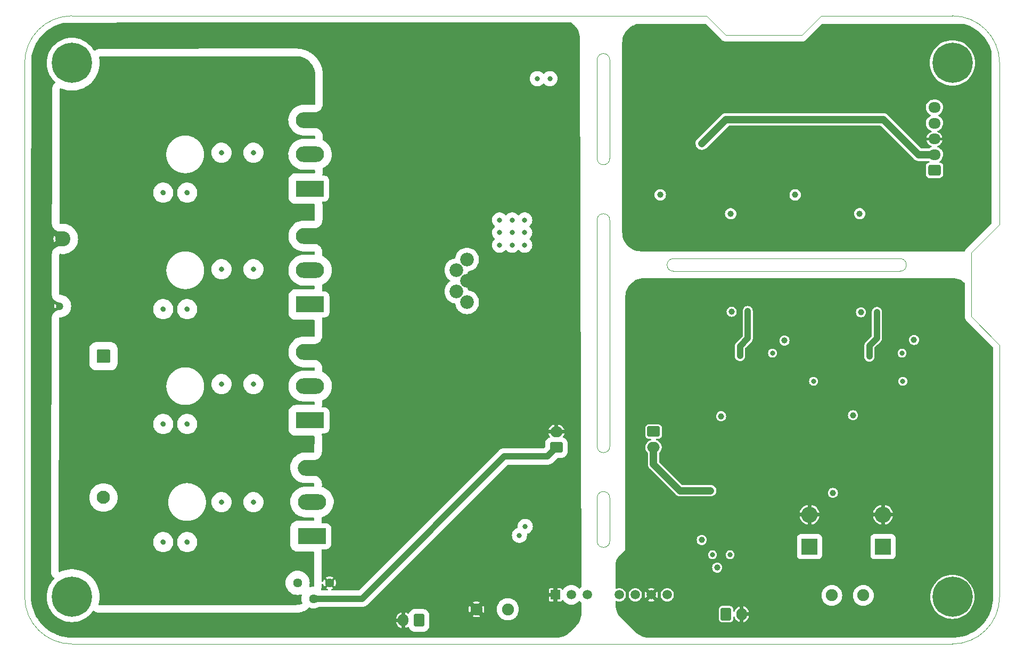
<source format=gbr>
G04 #@! TF.GenerationSoftware,KiCad,Pcbnew,7.0.7+dfsg-1*
G04 #@! TF.CreationDate,2024-12-03T08:15:38+01:00*
G04 #@! TF.ProjectId,evoIII-pulseboard,65766f49-4949-42d7-9075-6c7365626f61,rev?*
G04 #@! TF.SameCoordinates,Original*
G04 #@! TF.FileFunction,Copper,L2,Inr*
G04 #@! TF.FilePolarity,Positive*
%FSLAX46Y46*%
G04 Gerber Fmt 4.6, Leading zero omitted, Abs format (unit mm)*
G04 Created by KiCad (PCBNEW 7.0.7+dfsg-1) date 2024-12-03 08:15:38*
%MOMM*%
%LPD*%
G01*
G04 APERTURE LIST*
G04 Aperture macros list*
%AMRoundRect*
0 Rectangle with rounded corners*
0 $1 Rounding radius*
0 $2 $3 $4 $5 $6 $7 $8 $9 X,Y pos of 4 corners*
0 Add a 4 corners polygon primitive as box body*
4,1,4,$2,$3,$4,$5,$6,$7,$8,$9,$2,$3,0*
0 Add four circle primitives for the rounded corners*
1,1,$1+$1,$2,$3*
1,1,$1+$1,$4,$5*
1,1,$1+$1,$6,$7*
1,1,$1+$1,$8,$9*
0 Add four rect primitives between the rounded corners*
20,1,$1+$1,$2,$3,$4,$5,0*
20,1,$1+$1,$4,$5,$6,$7,0*
20,1,$1+$1,$6,$7,$8,$9,0*
20,1,$1+$1,$8,$9,$2,$3,0*%
G04 Aperture macros list end*
G04 #@! TA.AperFunction,ComponentPad*
%ADD10RoundRect,0.250000X0.600000X0.750000X-0.600000X0.750000X-0.600000X-0.750000X0.600000X-0.750000X0*%
G04 #@! TD*
G04 #@! TA.AperFunction,ComponentPad*
%ADD11O,1.700000X2.000000*%
G04 #@! TD*
G04 #@! TA.AperFunction,ComponentPad*
%ADD12RoundRect,0.250000X-0.600000X-0.750000X0.600000X-0.750000X0.600000X0.750000X-0.600000X0.750000X0*%
G04 #@! TD*
G04 #@! TA.AperFunction,ComponentPad*
%ADD13C,0.800000*%
G04 #@! TD*
G04 #@! TA.AperFunction,ComponentPad*
%ADD14C,6.400000*%
G04 #@! TD*
G04 #@! TA.AperFunction,ComponentPad*
%ADD15R,2.100000X2.100000*%
G04 #@! TD*
G04 #@! TA.AperFunction,ComponentPad*
%ADD16C,2.100000*%
G04 #@! TD*
G04 #@! TA.AperFunction,ComponentPad*
%ADD17RoundRect,0.250000X0.750000X-0.600000X0.750000X0.600000X-0.750000X0.600000X-0.750000X-0.600000X0*%
G04 #@! TD*
G04 #@! TA.AperFunction,ComponentPad*
%ADD18O,2.000000X1.700000*%
G04 #@! TD*
G04 #@! TA.AperFunction,ComponentPad*
%ADD19C,1.200000*%
G04 #@! TD*
G04 #@! TA.AperFunction,ComponentPad*
%ADD20C,2.175000*%
G04 #@! TD*
G04 #@! TA.AperFunction,ComponentPad*
%ADD21RoundRect,0.250000X0.725000X-0.600000X0.725000X0.600000X-0.725000X0.600000X-0.725000X-0.600000X0*%
G04 #@! TD*
G04 #@! TA.AperFunction,ComponentPad*
%ADD22O,1.950000X1.700000*%
G04 #@! TD*
G04 #@! TA.AperFunction,ComponentPad*
%ADD23R,2.600000X2.600000*%
G04 #@! TD*
G04 #@! TA.AperFunction,ComponentPad*
%ADD24O,2.600000X2.600000*%
G04 #@! TD*
G04 #@! TA.AperFunction,ComponentPad*
%ADD25C,1.905000*%
G04 #@! TD*
G04 #@! TA.AperFunction,ComponentPad*
%ADD26R,2.400000X2.400000*%
G04 #@! TD*
G04 #@! TA.AperFunction,ComponentPad*
%ADD27C,2.400000*%
G04 #@! TD*
G04 #@! TA.AperFunction,ComponentPad*
%ADD28RoundRect,0.250000X-0.750000X0.600000X-0.750000X-0.600000X0.750000X-0.600000X0.750000X0.600000X0*%
G04 #@! TD*
G04 #@! TA.AperFunction,ComponentPad*
%ADD29C,1.440000*%
G04 #@! TD*
G04 #@! TA.AperFunction,ComponentPad*
%ADD30R,1.500000X1.500000*%
G04 #@! TD*
G04 #@! TA.AperFunction,ComponentPad*
%ADD31C,1.500000*%
G04 #@! TD*
G04 #@! TA.AperFunction,ComponentPad*
%ADD32R,4.500000X2.500000*%
G04 #@! TD*
G04 #@! TA.AperFunction,ComponentPad*
%ADD33O,4.500000X2.500000*%
G04 #@! TD*
G04 #@! TA.AperFunction,ViaPad*
%ADD34C,0.800000*%
G04 #@! TD*
G04 #@! TA.AperFunction,ViaPad*
%ADD35C,1.000000*%
G04 #@! TD*
G04 #@! TA.AperFunction,Conductor*
%ADD36C,1.000000*%
G04 #@! TD*
G04 #@! TA.AperFunction,Conductor*
%ADD37C,1.200000*%
G04 #@! TD*
G04 #@! TA.AperFunction,Profile*
%ADD38C,0.100000*%
G04 #@! TD*
G04 APERTURE END LIST*
D10*
X280200000Y-188740000D03*
D11*
X277700000Y-188740000D03*
D12*
X329000000Y-187750000D03*
D11*
X331500000Y-187750000D03*
D13*
X222600000Y-185000000D03*
X223302944Y-183302944D03*
X223302944Y-186697056D03*
X225000000Y-182600000D03*
D14*
X225000000Y-185000000D03*
D13*
X225000000Y-187400000D03*
X226697056Y-183302944D03*
X226697056Y-186697056D03*
X227400000Y-185000000D03*
X222600000Y-100000000D03*
X223302944Y-98302944D03*
X223302944Y-101697056D03*
X225000000Y-97600000D03*
D14*
X225000000Y-100000000D03*
D13*
X225000000Y-102400000D03*
X226697056Y-98302944D03*
X226697056Y-101697056D03*
X227400000Y-100000000D03*
D15*
X230022400Y-146685000D03*
D16*
X230022400Y-154185000D03*
X230022400Y-161685000D03*
X230022400Y-169185000D03*
D17*
X302030000Y-161224600D03*
D18*
X302030000Y-158724600D03*
D19*
X223080000Y-138709400D03*
X228080000Y-138709400D03*
D20*
X287831000Y-138096200D03*
X286131000Y-136396200D03*
X287831000Y-134696200D03*
X286131000Y-132996200D03*
X287831000Y-131296200D03*
D21*
X362150000Y-117100000D03*
D22*
X362150000Y-114600000D03*
X362150000Y-112100000D03*
X362150000Y-109600000D03*
X362150000Y-107100000D03*
D23*
X342277000Y-177004000D03*
D24*
X342277000Y-171924000D03*
D25*
X345833000Y-184766000D03*
X350833000Y-184766000D03*
D13*
X362600000Y-100000000D03*
X363302944Y-98302944D03*
X363302944Y-101697056D03*
X365000000Y-97600000D03*
D14*
X365000000Y-100000000D03*
D13*
X365000000Y-102400000D03*
X366697056Y-98302944D03*
X366697056Y-101697056D03*
X367400000Y-100000000D03*
D26*
X228574600Y-128016000D03*
D27*
X223574600Y-128016000D03*
D28*
X317490000Y-158684600D03*
D18*
X317490000Y-161184600D03*
D29*
X265970000Y-182775000D03*
X263430000Y-185315000D03*
X260890000Y-182775000D03*
D30*
X301880000Y-184670000D03*
D31*
X304420000Y-184670000D03*
X306960000Y-184670000D03*
X312040000Y-184670000D03*
X314580000Y-184670000D03*
X317120000Y-184670000D03*
X319660000Y-184670000D03*
D23*
X353961000Y-177004000D03*
D24*
X353961000Y-171924000D03*
D13*
X362600000Y-185000000D03*
X363302944Y-183302944D03*
X363302944Y-186697056D03*
X365000000Y-182600000D03*
D14*
X365000000Y-185000000D03*
D13*
X365000000Y-187400000D03*
X366697056Y-183302944D03*
X366697056Y-186697056D03*
X367400000Y-185000000D03*
D25*
X289314900Y-186972500D03*
X294314900Y-186972500D03*
D32*
X262870000Y-120000000D03*
D33*
X262870000Y-114550000D03*
X262870000Y-109100000D03*
D32*
X263175000Y-175350000D03*
D33*
X263175000Y-169900000D03*
X263175000Y-164450000D03*
D32*
X262890000Y-138450000D03*
D33*
X262890000Y-133000000D03*
X262890000Y-127550000D03*
D32*
X262890000Y-156900000D03*
D33*
X262890000Y-151450000D03*
X262890000Y-146000000D03*
D34*
X301000000Y-102500000D03*
X299000000Y-102500000D03*
X296164000Y-175209200D03*
X293000000Y-125000000D03*
X293000000Y-127000000D03*
X297000000Y-127000000D03*
X295000000Y-125000000D03*
X293000000Y-129000000D03*
X297078400Y-173786800D03*
X297000000Y-129000000D03*
X297000000Y-125000000D03*
X295000000Y-127000000D03*
X295000000Y-129000000D03*
X275336000Y-95707200D03*
X238506000Y-95758000D03*
X250444000Y-189179200D03*
X274269200Y-160963200D03*
X300202600Y-98806000D03*
X300024800Y-133019800D03*
X275590000Y-138684000D03*
X253866800Y-132842000D03*
X251307600Y-95707200D03*
X243332000Y-139192000D03*
X233426000Y-95758000D03*
X220319600Y-117957600D03*
X303326800Y-174650400D03*
X280162000Y-101600000D03*
X259842000Y-95707200D03*
X274269200Y-142421200D03*
X298958000Y-104876600D03*
X289102800Y-123367800D03*
X279908000Y-171450000D03*
X220268800Y-135128000D03*
X220726000Y-172466000D03*
X275336000Y-101600000D03*
X248786800Y-169926000D03*
X302006000Y-155143200D03*
X302514000Y-122961400D03*
X285953200Y-104267000D03*
X269748000Y-181610000D03*
X220268800Y-159258000D03*
X302006000Y-144983200D03*
X239522000Y-120650000D03*
X272694400Y-95758000D03*
X289356800Y-106146600D03*
X275590000Y-157226000D03*
X272542000Y-188722000D03*
X275336000Y-99060000D03*
X248767600Y-95707200D03*
X220472000Y-129794000D03*
X220421200Y-110083600D03*
X286660000Y-189560000D03*
X235204000Y-189230000D03*
X243332000Y-176276000D03*
X303250600Y-95859600D03*
X245465600Y-189179200D03*
X220268800Y-164592000D03*
X271780000Y-179070000D03*
X253866800Y-169926000D03*
X297840400Y-160248600D03*
X220268800Y-162052000D03*
X297662600Y-98806000D03*
X253866800Y-114300000D03*
X220319600Y-115417600D03*
X274777200Y-123879200D03*
X248786800Y-132842000D03*
X255625600Y-189128400D03*
X257175000Y-95707200D03*
X283006800Y-105511600D03*
X253974600Y-95707200D03*
X265074400Y-95758000D03*
X257810000Y-189128400D03*
X239522000Y-157480000D03*
X220726000Y-177546000D03*
X302717200Y-116255800D03*
X300024800Y-140919200D03*
X302056800Y-131724400D03*
X303174400Y-168351200D03*
X243687600Y-95707200D03*
X220472000Y-146456400D03*
X302056800Y-142290800D03*
X220726000Y-167386000D03*
X276098000Y-120142000D03*
X280416000Y-95707200D03*
X220268800Y-154178000D03*
X235966000Y-95758000D03*
X240284000Y-189230000D03*
X304546000Y-176580800D03*
X230124000Y-189230000D03*
X302056800Y-136804400D03*
X302056800Y-129184400D03*
X220268800Y-151638000D03*
X289128200Y-126111000D03*
X277876000Y-95707200D03*
X220472000Y-124714000D03*
X302006000Y-147523200D03*
X290480000Y-189540000D03*
X300024800Y-138099800D03*
X280162000Y-99060000D03*
X220319600Y-112877600D03*
X289102800Y-120827800D03*
X220726000Y-175006000D03*
X242925600Y-189179200D03*
X243332000Y-120650000D03*
X285826200Y-109855000D03*
X289102800Y-118287800D03*
X280085800Y-167614600D03*
X303250600Y-98399600D03*
X220319600Y-120497600D03*
X237744000Y-189230000D03*
X220243400Y-105029000D03*
X243332000Y-157480000D03*
X300964600Y-165074600D03*
X248786800Y-114300000D03*
X280162000Y-104140000D03*
X267614400Y-95758000D03*
X246227600Y-95707200D03*
X278384000Y-182372000D03*
X248786800Y-151130000D03*
X220268800Y-156718000D03*
X232664000Y-189230000D03*
X253085600Y-189128400D03*
X288213800Y-96342200D03*
X269595600Y-179070000D03*
X220522800Y-149098000D03*
X302107600Y-126492000D03*
X302006000Y-150063200D03*
X277622000Y-102870000D03*
X275844000Y-175514000D03*
X267055600Y-179070000D03*
X239522000Y-139192000D03*
X253866800Y-151130000D03*
X247904000Y-189179200D03*
X300024800Y-135559800D03*
X275336000Y-104140000D03*
X297992800Y-165684200D03*
X289255200Y-102336600D03*
X220726000Y-169926000D03*
X302056800Y-134264400D03*
X285140400Y-96367600D03*
X230886000Y-95758000D03*
X303174400Y-113690400D03*
X262534400Y-95758000D03*
X270154400Y-95758000D03*
X281940000Y-169418000D03*
X283921200Y-98729800D03*
X239522000Y-176276000D03*
X220472000Y-143916400D03*
X277876000Y-173482000D03*
X277622000Y-100330000D03*
X302006000Y-152603200D03*
X302056800Y-139623800D03*
X241046000Y-95758000D03*
D35*
X318554000Y-121000000D03*
X340000000Y-121000000D03*
X350250000Y-124000000D03*
X329750000Y-124000000D03*
X329900000Y-139600000D03*
D34*
X329650000Y-178300000D03*
X326850000Y-178300000D03*
D35*
X325150000Y-175950000D03*
D34*
X357000000Y-146200000D03*
D35*
X338300000Y-144200000D03*
X349200000Y-156100000D03*
X328225000Y-156250000D03*
X327600000Y-180350000D03*
X350459000Y-139700000D03*
X358900000Y-144100000D03*
D34*
X336400000Y-146200000D03*
D35*
X346004600Y-168454600D03*
D34*
X351800000Y-146750000D03*
X353000000Y-139650000D03*
X332450000Y-139600000D03*
X331236048Y-146663952D03*
X342920048Y-150670048D03*
X357120048Y-150670048D03*
D35*
X325250000Y-112750000D03*
D34*
X321310000Y-163940000D03*
X317500000Y-172720000D03*
X363220000Y-160130000D03*
X317500000Y-147430000D03*
X337250000Y-173750000D03*
X341630000Y-165100000D03*
X336400000Y-148850000D03*
X363220000Y-147430000D03*
X342125000Y-139900000D03*
X341630000Y-154940000D03*
X360950000Y-135800000D03*
X348157800Y-186766200D03*
X320040000Y-138430000D03*
X318770000Y-170180000D03*
X360680000Y-160020000D03*
X363220000Y-177910000D03*
X363220000Y-152510000D03*
X317500000Y-144890000D03*
X314960000Y-148590000D03*
X314960000Y-140860000D03*
X321310000Y-170180000D03*
X363220000Y-144780000D03*
X337250000Y-178250000D03*
X336440000Y-154940000D03*
X340400000Y-135800000D03*
X336042000Y-183896000D03*
X334500000Y-178250000D03*
X312674000Y-178816000D03*
X358140000Y-187960000D03*
X344170000Y-154940000D03*
X363220000Y-162670000D03*
X317500000Y-139810000D03*
X320040000Y-172720000D03*
X339090000Y-165100000D03*
X326136000Y-135382000D03*
X323850000Y-160020000D03*
X351790000Y-188250000D03*
X314960000Y-138430000D03*
X320040000Y-151130000D03*
X336042000Y-186436000D03*
X360680000Y-157480000D03*
X314960000Y-146050000D03*
X365760000Y-144890000D03*
X349140000Y-135382000D03*
X365760000Y-137160000D03*
X323850000Y-162560000D03*
X342100000Y-142275000D03*
X355600000Y-152400000D03*
X360680000Y-172720000D03*
X365760000Y-139700000D03*
X326390000Y-170180000D03*
X321310000Y-158750000D03*
X355600000Y-182880000D03*
X360680000Y-154830000D03*
X363220000Y-139700000D03*
X324150000Y-139925000D03*
X336042000Y-188976000D03*
X323850000Y-165210000D03*
X321310000Y-161290000D03*
X314960000Y-143510000D03*
X338582000Y-183896000D03*
X314850000Y-172720000D03*
X342900000Y-162560000D03*
X344170000Y-160020000D03*
X320040000Y-140860000D03*
X341630000Y-160020000D03*
X325120000Y-172720000D03*
X360680000Y-175260000D03*
X336200000Y-135800000D03*
X323750000Y-187000000D03*
X322580000Y-172720000D03*
X317500000Y-142350000D03*
X336550000Y-152654000D03*
X358140000Y-180340000D03*
X360680000Y-162560000D03*
X365760000Y-142350000D03*
X320040000Y-148590000D03*
X363220000Y-165210000D03*
X334500000Y-173750000D03*
X320040000Y-146050000D03*
X360680000Y-177800000D03*
X312928000Y-187706000D03*
X363220000Y-157480000D03*
X338582000Y-188976000D03*
X358140000Y-154830000D03*
X355600000Y-187960000D03*
X360680000Y-165100000D03*
X363220000Y-175370000D03*
X344425000Y-142300000D03*
X323750000Y-189000000D03*
X360680000Y-180450000D03*
X323850000Y-170180000D03*
X355300000Y-142550000D03*
X358140000Y-185420000D03*
X312420000Y-182118000D03*
X331216000Y-135382000D03*
X363220000Y-149970000D03*
X363220000Y-167750000D03*
X363220000Y-170180000D03*
X328566000Y-135382000D03*
X358140000Y-182880000D03*
X339090000Y-154940000D03*
X314850000Y-167640000D03*
X363220000Y-142240000D03*
X351790000Y-135382000D03*
X363220000Y-172830000D03*
X317500000Y-167640000D03*
X314960000Y-189484000D03*
X314960000Y-151130000D03*
X360680000Y-170180000D03*
X343790000Y-188250000D03*
X338582000Y-186436000D03*
X356750000Y-135800000D03*
X355600000Y-185420000D03*
X360680000Y-167530000D03*
X317500000Y-137160000D03*
X346710000Y-135382000D03*
X340360000Y-162560000D03*
X344450000Y-139875000D03*
X320040000Y-143510000D03*
X313944000Y-175768000D03*
X316120000Y-170180000D03*
X337500000Y-115500000D03*
X320490000Y-96250000D03*
X314500000Y-113000000D03*
X317000000Y-117000000D03*
X340500000Y-115500000D03*
X318000000Y-128000000D03*
X331050000Y-98250000D03*
X319000000Y-115000000D03*
X346000000Y-100500000D03*
X358000000Y-120500000D03*
X330500000Y-106500000D03*
X342500000Y-128000000D03*
X318500000Y-110500000D03*
X318780000Y-98250000D03*
X369800000Y-115800000D03*
X334260000Y-98250000D03*
X326059800Y-128905000D03*
X337260000Y-98250000D03*
X336000000Y-118000000D03*
X332500000Y-113500000D03*
X328650600Y-128905000D03*
X364800000Y-128300000D03*
X327500000Y-106500000D03*
X314280000Y-96250000D03*
X346583000Y-128905000D03*
X358800000Y-128300000D03*
X336500000Y-106500000D03*
X346000000Y-95500000D03*
X356000000Y-125000000D03*
X350600000Y-100500000D03*
X328930000Y-102700000D03*
X369800000Y-105800000D03*
X344180000Y-99420000D03*
X317500000Y-113000000D03*
X369800000Y-110800000D03*
X322500000Y-106500000D03*
X369800000Y-113300000D03*
X323490000Y-96250000D03*
X340720000Y-98270000D03*
X339000000Y-118000000D03*
X369800000Y-118500000D03*
X333500000Y-106500000D03*
X335500000Y-113500000D03*
X321000000Y-128000000D03*
X369800000Y-121000000D03*
X326220000Y-102700000D03*
X315780000Y-98250000D03*
X361800000Y-128300000D03*
X363400000Y-126500000D03*
X338500000Y-113500000D03*
X358000000Y-123500000D03*
X360400000Y-126500000D03*
X348500000Y-106500000D03*
X369800000Y-123500000D03*
X323500000Y-110500000D03*
X344180000Y-97060000D03*
X331216000Y-128905000D03*
X337000000Y-111500000D03*
X351739200Y-128905000D03*
X368370000Y-125150000D03*
X325500000Y-108500000D03*
X350600000Y-95500000D03*
X323400000Y-124400000D03*
X342500000Y-106500000D03*
X334000000Y-111500000D03*
X314500000Y-128000000D03*
X317280000Y-96250000D03*
X323220000Y-102700000D03*
X369800000Y-108400000D03*
X331000000Y-111500000D03*
X331930000Y-102700000D03*
X320500000Y-113000000D03*
X334500000Y-115500000D03*
X345500000Y-106500000D03*
X314000000Y-117000000D03*
X324990000Y-98250000D03*
X316000000Y-115000000D03*
X344100000Y-124400000D03*
X328050000Y-98250000D03*
X339500000Y-106500000D03*
X321990000Y-98250000D03*
X341500000Y-113500000D03*
X349173800Y-128905000D03*
X340000000Y-111500000D03*
X337100000Y-102750000D03*
X356000000Y-122000000D03*
X339500000Y-128000000D03*
X336000000Y-128000000D03*
X343000000Y-111500000D03*
X320500000Y-108500000D03*
X356000000Y-119000000D03*
X366700000Y-126860000D03*
X320220000Y-102700000D03*
D35*
X326550000Y-168100000D03*
D36*
X351800000Y-145000000D02*
X351800000Y-146750000D01*
X352999000Y-139651000D02*
X352999000Y-143801000D01*
X352999000Y-143801000D02*
X351800000Y-145000000D01*
X353000000Y-139650000D02*
X352999000Y-139651000D01*
X331236048Y-145063952D02*
X332450400Y-143849600D01*
X332450400Y-143849600D02*
X332450400Y-139499600D01*
X331236048Y-146663952D02*
X331236048Y-145063952D01*
D37*
X359600000Y-114600000D02*
X354000000Y-109000000D01*
X354000000Y-109000000D02*
X329000000Y-109000000D01*
X329000000Y-109000000D02*
X325170000Y-112830000D01*
X362150000Y-114600000D02*
X359600000Y-114600000D01*
D36*
X300593000Y-162661600D02*
X302030000Y-161224600D01*
X263452000Y-185293000D02*
X271107000Y-185293000D01*
X271107000Y-185293000D02*
X293738400Y-162661600D01*
X293738400Y-162661600D02*
X300593000Y-162661600D01*
X263430000Y-185315000D02*
X263452000Y-185293000D01*
D37*
X326550000Y-168100000D02*
X321670000Y-168100000D01*
X321670000Y-168100000D02*
X317490000Y-163920000D01*
X317490000Y-163920000D02*
X317490000Y-161184600D01*
G04 #@! TA.AperFunction,Conductor*
G36*
X364991735Y-134250098D02*
G01*
X365148642Y-134258909D01*
X365322425Y-134268668D01*
X365329315Y-134269444D01*
X365605833Y-134316426D01*
X365654125Y-134324632D01*
X365660909Y-134326180D01*
X365977491Y-134417386D01*
X365984055Y-134419683D01*
X366288442Y-134545763D01*
X366294690Y-134548773D01*
X366583051Y-134708144D01*
X366588929Y-134711837D01*
X366857634Y-134902495D01*
X366863057Y-134906819D01*
X366948127Y-134982842D01*
X366984997Y-135042189D01*
X366989499Y-135075300D01*
X366989499Y-140377284D01*
X366987243Y-140466359D01*
X366987243Y-140466367D01*
X366998064Y-140526739D01*
X366998718Y-140531404D01*
X367004925Y-140592430D01*
X367004927Y-140592444D01*
X367015208Y-140625213D01*
X367017079Y-140632837D01*
X367023142Y-140666652D01*
X367023142Y-140666655D01*
X367045894Y-140723612D01*
X367047474Y-140728051D01*
X367065841Y-140786588D01*
X367065844Y-140786595D01*
X367082509Y-140816619D01*
X367085879Y-140823714D01*
X367098622Y-140855614D01*
X367098627Y-140855624D01*
X367132377Y-140906833D01*
X367134818Y-140910863D01*
X367164588Y-140964498D01*
X367164589Y-140964499D01*
X367164591Y-140964502D01*
X367186968Y-140990567D01*
X367191693Y-140996835D01*
X367204263Y-141015906D01*
X367210598Y-141025519D01*
X367253978Y-141068899D01*
X367257169Y-141072343D01*
X367297131Y-141118892D01*
X367297130Y-141118892D01*
X367324299Y-141139923D01*
X367330186Y-141145107D01*
X369479515Y-143294435D01*
X371463181Y-145278101D01*
X371496666Y-145339424D01*
X371499500Y-145365781D01*
X371499500Y-184907289D01*
X371499500Y-184907290D01*
X371499500Y-185000000D01*
X371489084Y-185278387D01*
X371481413Y-185483389D01*
X371481066Y-185488014D01*
X371427166Y-185966393D01*
X371426474Y-185970979D01*
X371336976Y-186443987D01*
X371335944Y-186448509D01*
X371211345Y-186913520D01*
X371209978Y-186917952D01*
X371050981Y-187372340D01*
X371049286Y-187376658D01*
X370856769Y-187817909D01*
X370854757Y-187822088D01*
X370629820Y-188247691D01*
X370627501Y-188251707D01*
X370371372Y-188659334D01*
X370368759Y-188663167D01*
X370082896Y-189050499D01*
X370080004Y-189054125D01*
X369765976Y-189419032D01*
X369762821Y-189422432D01*
X369422432Y-189762821D01*
X369419032Y-189765976D01*
X369054125Y-190080004D01*
X369050499Y-190082896D01*
X368663167Y-190368759D01*
X368659334Y-190371372D01*
X368251707Y-190627501D01*
X368247691Y-190629820D01*
X367822088Y-190854757D01*
X367817909Y-190856769D01*
X367376658Y-191049286D01*
X367372340Y-191050981D01*
X366917952Y-191209978D01*
X366913520Y-191211345D01*
X366448509Y-191335944D01*
X366443987Y-191336976D01*
X365970979Y-191426474D01*
X365966394Y-191427165D01*
X365839050Y-191441514D01*
X365488014Y-191481066D01*
X365483395Y-191481412D01*
X365414244Y-191484000D01*
X316708787Y-191484000D01*
X316705330Y-191483903D01*
X316529061Y-191474040D01*
X316375861Y-191465468D01*
X316368972Y-191464694D01*
X316045317Y-191409908D01*
X316038557Y-191408371D01*
X315723044Y-191317824D01*
X315716497Y-191315542D01*
X315413052Y-191190361D01*
X315406804Y-191187365D01*
X315119219Y-191029114D01*
X315113342Y-191025438D01*
X314845208Y-190836095D01*
X314839777Y-190831786D01*
X314593135Y-190612553D01*
X314590610Y-190610179D01*
X312511627Y-188543102D01*
X327849500Y-188543102D01*
X327855126Y-188589954D01*
X327860122Y-188631561D01*
X327915639Y-188772343D01*
X328007077Y-188892922D01*
X328127656Y-188984360D01*
X328127657Y-188984360D01*
X328127658Y-188984361D01*
X328268436Y-189039877D01*
X328356898Y-189050500D01*
X328356903Y-189050500D01*
X329643097Y-189050500D01*
X329643102Y-189050500D01*
X329731564Y-189039877D01*
X329872342Y-188984361D01*
X329992922Y-188892922D01*
X330084361Y-188772342D01*
X330139877Y-188631564D01*
X330150500Y-188543102D01*
X330150500Y-188248175D01*
X330170185Y-188181136D01*
X330222989Y-188135381D01*
X330292147Y-188125437D01*
X330355703Y-188154462D01*
X330393477Y-188213240D01*
X330393767Y-188214241D01*
X330423062Y-188317206D01*
X330423066Y-188317216D01*
X330518059Y-188507989D01*
X330646500Y-188678071D01*
X330804000Y-188821651D01*
X330804002Y-188821653D01*
X330985201Y-188933846D01*
X330985207Y-188933849D01*
X331183941Y-189010838D01*
X331200000Y-189013840D01*
X331200000Y-188354024D01*
X331219685Y-188286985D01*
X331272489Y-188241230D01*
X331341647Y-188231286D01*
X331356396Y-188234494D01*
X331357682Y-188234679D01*
X331357685Y-188234680D01*
X331464237Y-188250000D01*
X331464238Y-188250000D01*
X331535762Y-188250000D01*
X331535763Y-188250000D01*
X331639756Y-188235048D01*
X331651094Y-188233418D01*
X331651328Y-188235048D01*
X331710926Y-188235044D01*
X331769707Y-188272815D01*
X331798737Y-188336368D01*
X331800000Y-188354024D01*
X331800000Y-189013839D01*
X331816058Y-189010838D01*
X332014792Y-188933849D01*
X332014798Y-188933846D01*
X332195997Y-188821653D01*
X332195999Y-188821651D01*
X332353499Y-188678071D01*
X332481940Y-188507989D01*
X332576933Y-188317216D01*
X332576941Y-188317196D01*
X332635261Y-188112218D01*
X332641027Y-188050000D01*
X332098666Y-188050000D01*
X332031627Y-188030315D01*
X331985872Y-187977511D01*
X331975928Y-187908353D01*
X331979689Y-187891066D01*
X331999927Y-187822137D01*
X332000000Y-187821889D01*
X332000000Y-187678111D01*
X331999999Y-187678107D01*
X331979689Y-187608934D01*
X331979689Y-187539064D01*
X332017464Y-187480286D01*
X332081020Y-187451262D01*
X332098666Y-187450000D01*
X332641027Y-187450000D01*
X332641027Y-187449999D01*
X332635261Y-187387781D01*
X332576941Y-187182803D01*
X332576933Y-187182783D01*
X332481940Y-186992010D01*
X332353499Y-186821928D01*
X332195999Y-186678348D01*
X332195997Y-186678346D01*
X332014798Y-186566153D01*
X332014792Y-186566151D01*
X331816060Y-186489162D01*
X331800000Y-186486159D01*
X331800000Y-187145975D01*
X331780315Y-187213014D01*
X331727511Y-187258769D01*
X331658353Y-187268713D01*
X331643608Y-187265505D01*
X331548449Y-187251824D01*
X331535763Y-187250000D01*
X331464237Y-187250000D01*
X331348906Y-187266582D01*
X331348671Y-187264953D01*
X331289059Y-187264950D01*
X331230283Y-187227173D01*
X331201261Y-187163615D01*
X331200000Y-187145975D01*
X331200000Y-186486159D01*
X331183939Y-186489162D01*
X330985207Y-186566151D01*
X330985201Y-186566153D01*
X330804002Y-186678346D01*
X330804000Y-186678348D01*
X330646500Y-186821928D01*
X330518059Y-186992010D01*
X330423066Y-187182783D01*
X330423058Y-187182803D01*
X330393766Y-187285758D01*
X330356487Y-187344851D01*
X330293178Y-187374409D01*
X330223938Y-187365047D01*
X330170751Y-187319738D01*
X330150504Y-187252866D01*
X330150500Y-187251824D01*
X330150500Y-186956903D01*
X330150500Y-186956898D01*
X330139877Y-186868436D01*
X330084361Y-186727658D01*
X330084360Y-186727657D01*
X330084360Y-186727656D01*
X329992922Y-186607077D01*
X329872343Y-186515639D01*
X329731561Y-186460122D01*
X329685926Y-186454642D01*
X329643102Y-186449500D01*
X328356898Y-186449500D01*
X328317853Y-186454188D01*
X328268438Y-186460122D01*
X328127656Y-186515639D01*
X328007077Y-186607077D01*
X327915639Y-186727656D01*
X327860122Y-186868438D01*
X327854709Y-186913520D01*
X327849500Y-186956898D01*
X327849500Y-188543102D01*
X312511627Y-188543102D01*
X312314014Y-188346621D01*
X312311609Y-188344091D01*
X312260301Y-188286985D01*
X312089450Y-188096825D01*
X312085084Y-188091378D01*
X311954599Y-187908353D01*
X311893133Y-187822137D01*
X311889410Y-187816239D01*
X311774337Y-187608934D01*
X311728926Y-187527127D01*
X311725890Y-187520847D01*
X311696425Y-187449999D01*
X311598911Y-187215532D01*
X311596599Y-187208948D01*
X311578387Y-187145975D01*
X311504732Y-186891296D01*
X311503177Y-186884506D01*
X311447590Y-186558560D01*
X311446805Y-186551620D01*
X311428098Y-186219725D01*
X311428000Y-186216236D01*
X311428000Y-185740910D01*
X311447685Y-185673871D01*
X311500489Y-185628116D01*
X311569647Y-185618172D01*
X311610452Y-185631551D01*
X311636046Y-185645232D01*
X311834066Y-185705300D01*
X311834065Y-185705300D01*
X311852529Y-185707118D01*
X312040000Y-185725583D01*
X312245934Y-185705300D01*
X312443954Y-185645232D01*
X312626450Y-185547685D01*
X312786410Y-185416410D01*
X312917685Y-185256450D01*
X313015232Y-185073954D01*
X313075300Y-184875934D01*
X313095583Y-184670000D01*
X313095583Y-184669999D01*
X313524417Y-184669999D01*
X313544699Y-184875932D01*
X313574734Y-184974943D01*
X313604768Y-185073954D01*
X313702315Y-185256450D01*
X313702317Y-185256452D01*
X313833589Y-185416410D01*
X313918030Y-185485708D01*
X313993550Y-185547685D01*
X314176046Y-185645232D01*
X314374066Y-185705300D01*
X314374065Y-185705300D01*
X314394347Y-185707297D01*
X314580000Y-185725583D01*
X314785934Y-185705300D01*
X314983954Y-185645232D01*
X315166450Y-185547685D01*
X315326410Y-185416410D01*
X315457685Y-185256450D01*
X315555232Y-185073954D01*
X315615300Y-184875934D01*
X315635583Y-184670000D01*
X315635583Y-184669999D01*
X316064919Y-184669999D01*
X316085191Y-184875834D01*
X316145233Y-185073764D01*
X316196345Y-185169388D01*
X316483386Y-184882348D01*
X316544709Y-184848863D01*
X316614400Y-184853847D01*
X316670334Y-184895718D01*
X316675368Y-184902969D01*
X316738239Y-185000798D01*
X316846900Y-185094952D01*
X316846901Y-185094952D01*
X316846903Y-185094954D01*
X316871452Y-185106165D01*
X316924256Y-185151919D01*
X316943941Y-185218959D01*
X316924257Y-185285998D01*
X316907622Y-185306640D01*
X316620609Y-185593652D01*
X316620609Y-185593653D01*
X316716235Y-185644766D01*
X316914165Y-185704808D01*
X317120000Y-185725080D01*
X317325834Y-185704808D01*
X317523762Y-185644767D01*
X317619389Y-185593652D01*
X317332376Y-185306640D01*
X317298891Y-185245317D01*
X317303875Y-185175626D01*
X317345746Y-185119692D01*
X317368536Y-185106170D01*
X317393100Y-185094952D01*
X317501761Y-185000798D01*
X317564617Y-184902990D01*
X317617419Y-184857236D01*
X317686578Y-184847292D01*
X317750134Y-184876316D01*
X317756613Y-184882349D01*
X318043652Y-185169389D01*
X318094767Y-185073762D01*
X318154808Y-184875834D01*
X318175080Y-184669999D01*
X318604417Y-184669999D01*
X318624699Y-184875932D01*
X318654734Y-184974943D01*
X318684768Y-185073954D01*
X318782315Y-185256450D01*
X318782317Y-185256452D01*
X318913589Y-185416410D01*
X318998030Y-185485708D01*
X319073550Y-185547685D01*
X319256046Y-185645232D01*
X319454066Y-185705300D01*
X319454065Y-185705300D01*
X319474347Y-185707297D01*
X319660000Y-185725583D01*
X319865934Y-185705300D01*
X320063954Y-185645232D01*
X320246450Y-185547685D01*
X320406410Y-185416410D01*
X320537685Y-185256450D01*
X320635232Y-185073954D01*
X320695300Y-184875934D01*
X320706128Y-184765999D01*
X344174889Y-184765999D01*
X344195303Y-185025387D01*
X344256044Y-185278387D01*
X344256047Y-185278395D01*
X344355609Y-185518763D01*
X344355611Y-185518766D01*
X344491557Y-185740610D01*
X344491561Y-185740615D01*
X344568157Y-185830297D01*
X344660538Y-185938462D01*
X344787181Y-186046625D01*
X344858384Y-186107438D01*
X344858389Y-186107442D01*
X345080233Y-186243388D01*
X345080236Y-186243390D01*
X345311597Y-186339221D01*
X345320616Y-186342957D01*
X345573614Y-186403697D01*
X345833000Y-186424111D01*
X346092386Y-186403697D01*
X346345384Y-186342957D01*
X346480934Y-186286810D01*
X346585763Y-186243390D01*
X346585764Y-186243389D01*
X346585767Y-186243388D01*
X346807613Y-186107440D01*
X347005462Y-185938462D01*
X347174440Y-185740613D01*
X347181687Y-185728788D01*
X347241272Y-185631553D01*
X347310388Y-185518767D01*
X347324082Y-185485708D01*
X347409952Y-185278395D01*
X347409957Y-185278384D01*
X347470697Y-185025386D01*
X347491111Y-184766000D01*
X349174889Y-184766000D01*
X349195303Y-185025387D01*
X349256044Y-185278387D01*
X349256047Y-185278395D01*
X349355609Y-185518763D01*
X349355611Y-185518766D01*
X349491557Y-185740610D01*
X349491561Y-185740615D01*
X349568157Y-185830297D01*
X349660538Y-185938462D01*
X349787181Y-186046625D01*
X349858384Y-186107438D01*
X349858389Y-186107442D01*
X350080233Y-186243388D01*
X350080236Y-186243390D01*
X350311597Y-186339221D01*
X350320616Y-186342957D01*
X350573614Y-186403697D01*
X350833000Y-186424111D01*
X351092386Y-186403697D01*
X351345384Y-186342957D01*
X351480934Y-186286810D01*
X351585763Y-186243390D01*
X351585764Y-186243389D01*
X351585767Y-186243388D01*
X351807613Y-186107440D01*
X352005462Y-185938462D01*
X352174440Y-185740613D01*
X352181687Y-185728788D01*
X352241272Y-185631553D01*
X352310388Y-185518767D01*
X352324082Y-185485708D01*
X352409952Y-185278395D01*
X352409957Y-185278384D01*
X352470697Y-185025386D01*
X352472695Y-185000000D01*
X361494696Y-185000000D01*
X361513898Y-185366405D01*
X361557986Y-185644766D01*
X361571295Y-185728794D01*
X361574541Y-185740910D01*
X361666260Y-186083206D01*
X361797746Y-186425739D01*
X361964320Y-186752656D01*
X362164147Y-187060364D01*
X362332865Y-187268713D01*
X362395051Y-187345506D01*
X362654494Y-187604949D01*
X362813311Y-187733557D01*
X362939635Y-187835852D01*
X363247343Y-188035679D01*
X363247348Y-188035682D01*
X363574264Y-188202255D01*
X363916801Y-188333742D01*
X364271206Y-188428705D01*
X364633596Y-188486102D01*
X364979734Y-188504241D01*
X364999999Y-188505304D01*
X365000000Y-188505304D01*
X365000001Y-188505304D01*
X365019203Y-188504297D01*
X365366404Y-188486102D01*
X365728794Y-188428705D01*
X366083199Y-188333742D01*
X366425736Y-188202255D01*
X366752652Y-188035682D01*
X367060366Y-187835851D01*
X367345506Y-187604949D01*
X367604949Y-187345506D01*
X367835851Y-187060366D01*
X368035682Y-186752652D01*
X368202255Y-186425736D01*
X368333742Y-186083199D01*
X368428705Y-185728794D01*
X368486102Y-185366404D01*
X368505304Y-185000000D01*
X368486102Y-184633596D01*
X368428705Y-184271206D01*
X368333742Y-183916801D01*
X368202255Y-183574264D01*
X368035682Y-183247348D01*
X367997819Y-183189044D01*
X367835852Y-182939635D01*
X367604952Y-182654498D01*
X367604949Y-182654494D01*
X367345506Y-182395051D01*
X367060366Y-182164149D01*
X367060364Y-182164147D01*
X366752656Y-181964320D01*
X366425739Y-181797746D01*
X366083206Y-181666260D01*
X366083199Y-181666258D01*
X365728794Y-181571295D01*
X365728790Y-181571294D01*
X365728789Y-181571294D01*
X365366405Y-181513898D01*
X365000001Y-181494696D01*
X364999999Y-181494696D01*
X364633594Y-181513898D01*
X364271211Y-181571294D01*
X364271209Y-181571294D01*
X363916793Y-181666260D01*
X363574260Y-181797746D01*
X363247343Y-181964320D01*
X362939635Y-182164147D01*
X362654498Y-182395047D01*
X362654490Y-182395054D01*
X362395054Y-182654490D01*
X362395047Y-182654498D01*
X362164147Y-182939635D01*
X361964320Y-183247343D01*
X361797746Y-183574260D01*
X361666260Y-183916793D01*
X361571294Y-184271209D01*
X361571294Y-184271211D01*
X361513898Y-184633594D01*
X361494696Y-184999999D01*
X361494696Y-185000000D01*
X352472695Y-185000000D01*
X352491111Y-184766000D01*
X352470697Y-184506614D01*
X352409957Y-184253616D01*
X352375575Y-184170609D01*
X352310390Y-184013236D01*
X352310388Y-184013233D01*
X352174442Y-183791389D01*
X352174438Y-183791384D01*
X352091920Y-183694768D01*
X352005462Y-183593538D01*
X351897297Y-183501157D01*
X351807615Y-183424561D01*
X351807610Y-183424557D01*
X351585766Y-183288611D01*
X351585763Y-183288609D01*
X351345395Y-183189047D01*
X351345387Y-183189044D01*
X351345385Y-183189043D01*
X351345384Y-183189043D01*
X351209231Y-183156355D01*
X351092387Y-183128303D01*
X350833000Y-183107889D01*
X350573612Y-183128303D01*
X350320612Y-183189044D01*
X350320604Y-183189047D01*
X350080236Y-183288609D01*
X350080233Y-183288611D01*
X349858389Y-183424557D01*
X349858384Y-183424561D01*
X349660538Y-183593538D01*
X349491561Y-183791384D01*
X349491557Y-183791389D01*
X349355611Y-184013233D01*
X349355609Y-184013236D01*
X349256047Y-184253604D01*
X349256044Y-184253612D01*
X349195303Y-184506612D01*
X349174889Y-184766000D01*
X347491111Y-184766000D01*
X347470697Y-184506614D01*
X347409957Y-184253616D01*
X347375575Y-184170609D01*
X347310390Y-184013236D01*
X347310388Y-184013233D01*
X347174442Y-183791389D01*
X347174438Y-183791384D01*
X347091920Y-183694768D01*
X347005462Y-183593538D01*
X346897297Y-183501157D01*
X346807615Y-183424561D01*
X346807610Y-183424557D01*
X346585766Y-183288611D01*
X346585763Y-183288609D01*
X346345395Y-183189047D01*
X346345387Y-183189044D01*
X346345385Y-183189043D01*
X346345384Y-183189043D01*
X346209231Y-183156355D01*
X346092387Y-183128303D01*
X345962693Y-183118096D01*
X345833000Y-183107889D01*
X345832999Y-183107889D01*
X345573612Y-183128303D01*
X345320612Y-183189044D01*
X345320604Y-183189047D01*
X345080236Y-183288609D01*
X345080233Y-183288611D01*
X344858389Y-183424557D01*
X344858384Y-183424561D01*
X344660538Y-183593538D01*
X344491561Y-183791384D01*
X344491557Y-183791389D01*
X344355611Y-184013233D01*
X344355609Y-184013236D01*
X344256047Y-184253604D01*
X344256044Y-184253612D01*
X344195303Y-184506612D01*
X344174889Y-184765999D01*
X320706128Y-184765999D01*
X320715583Y-184670000D01*
X320695300Y-184464066D01*
X320635232Y-184266046D01*
X320537685Y-184083550D01*
X320479978Y-184013233D01*
X320406410Y-183923589D01*
X320246452Y-183792317D01*
X320246453Y-183792317D01*
X320246450Y-183792315D01*
X320063954Y-183694768D01*
X319865934Y-183634700D01*
X319865932Y-183634699D01*
X319865934Y-183634699D01*
X319660000Y-183614417D01*
X319454067Y-183634699D01*
X319256043Y-183694769D01*
X319159553Y-183746345D01*
X319073550Y-183792315D01*
X319073548Y-183792316D01*
X319073547Y-183792317D01*
X318913589Y-183923589D01*
X318782317Y-184083547D01*
X318684769Y-184266043D01*
X318624699Y-184464067D01*
X318604417Y-184669999D01*
X318175080Y-184669999D01*
X318154808Y-184464165D01*
X318094766Y-184266235D01*
X318043653Y-184170609D01*
X318043652Y-184170609D01*
X317756613Y-184457649D01*
X317695290Y-184491134D01*
X317625598Y-184486150D01*
X317569665Y-184444278D01*
X317564616Y-184437007D01*
X317501761Y-184339202D01*
X317393100Y-184245048D01*
X317393096Y-184245046D01*
X317368543Y-184233832D01*
X317315740Y-184188076D01*
X317296057Y-184121036D01*
X317315743Y-184053997D01*
X317332376Y-184033358D01*
X317619388Y-183746345D01*
X317523764Y-183695233D01*
X317325834Y-183635191D01*
X317120000Y-183614919D01*
X316914165Y-183635191D01*
X316716233Y-183695233D01*
X316620610Y-183746345D01*
X316620610Y-183746346D01*
X316907623Y-184033359D01*
X316941108Y-184094682D01*
X316936124Y-184164374D01*
X316894252Y-184220307D01*
X316871455Y-184233834D01*
X316846899Y-184245048D01*
X316738237Y-184339203D01*
X316675382Y-184437008D01*
X316622578Y-184482763D01*
X316553420Y-184492707D01*
X316489864Y-184463682D01*
X316483386Y-184457650D01*
X316196346Y-184170610D01*
X316196345Y-184170610D01*
X316145233Y-184266233D01*
X316085191Y-184464165D01*
X316064919Y-184669999D01*
X315635583Y-184669999D01*
X315615300Y-184464066D01*
X315555232Y-184266046D01*
X315457685Y-184083550D01*
X315399978Y-184013233D01*
X315326410Y-183923589D01*
X315166452Y-183792317D01*
X315166453Y-183792317D01*
X315166450Y-183792315D01*
X314983954Y-183694768D01*
X314785934Y-183634700D01*
X314785932Y-183634699D01*
X314785934Y-183634699D01*
X314580000Y-183614417D01*
X314374067Y-183634699D01*
X314176043Y-183694769D01*
X314079553Y-183746345D01*
X313993550Y-183792315D01*
X313993548Y-183792316D01*
X313993547Y-183792317D01*
X313833589Y-183923589D01*
X313702317Y-184083547D01*
X313604769Y-184266043D01*
X313544699Y-184464067D01*
X313524417Y-184669999D01*
X313095583Y-184669999D01*
X313075300Y-184464066D01*
X313015232Y-184266046D01*
X312917685Y-184083550D01*
X312859978Y-184013233D01*
X312786410Y-183923589D01*
X312626452Y-183792317D01*
X312626453Y-183792317D01*
X312626450Y-183792315D01*
X312443954Y-183694768D01*
X312245934Y-183634700D01*
X312245932Y-183634699D01*
X312245934Y-183634699D01*
X312058463Y-183616235D01*
X312040000Y-183614417D01*
X312039999Y-183614417D01*
X311834067Y-183634699D01*
X311636041Y-183694769D01*
X311610453Y-183708447D01*
X311542050Y-183722689D01*
X311476806Y-183697689D01*
X311435436Y-183641384D01*
X311428000Y-183599089D01*
X311428000Y-180350003D01*
X326794435Y-180350003D01*
X326814630Y-180529249D01*
X326814631Y-180529254D01*
X326874211Y-180699523D01*
X326970183Y-180852262D01*
X326970184Y-180852262D01*
X327097738Y-180979816D01*
X327250478Y-181075789D01*
X327420744Y-181135367D01*
X327420745Y-181135368D01*
X327420750Y-181135369D01*
X327599996Y-181155565D01*
X327600000Y-181155565D01*
X327600004Y-181155565D01*
X327779249Y-181135369D01*
X327779252Y-181135368D01*
X327779255Y-181135368D01*
X327949522Y-181075789D01*
X328102262Y-180979816D01*
X328229816Y-180852262D01*
X328325789Y-180699522D01*
X328385368Y-180529255D01*
X328405565Y-180350000D01*
X328385368Y-180170745D01*
X328325789Y-180000478D01*
X328229816Y-179847738D01*
X328102262Y-179720184D01*
X328102261Y-179720183D01*
X327949523Y-179624211D01*
X327779254Y-179564631D01*
X327779249Y-179564630D01*
X327600004Y-179544435D01*
X327599996Y-179544435D01*
X327420750Y-179564630D01*
X327420745Y-179564631D01*
X327250476Y-179624211D01*
X327097737Y-179720184D01*
X326970184Y-179847737D01*
X326874211Y-180000476D01*
X326814631Y-180170745D01*
X326814630Y-180170750D01*
X326794435Y-180349996D01*
X326794435Y-180350003D01*
X311428000Y-180350003D01*
X311428000Y-179997946D01*
X311428156Y-179993549D01*
X311450538Y-179678647D01*
X311453025Y-179661241D01*
X311461029Y-179624211D01*
X311518323Y-179359134D01*
X311523245Y-179342259D01*
X311630622Y-179052409D01*
X311637877Y-179036412D01*
X311785169Y-178764664D01*
X311794610Y-178749859D01*
X311978857Y-178501675D01*
X311990311Y-178488338D01*
X312046903Y-178431192D01*
X312176821Y-178300000D01*
X326144355Y-178300000D01*
X326164859Y-178468869D01*
X326164860Y-178468874D01*
X326225182Y-178627931D01*
X326287475Y-178718177D01*
X326321817Y-178767929D01*
X326425145Y-178859469D01*
X326449150Y-178880736D01*
X326599773Y-178959789D01*
X326599775Y-178959790D01*
X326764944Y-179000500D01*
X326935056Y-179000500D01*
X327100225Y-178959790D01*
X327179692Y-178918081D01*
X327250849Y-178880736D01*
X327250850Y-178880734D01*
X327250852Y-178880734D01*
X327378183Y-178767929D01*
X327474818Y-178627930D01*
X327535140Y-178468872D01*
X327555645Y-178300000D01*
X328944355Y-178300000D01*
X328964859Y-178468869D01*
X328964860Y-178468874D01*
X329025182Y-178627931D01*
X329087475Y-178718177D01*
X329121817Y-178767929D01*
X329225145Y-178859469D01*
X329249150Y-178880736D01*
X329399773Y-178959789D01*
X329399775Y-178959790D01*
X329564944Y-179000500D01*
X329735056Y-179000500D01*
X329900225Y-178959790D01*
X329979692Y-178918081D01*
X330050849Y-178880736D01*
X330050850Y-178880734D01*
X330050852Y-178880734D01*
X330178183Y-178767929D01*
X330274818Y-178627930D01*
X330335140Y-178468872D01*
X330348285Y-178360613D01*
X340276500Y-178360613D01*
X340282913Y-178431192D01*
X340333522Y-178593606D01*
X340421530Y-178739188D01*
X340541811Y-178859469D01*
X340541813Y-178859470D01*
X340541815Y-178859472D01*
X340687394Y-178947478D01*
X340849804Y-178998086D01*
X340920384Y-179004500D01*
X340920387Y-179004500D01*
X343633613Y-179004500D01*
X343633616Y-179004500D01*
X343704196Y-178998086D01*
X343866606Y-178947478D01*
X344012185Y-178859472D01*
X344132472Y-178739185D01*
X344220478Y-178593606D01*
X344271086Y-178431196D01*
X344277500Y-178360616D01*
X344277500Y-178360613D01*
X351960500Y-178360613D01*
X351966913Y-178431192D01*
X352017522Y-178593606D01*
X352105530Y-178739188D01*
X352225811Y-178859469D01*
X352225813Y-178859470D01*
X352225815Y-178859472D01*
X352371394Y-178947478D01*
X352533804Y-178998086D01*
X352604384Y-179004500D01*
X352604387Y-179004500D01*
X355317613Y-179004500D01*
X355317616Y-179004500D01*
X355388196Y-178998086D01*
X355550606Y-178947478D01*
X355696185Y-178859472D01*
X355816472Y-178739185D01*
X355904478Y-178593606D01*
X355955086Y-178431196D01*
X355961500Y-178360616D01*
X355961500Y-175647384D01*
X355955086Y-175576804D01*
X355904478Y-175414394D01*
X355816472Y-175268815D01*
X355816470Y-175268813D01*
X355816469Y-175268811D01*
X355696188Y-175148530D01*
X355550606Y-175060522D01*
X355550606Y-175060521D01*
X355388196Y-175009914D01*
X355388194Y-175009913D01*
X355388192Y-175009913D01*
X355338778Y-175005423D01*
X355317616Y-175003500D01*
X352604384Y-175003500D01*
X352585145Y-175005248D01*
X352533807Y-175009913D01*
X352371393Y-175060522D01*
X352225811Y-175148530D01*
X352105530Y-175268811D01*
X352017522Y-175414393D01*
X351966913Y-175576807D01*
X351960500Y-175647386D01*
X351960500Y-178360613D01*
X344277500Y-178360613D01*
X344277500Y-175647384D01*
X344271086Y-175576804D01*
X344220478Y-175414394D01*
X344132472Y-175268815D01*
X344132470Y-175268813D01*
X344132469Y-175268811D01*
X344012188Y-175148530D01*
X343866606Y-175060522D01*
X343866606Y-175060521D01*
X343704196Y-175009914D01*
X343704194Y-175009913D01*
X343704192Y-175009913D01*
X343654778Y-175005423D01*
X343633616Y-175003500D01*
X340920384Y-175003500D01*
X340901145Y-175005248D01*
X340849807Y-175009913D01*
X340687393Y-175060522D01*
X340541811Y-175148530D01*
X340421530Y-175268811D01*
X340333522Y-175414393D01*
X340282913Y-175576807D01*
X340276500Y-175647386D01*
X340276500Y-178360613D01*
X330348285Y-178360613D01*
X330355645Y-178300000D01*
X330335140Y-178131128D01*
X330274818Y-177972070D01*
X330270135Y-177965286D01*
X330183220Y-177839369D01*
X330178183Y-177832071D01*
X330050852Y-177719266D01*
X330050849Y-177719263D01*
X329900226Y-177640210D01*
X329735056Y-177599500D01*
X329564944Y-177599500D01*
X329399773Y-177640210D01*
X329249150Y-177719263D01*
X329121816Y-177832072D01*
X329025182Y-177972068D01*
X328964860Y-178131125D01*
X328964859Y-178131130D01*
X328944355Y-178300000D01*
X327555645Y-178300000D01*
X327535140Y-178131128D01*
X327474818Y-177972070D01*
X327470135Y-177965286D01*
X327383220Y-177839369D01*
X327378183Y-177832071D01*
X327250852Y-177719266D01*
X327250849Y-177719263D01*
X327100226Y-177640210D01*
X326935056Y-177599500D01*
X326764944Y-177599500D01*
X326599773Y-177640210D01*
X326449150Y-177719263D01*
X326321816Y-177832072D01*
X326225182Y-177972068D01*
X326164860Y-178131125D01*
X326164859Y-178131130D01*
X326144355Y-178300000D01*
X312176821Y-178300000D01*
X312214000Y-178262457D01*
X312214010Y-178262446D01*
X313000000Y-177574027D01*
X313000000Y-175950003D01*
X324344435Y-175950003D01*
X324364630Y-176129249D01*
X324364631Y-176129254D01*
X324424211Y-176299523D01*
X324520184Y-176452262D01*
X324647738Y-176579816D01*
X324800478Y-176675789D01*
X324970744Y-176735367D01*
X324970745Y-176735368D01*
X324970750Y-176735369D01*
X325149996Y-176755565D01*
X325150000Y-176755565D01*
X325150004Y-176755565D01*
X325329249Y-176735369D01*
X325329252Y-176735368D01*
X325329255Y-176735368D01*
X325499522Y-176675789D01*
X325652262Y-176579816D01*
X325779816Y-176452262D01*
X325875789Y-176299522D01*
X325935368Y-176129255D01*
X325946181Y-176033289D01*
X325955565Y-175950003D01*
X325955565Y-175949996D01*
X325935369Y-175770750D01*
X325935368Y-175770745D01*
X325875788Y-175600476D01*
X325836582Y-175538080D01*
X325779816Y-175447738D01*
X325652262Y-175320184D01*
X325570509Y-175268815D01*
X325499523Y-175224211D01*
X325329254Y-175164631D01*
X325329249Y-175164630D01*
X325150004Y-175144435D01*
X325149996Y-175144435D01*
X324970750Y-175164630D01*
X324970745Y-175164631D01*
X324800476Y-175224211D01*
X324647737Y-175320184D01*
X324520184Y-175447737D01*
X324424211Y-175600476D01*
X324364631Y-175770745D01*
X324364630Y-175770750D01*
X324344435Y-175949996D01*
X324344435Y-175950003D01*
X313000000Y-175950003D01*
X313000000Y-172224000D01*
X340703559Y-172224000D01*
X340750602Y-172419953D01*
X340846978Y-172652627D01*
X340846980Y-172652630D01*
X340978568Y-172867362D01*
X340978571Y-172867367D01*
X341142130Y-173058869D01*
X341333632Y-173222428D01*
X341333637Y-173222431D01*
X341548368Y-173354019D01*
X341781045Y-173450396D01*
X341976999Y-173497440D01*
X341977000Y-173497440D01*
X341977000Y-172677915D01*
X341996685Y-172610876D01*
X342049489Y-172565121D01*
X342118647Y-172555177D01*
X342131816Y-172557806D01*
X342194886Y-172574000D01*
X342194890Y-172574000D01*
X342317892Y-172574000D01*
X342317894Y-172574000D01*
X342437459Y-172558895D01*
X342506435Y-172570021D01*
X342558447Y-172616674D01*
X342576999Y-172681917D01*
X342576999Y-173497440D01*
X342772954Y-173450396D01*
X343005631Y-173354019D01*
X343220362Y-173222431D01*
X343220367Y-173222428D01*
X343411869Y-173058869D01*
X343575428Y-172867367D01*
X343575431Y-172867362D01*
X343707019Y-172652630D01*
X343707021Y-172652627D01*
X343803397Y-172419953D01*
X343850441Y-172224000D01*
X352387559Y-172224000D01*
X352434602Y-172419953D01*
X352530978Y-172652627D01*
X352530980Y-172652630D01*
X352662568Y-172867362D01*
X352662571Y-172867367D01*
X352826130Y-173058869D01*
X353017632Y-173222428D01*
X353017637Y-173222431D01*
X353232368Y-173354019D01*
X353465045Y-173450396D01*
X353660999Y-173497440D01*
X353661000Y-173497440D01*
X353661000Y-172677915D01*
X353680685Y-172610876D01*
X353733489Y-172565121D01*
X353802647Y-172555177D01*
X353815816Y-172557806D01*
X353878886Y-172574000D01*
X353878890Y-172574000D01*
X354001892Y-172574000D01*
X354001894Y-172574000D01*
X354001899Y-172573999D01*
X354001903Y-172573999D01*
X354033391Y-172570021D01*
X354121460Y-172558895D01*
X354190436Y-172570021D01*
X354242448Y-172616674D01*
X354261000Y-172681917D01*
X354261000Y-173497440D01*
X354456954Y-173450396D01*
X354689631Y-173354019D01*
X354904362Y-173222431D01*
X354904367Y-173222428D01*
X355095869Y-173058869D01*
X355259428Y-172867367D01*
X355259431Y-172867362D01*
X355391019Y-172652630D01*
X355391021Y-172652627D01*
X355487397Y-172419953D01*
X355534441Y-172224000D01*
X354715383Y-172224000D01*
X354648344Y-172204315D01*
X354602589Y-172151511D01*
X354592645Y-172082353D01*
X354593579Y-172076765D01*
X354596456Y-172061684D01*
X354614873Y-171965138D01*
X354604561Y-171801234D01*
X354599714Y-171786316D01*
X354597720Y-171716475D01*
X354633802Y-171656643D01*
X354696503Y-171625816D01*
X354717646Y-171624000D01*
X355534441Y-171624000D01*
X355534440Y-171623999D01*
X355487397Y-171428046D01*
X355391021Y-171195372D01*
X355391019Y-171195369D01*
X355259431Y-170980637D01*
X355259428Y-170980632D01*
X355095869Y-170789130D01*
X354904367Y-170625571D01*
X354904362Y-170625568D01*
X354689630Y-170493980D01*
X354689627Y-170493978D01*
X354456953Y-170397602D01*
X354261000Y-170350559D01*
X354261000Y-171170084D01*
X354241315Y-171237123D01*
X354188511Y-171282878D01*
X354119353Y-171292822D01*
X354106163Y-171290188D01*
X354043117Y-171274000D01*
X354043114Y-171274000D01*
X353920106Y-171274000D01*
X353920094Y-171274000D01*
X353800541Y-171289104D01*
X353731563Y-171277977D01*
X353679551Y-171231324D01*
X353661000Y-171166082D01*
X353661000Y-170350559D01*
X353660999Y-170350559D01*
X353465046Y-170397602D01*
X353232372Y-170493978D01*
X353232369Y-170493980D01*
X353017637Y-170625568D01*
X353017632Y-170625571D01*
X352826130Y-170789130D01*
X352662571Y-170980632D01*
X352662568Y-170980637D01*
X352530980Y-171195369D01*
X352530978Y-171195372D01*
X352434602Y-171428046D01*
X352387559Y-171623999D01*
X352387559Y-171624000D01*
X353206617Y-171624000D01*
X353273656Y-171643685D01*
X353319411Y-171696489D01*
X353329355Y-171765647D01*
X353328422Y-171771227D01*
X353307127Y-171882862D01*
X353307127Y-171882864D01*
X353307127Y-171882865D01*
X353317439Y-172046766D01*
X353322286Y-172061684D01*
X353324280Y-172131525D01*
X353288198Y-172191357D01*
X353225497Y-172222184D01*
X353204354Y-172224000D01*
X352387559Y-172224000D01*
X343850441Y-172224000D01*
X343031383Y-172224000D01*
X342964344Y-172204315D01*
X342918589Y-172151511D01*
X342908645Y-172082353D01*
X342909579Y-172076765D01*
X342912456Y-172061684D01*
X342930873Y-171965138D01*
X342920561Y-171801234D01*
X342915714Y-171786316D01*
X342913720Y-171716475D01*
X342949802Y-171656643D01*
X343012503Y-171625816D01*
X343033646Y-171624000D01*
X343850441Y-171624000D01*
X343850440Y-171623999D01*
X343803397Y-171428046D01*
X343707021Y-171195372D01*
X343707019Y-171195369D01*
X343575431Y-170980637D01*
X343575428Y-170980632D01*
X343411869Y-170789130D01*
X343220367Y-170625571D01*
X343220362Y-170625568D01*
X343005631Y-170493980D01*
X342772956Y-170397603D01*
X342576999Y-170350559D01*
X342576999Y-171170084D01*
X342557314Y-171237123D01*
X342504510Y-171282878D01*
X342435352Y-171292822D01*
X342422165Y-171290188D01*
X342389681Y-171281848D01*
X342359115Y-171274000D01*
X342359114Y-171274000D01*
X342236106Y-171274000D01*
X342236094Y-171274000D01*
X342116541Y-171289104D01*
X342047563Y-171277977D01*
X341995551Y-171231324D01*
X341977000Y-171166082D01*
X341977000Y-170350559D01*
X341976999Y-170350559D01*
X341781046Y-170397602D01*
X341548372Y-170493978D01*
X341548369Y-170493980D01*
X341333637Y-170625568D01*
X341333632Y-170625571D01*
X341142130Y-170789130D01*
X340978571Y-170980632D01*
X340978568Y-170980637D01*
X340846980Y-171195369D01*
X340846978Y-171195372D01*
X340750602Y-171428046D01*
X340703559Y-171623999D01*
X340703559Y-171624000D01*
X341522617Y-171624000D01*
X341589656Y-171643685D01*
X341635411Y-171696489D01*
X341645355Y-171765647D01*
X341644422Y-171771227D01*
X341623127Y-171882862D01*
X341623127Y-171882864D01*
X341623127Y-171882865D01*
X341633439Y-172046766D01*
X341638286Y-172061684D01*
X341640280Y-172131525D01*
X341604198Y-172191357D01*
X341541497Y-172222184D01*
X341520354Y-172224000D01*
X340703559Y-172224000D01*
X313000000Y-172224000D01*
X313000000Y-161291210D01*
X316189500Y-161291210D01*
X316228679Y-161500798D01*
X316305702Y-161699619D01*
X316417948Y-161880902D01*
X316557136Y-162033584D01*
X316587753Y-162096386D01*
X316589499Y-162117121D01*
X316589499Y-163839373D01*
X316587973Y-163858766D01*
X316585781Y-163872608D01*
X316585780Y-163872610D01*
X316589415Y-163941956D01*
X316589500Y-163945201D01*
X316589500Y-163967189D01*
X316591797Y-163989059D01*
X316592051Y-163992290D01*
X316595686Y-164061643D01*
X316595688Y-164061653D01*
X316599315Y-164075189D01*
X316602860Y-164094314D01*
X316604325Y-164108249D01*
X316604326Y-164108256D01*
X316604328Y-164108262D01*
X316625784Y-164174298D01*
X316626705Y-164177409D01*
X316644679Y-164244486D01*
X316644684Y-164244498D01*
X316651043Y-164256978D01*
X316658488Y-164274949D01*
X316662820Y-164288282D01*
X316697537Y-164348414D01*
X316699085Y-164351266D01*
X316720992Y-164394259D01*
X316730617Y-164413149D01*
X316730619Y-164413151D01*
X316730620Y-164413153D01*
X316739438Y-164424043D01*
X316750454Y-164440070D01*
X316757465Y-164452213D01*
X316757470Y-164452220D01*
X316803939Y-164503831D01*
X316806043Y-164506295D01*
X316819882Y-164523382D01*
X316835423Y-164538922D01*
X316837657Y-164541277D01*
X316884128Y-164592887D01*
X316895468Y-164601126D01*
X316910265Y-164613764D01*
X320976236Y-168679736D01*
X320988871Y-168694529D01*
X320997110Y-168705869D01*
X320997111Y-168705870D01*
X320997112Y-168705871D01*
X321048730Y-168752348D01*
X321051068Y-168754568D01*
X321066620Y-168770120D01*
X321083716Y-168783964D01*
X321086168Y-168786058D01*
X321106231Y-168804122D01*
X321137784Y-168832533D01*
X321145633Y-168837065D01*
X321149920Y-168839540D01*
X321165952Y-168850557D01*
X321176851Y-168859383D01*
X321238714Y-168890903D01*
X321241569Y-168892453D01*
X321301707Y-168927174D01*
X321301712Y-168927177D01*
X321301713Y-168927177D01*
X321301716Y-168927179D01*
X321315050Y-168931511D01*
X321333022Y-168938956D01*
X321345512Y-168945320D01*
X321345514Y-168945320D01*
X321345515Y-168945321D01*
X321363928Y-168950254D01*
X321412601Y-168963296D01*
X321415682Y-168964209D01*
X321481744Y-168985674D01*
X321495688Y-168987139D01*
X321514814Y-168990685D01*
X321524441Y-168993264D01*
X321528355Y-168994313D01*
X321597720Y-168997947D01*
X321600935Y-168998200D01*
X321622808Y-169000500D01*
X321644798Y-169000500D01*
X321648041Y-169000584D01*
X321717388Y-169004219D01*
X321731227Y-169002027D01*
X321750627Y-169000500D01*
X326597188Y-169000500D01*
X326597192Y-169000500D01*
X326738256Y-168985674D01*
X326918284Y-168927179D01*
X327082216Y-168832533D01*
X327222888Y-168705871D01*
X327334151Y-168552730D01*
X327377840Y-168454603D01*
X345199035Y-168454603D01*
X345219230Y-168633849D01*
X345219231Y-168633854D01*
X345278811Y-168804123D01*
X345333339Y-168890903D01*
X345374784Y-168956862D01*
X345502338Y-169084416D01*
X345655078Y-169180389D01*
X345825344Y-169239968D01*
X345825345Y-169239968D01*
X345825350Y-169239969D01*
X346004596Y-169260165D01*
X346004600Y-169260165D01*
X346004604Y-169260165D01*
X346183849Y-169239969D01*
X346183852Y-169239968D01*
X346183855Y-169239968D01*
X346354122Y-169180389D01*
X346506862Y-169084416D01*
X346634416Y-168956862D01*
X346730389Y-168804122D01*
X346789968Y-168633855D01*
X346810165Y-168454600D01*
X346801737Y-168379803D01*
X346789969Y-168275350D01*
X346789968Y-168275345D01*
X346730388Y-168105076D01*
X346634415Y-167952337D01*
X346506862Y-167824784D01*
X346354123Y-167728811D01*
X346183854Y-167669231D01*
X346183849Y-167669230D01*
X346004604Y-167649035D01*
X346004596Y-167649035D01*
X345825350Y-167669230D01*
X345825345Y-167669231D01*
X345655076Y-167728811D01*
X345502337Y-167824784D01*
X345374784Y-167952337D01*
X345278811Y-168105076D01*
X345219231Y-168275345D01*
X345219230Y-168275350D01*
X345199035Y-168454596D01*
X345199035Y-168454603D01*
X327377840Y-168454603D01*
X327411144Y-168379803D01*
X327450500Y-168194646D01*
X327450500Y-168005354D01*
X327411144Y-167820197D01*
X327334151Y-167647270D01*
X327334148Y-167647265D01*
X327222888Y-167494129D01*
X327082216Y-167367467D01*
X326918284Y-167272821D01*
X326918277Y-167272818D01*
X326738259Y-167214327D01*
X326738256Y-167214326D01*
X326597192Y-167199500D01*
X326597188Y-167199500D01*
X322094362Y-167199500D01*
X322027323Y-167179815D01*
X322006681Y-167163181D01*
X318426819Y-163583318D01*
X318393334Y-163521995D01*
X318390500Y-163495637D01*
X318390500Y-162117121D01*
X318410185Y-162050082D01*
X318422859Y-162033587D01*
X318562052Y-161880902D01*
X318674298Y-161699619D01*
X318751321Y-161500798D01*
X318790500Y-161291210D01*
X318790500Y-161077990D01*
X318751321Y-160868402D01*
X318674298Y-160669581D01*
X318562052Y-160488298D01*
X318418407Y-160330728D01*
X318387588Y-160307454D01*
X318248253Y-160202232D01*
X318057393Y-160107196D01*
X317956067Y-160078366D01*
X317896974Y-160041086D01*
X317867417Y-159977777D01*
X317876779Y-159908537D01*
X317922089Y-159855351D01*
X317988961Y-159835104D01*
X317990002Y-159835100D01*
X318283097Y-159835100D01*
X318283102Y-159835100D01*
X318371564Y-159824477D01*
X318512342Y-159768961D01*
X318632922Y-159677522D01*
X318724361Y-159556942D01*
X318779877Y-159416164D01*
X318790500Y-159327702D01*
X318790500Y-158041498D01*
X318779877Y-157953036D01*
X318724361Y-157812258D01*
X318724360Y-157812257D01*
X318724360Y-157812256D01*
X318632922Y-157691677D01*
X318512343Y-157600239D01*
X318371561Y-157544722D01*
X318325926Y-157539242D01*
X318283102Y-157534100D01*
X316696898Y-157534100D01*
X316657853Y-157538788D01*
X316608438Y-157544722D01*
X316467656Y-157600239D01*
X316347077Y-157691677D01*
X316255639Y-157812256D01*
X316200122Y-157953038D01*
X316194188Y-158002453D01*
X316189500Y-158041498D01*
X316189500Y-159327702D01*
X316195126Y-159374554D01*
X316200122Y-159416161D01*
X316255639Y-159556943D01*
X316347077Y-159677522D01*
X316467656Y-159768960D01*
X316467657Y-159768960D01*
X316467658Y-159768961D01*
X316608436Y-159824477D01*
X316696898Y-159835100D01*
X316696903Y-159835100D01*
X316989998Y-159835100D01*
X317057037Y-159854785D01*
X317102792Y-159907589D01*
X317112736Y-159976747D01*
X317083711Y-160040303D01*
X317024933Y-160078077D01*
X317023933Y-160078366D01*
X316922607Y-160107196D01*
X316922605Y-160107196D01*
X316731746Y-160202232D01*
X316561593Y-160330727D01*
X316417947Y-160488299D01*
X316305702Y-160669580D01*
X316305701Y-160669582D01*
X316264852Y-160775027D01*
X316228679Y-160868402D01*
X316189500Y-161077990D01*
X316189500Y-161291210D01*
X313000000Y-161291210D01*
X313000000Y-156250003D01*
X327419435Y-156250003D01*
X327439630Y-156429249D01*
X327439631Y-156429254D01*
X327499211Y-156599523D01*
X327581080Y-156729815D01*
X327595184Y-156752262D01*
X327722738Y-156879816D01*
X327875478Y-156975789D01*
X328045744Y-157035367D01*
X328045745Y-157035368D01*
X328045750Y-157035369D01*
X328224996Y-157055565D01*
X328225000Y-157055565D01*
X328225004Y-157055565D01*
X328404249Y-157035369D01*
X328404252Y-157035368D01*
X328404255Y-157035368D01*
X328574522Y-156975789D01*
X328727262Y-156879816D01*
X328854816Y-156752262D01*
X328950789Y-156599522D01*
X329010368Y-156429255D01*
X329027269Y-156279254D01*
X329030565Y-156250003D01*
X329030565Y-156249996D01*
X329013665Y-156100003D01*
X348394435Y-156100003D01*
X348414630Y-156279249D01*
X348414631Y-156279254D01*
X348474211Y-156449523D01*
X348568462Y-156599522D01*
X348570184Y-156602262D01*
X348697738Y-156729816D01*
X348850478Y-156825789D01*
X349004878Y-156879816D01*
X349020745Y-156885368D01*
X349020750Y-156885369D01*
X349199996Y-156905565D01*
X349200000Y-156905565D01*
X349200004Y-156905565D01*
X349379249Y-156885369D01*
X349379252Y-156885368D01*
X349379255Y-156885368D01*
X349549522Y-156825789D01*
X349702262Y-156729816D01*
X349829816Y-156602262D01*
X349925789Y-156449522D01*
X349985368Y-156279255D01*
X349988664Y-156250003D01*
X350005565Y-156100003D01*
X350005565Y-156099996D01*
X349985369Y-155920750D01*
X349985368Y-155920745D01*
X349925788Y-155750476D01*
X349886582Y-155688080D01*
X349829816Y-155597738D01*
X349702262Y-155470184D01*
X349693426Y-155464632D01*
X349549523Y-155374211D01*
X349379254Y-155314631D01*
X349379249Y-155314630D01*
X349200004Y-155294435D01*
X349199996Y-155294435D01*
X349020750Y-155314630D01*
X349020745Y-155314631D01*
X348850476Y-155374211D01*
X348697737Y-155470184D01*
X348570184Y-155597737D01*
X348474211Y-155750476D01*
X348414631Y-155920745D01*
X348414630Y-155920750D01*
X348394435Y-156099996D01*
X348394435Y-156100003D01*
X329013665Y-156100003D01*
X329010369Y-156070750D01*
X329010368Y-156070745D01*
X328957882Y-155920750D01*
X328950789Y-155900478D01*
X328854816Y-155747738D01*
X328727262Y-155620184D01*
X328727262Y-155620183D01*
X328574523Y-155524211D01*
X328404254Y-155464631D01*
X328404249Y-155464630D01*
X328225004Y-155444435D01*
X328224996Y-155444435D01*
X328045750Y-155464630D01*
X328045745Y-155464631D01*
X327875476Y-155524211D01*
X327722737Y-155620184D01*
X327595184Y-155747737D01*
X327499211Y-155900476D01*
X327439631Y-156070745D01*
X327439630Y-156070750D01*
X327419435Y-156249996D01*
X327419435Y-156250003D01*
X313000000Y-156250003D01*
X313000000Y-150670048D01*
X342214403Y-150670048D01*
X342234907Y-150838917D01*
X342234908Y-150838922D01*
X342295230Y-150997979D01*
X342357523Y-151088225D01*
X342391865Y-151137977D01*
X342497553Y-151231608D01*
X342519198Y-151250784D01*
X342669821Y-151329837D01*
X342669823Y-151329838D01*
X342834992Y-151370548D01*
X343005104Y-151370548D01*
X343170273Y-151329838D01*
X343249740Y-151288129D01*
X343320897Y-151250784D01*
X343320898Y-151250782D01*
X343320900Y-151250782D01*
X343448231Y-151137977D01*
X343544866Y-150997978D01*
X343605188Y-150838920D01*
X343625693Y-150670048D01*
X356414403Y-150670048D01*
X356434907Y-150838917D01*
X356434908Y-150838922D01*
X356495230Y-150997979D01*
X356557523Y-151088225D01*
X356591865Y-151137977D01*
X356697553Y-151231608D01*
X356719198Y-151250784D01*
X356869821Y-151329837D01*
X356869823Y-151329838D01*
X357034992Y-151370548D01*
X357205104Y-151370548D01*
X357370273Y-151329838D01*
X357449740Y-151288129D01*
X357520897Y-151250784D01*
X357520898Y-151250782D01*
X357520900Y-151250782D01*
X357648231Y-151137977D01*
X357744866Y-150997978D01*
X357805188Y-150838920D01*
X357825693Y-150670048D01*
X357805188Y-150501176D01*
X357744866Y-150342118D01*
X357648231Y-150202119D01*
X357520900Y-150089314D01*
X357520897Y-150089311D01*
X357370274Y-150010258D01*
X357205104Y-149969548D01*
X357034992Y-149969548D01*
X356869821Y-150010258D01*
X356719198Y-150089311D01*
X356591864Y-150202120D01*
X356495230Y-150342116D01*
X356434908Y-150501173D01*
X356434907Y-150501178D01*
X356414403Y-150670048D01*
X343625693Y-150670048D01*
X343605188Y-150501176D01*
X343544866Y-150342118D01*
X343448231Y-150202119D01*
X343320900Y-150089314D01*
X343320897Y-150089311D01*
X343170274Y-150010258D01*
X343005104Y-149969548D01*
X342834992Y-149969548D01*
X342669821Y-150010258D01*
X342519198Y-150089311D01*
X342391864Y-150202120D01*
X342295230Y-150342116D01*
X342234908Y-150501173D01*
X342234907Y-150501178D01*
X342214403Y-150670048D01*
X313000000Y-150670048D01*
X313000000Y-146708912D01*
X330435548Y-146708912D01*
X330450678Y-146843201D01*
X330450679Y-146843206D01*
X330510259Y-147013475D01*
X330564327Y-147099523D01*
X330606232Y-147166214D01*
X330733786Y-147293768D01*
X330886526Y-147389741D01*
X331056792Y-147449319D01*
X331056793Y-147449320D01*
X331056798Y-147449321D01*
X331236044Y-147469517D01*
X331236048Y-147469517D01*
X331236052Y-147469517D01*
X331415297Y-147449321D01*
X331415300Y-147449320D01*
X331415303Y-147449320D01*
X331585570Y-147389741D01*
X331738310Y-147293768D01*
X331865864Y-147166214D01*
X331961837Y-147013474D01*
X332021416Y-146843207D01*
X332036548Y-146708906D01*
X332036548Y-146200000D01*
X335694355Y-146200000D01*
X335714859Y-146368869D01*
X335714860Y-146368874D01*
X335775182Y-146527931D01*
X335837475Y-146618177D01*
X335871817Y-146667929D01*
X335977505Y-146761560D01*
X335999150Y-146780736D01*
X336118177Y-146843206D01*
X336149775Y-146859790D01*
X336314944Y-146900500D01*
X336485056Y-146900500D01*
X336650225Y-146859790D01*
X336773747Y-146794960D01*
X350999500Y-146794960D01*
X351014630Y-146929249D01*
X351014631Y-146929254D01*
X351074211Y-147099523D01*
X351116116Y-147166214D01*
X351170184Y-147252262D01*
X351297738Y-147379816D01*
X351450478Y-147475789D01*
X351620745Y-147535367D01*
X351620745Y-147535368D01*
X351620750Y-147535369D01*
X351799996Y-147555565D01*
X351800000Y-147555565D01*
X351800004Y-147555565D01*
X351979249Y-147535369D01*
X351979252Y-147535368D01*
X351979255Y-147535368D01*
X352149522Y-147475789D01*
X352302262Y-147379816D01*
X352429816Y-147252262D01*
X352525789Y-147099522D01*
X352585368Y-146929255D01*
X352600500Y-146794954D01*
X352600500Y-146200000D01*
X356294355Y-146200000D01*
X356314859Y-146368869D01*
X356314860Y-146368874D01*
X356375182Y-146527931D01*
X356437475Y-146618177D01*
X356471817Y-146667929D01*
X356577505Y-146761560D01*
X356599150Y-146780736D01*
X356718177Y-146843206D01*
X356749775Y-146859790D01*
X356914944Y-146900500D01*
X357085056Y-146900500D01*
X357250225Y-146859790D01*
X357373755Y-146794956D01*
X357400849Y-146780736D01*
X357400850Y-146780734D01*
X357400852Y-146780734D01*
X357528183Y-146667929D01*
X357624818Y-146527930D01*
X357685140Y-146368872D01*
X357705645Y-146200000D01*
X357685140Y-146031128D01*
X357624818Y-145872070D01*
X357528183Y-145732071D01*
X357400852Y-145619266D01*
X357400849Y-145619263D01*
X357250226Y-145540210D01*
X357085056Y-145499500D01*
X356914944Y-145499500D01*
X356749773Y-145540210D01*
X356599150Y-145619263D01*
X356471816Y-145732072D01*
X356375182Y-145872068D01*
X356314860Y-146031125D01*
X356314859Y-146031130D01*
X356294355Y-146200000D01*
X352600500Y-146200000D01*
X352600500Y-145382939D01*
X352620185Y-145315901D01*
X352636819Y-145295259D01*
X353111334Y-144820744D01*
X353596826Y-144335252D01*
X353628816Y-144303262D01*
X353651037Y-144267895D01*
X353655052Y-144262236D01*
X353681091Y-144229587D01*
X353699209Y-144191961D01*
X353702565Y-144185889D01*
X353724789Y-144150522D01*
X353738580Y-144111105D01*
X353741236Y-144104693D01*
X353743495Y-144100003D01*
X358094435Y-144100003D01*
X358114630Y-144279249D01*
X358114631Y-144279254D01*
X358174211Y-144449523D01*
X358246021Y-144563807D01*
X358270184Y-144602262D01*
X358397738Y-144729816D01*
X358488080Y-144786581D01*
X358547140Y-144823692D01*
X358550478Y-144825789D01*
X358718825Y-144884696D01*
X358720745Y-144885368D01*
X358720750Y-144885369D01*
X358899996Y-144905565D01*
X358900000Y-144905565D01*
X358900004Y-144905565D01*
X359079249Y-144885369D01*
X359079252Y-144885368D01*
X359079255Y-144885368D01*
X359249522Y-144825789D01*
X359402262Y-144729816D01*
X359529816Y-144602262D01*
X359625789Y-144449522D01*
X359685368Y-144279255D01*
X359685369Y-144279249D01*
X359705565Y-144100003D01*
X359705565Y-144099996D01*
X359685369Y-143920750D01*
X359685368Y-143920745D01*
X359675027Y-143891193D01*
X359625789Y-143750478D01*
X359529816Y-143597738D01*
X359402262Y-143470184D01*
X359313852Y-143414632D01*
X359249523Y-143374211D01*
X359079254Y-143314631D01*
X359079249Y-143314630D01*
X358900004Y-143294435D01*
X358899996Y-143294435D01*
X358720750Y-143314630D01*
X358720745Y-143314631D01*
X358550476Y-143374211D01*
X358397737Y-143470184D01*
X358270184Y-143597737D01*
X358174211Y-143750476D01*
X358114631Y-143920745D01*
X358114630Y-143920750D01*
X358094435Y-144099996D01*
X358094435Y-144100003D01*
X353743495Y-144100003D01*
X353759360Y-144067061D01*
X353768658Y-144026321D01*
X353770571Y-144019680D01*
X353784368Y-143980255D01*
X353789043Y-143938760D01*
X353790208Y-143931905D01*
X353792755Y-143920745D01*
X353799500Y-143891194D01*
X353799500Y-143710806D01*
X353799500Y-143710805D01*
X353799500Y-139752549D01*
X353799890Y-139745600D01*
X353800498Y-139740199D01*
X353800500Y-139740194D01*
X353800500Y-139559806D01*
X353789010Y-139509467D01*
X353787845Y-139502609D01*
X353787798Y-139502195D01*
X353784368Y-139471745D01*
X353778384Y-139454643D01*
X353774108Y-139442421D01*
X353772182Y-139435735D01*
X353760362Y-139383948D01*
X353760360Y-139383939D01*
X353737300Y-139336057D01*
X353734642Y-139329637D01*
X353724789Y-139301477D01*
X353708914Y-139276212D01*
X353705548Y-139270123D01*
X353703620Y-139266120D01*
X353696087Y-139250476D01*
X353682093Y-139221417D01*
X353663209Y-139197737D01*
X353648380Y-139179141D01*
X353644358Y-139173471D01*
X353628817Y-139148739D01*
X353628815Y-139148736D01*
X353618488Y-139138410D01*
X353608153Y-139128075D01*
X353603525Y-139122895D01*
X353592014Y-139108462D01*
X353569620Y-139080380D01*
X353527101Y-139046472D01*
X353521922Y-139041844D01*
X353511589Y-139031511D01*
X353501266Y-139021187D01*
X353501259Y-139021182D01*
X353476527Y-139005640D01*
X353470856Y-139001616D01*
X353428585Y-138967908D01*
X353385296Y-138947061D01*
X353379869Y-138944447D01*
X353373792Y-138941089D01*
X353348522Y-138925211D01*
X353320350Y-138915352D01*
X353313938Y-138912696D01*
X353295424Y-138903780D01*
X353266065Y-138889641D01*
X353266062Y-138889640D01*
X353214251Y-138877813D01*
X353207568Y-138875888D01*
X353178251Y-138865630D01*
X353147389Y-138862154D01*
X353140530Y-138860988D01*
X353090199Y-138849500D01*
X353090194Y-138849500D01*
X353038561Y-138849500D01*
X353031620Y-138849110D01*
X353010561Y-138846737D01*
X352999002Y-138845435D01*
X352998998Y-138845435D01*
X352987438Y-138846737D01*
X352966379Y-138849110D01*
X352959439Y-138849500D01*
X352909800Y-138849500D01*
X352861420Y-138860543D01*
X352854563Y-138861708D01*
X352852184Y-138861976D01*
X352819748Y-138865630D01*
X352819740Y-138865632D01*
X352786677Y-138877202D01*
X352779993Y-138879127D01*
X352733938Y-138889639D01*
X352733934Y-138889641D01*
X352691373Y-138910137D01*
X352684947Y-138912799D01*
X352649477Y-138925211D01*
X352649474Y-138925212D01*
X352617643Y-138945212D01*
X352611558Y-138948575D01*
X352571414Y-138967908D01*
X352571412Y-138967909D01*
X352536575Y-138995690D01*
X352530903Y-138999715D01*
X352496738Y-139021183D01*
X352369183Y-139148739D01*
X352346966Y-139184096D01*
X352342941Y-139189769D01*
X352316910Y-139222410D01*
X352298791Y-139260033D01*
X352295427Y-139266120D01*
X352273212Y-139301476D01*
X352273208Y-139301483D01*
X352259416Y-139340895D01*
X352256755Y-139347320D01*
X352238639Y-139384939D01*
X352229344Y-139425659D01*
X352227419Y-139432341D01*
X352213632Y-139471744D01*
X352208955Y-139513235D01*
X352207791Y-139520089D01*
X352198500Y-139560806D01*
X352198500Y-143418059D01*
X352178815Y-143485098D01*
X352162181Y-143505740D01*
X351280296Y-144387625D01*
X351170183Y-144497739D01*
X351147966Y-144533096D01*
X351143941Y-144538769D01*
X351117910Y-144571410D01*
X351099791Y-144609033D01*
X351096427Y-144615120D01*
X351074212Y-144650476D01*
X351074208Y-144650483D01*
X351060416Y-144689895D01*
X351057755Y-144696320D01*
X351039639Y-144733939D01*
X351030344Y-144774659D01*
X351028419Y-144781341D01*
X351014632Y-144820744D01*
X351009955Y-144862235D01*
X351008791Y-144869089D01*
X350999500Y-144909806D01*
X350999500Y-146794960D01*
X336773747Y-146794960D01*
X336773755Y-146794956D01*
X336800849Y-146780736D01*
X336800850Y-146780734D01*
X336800852Y-146780734D01*
X336928183Y-146667929D01*
X337024818Y-146527930D01*
X337085140Y-146368872D01*
X337105645Y-146200000D01*
X337085140Y-146031128D01*
X337024818Y-145872070D01*
X336928183Y-145732071D01*
X336800852Y-145619266D01*
X336800849Y-145619263D01*
X336650226Y-145540210D01*
X336485056Y-145499500D01*
X336314944Y-145499500D01*
X336149773Y-145540210D01*
X335999150Y-145619263D01*
X335871816Y-145732072D01*
X335775182Y-145872068D01*
X335714860Y-146031125D01*
X335714859Y-146031130D01*
X335694355Y-146200000D01*
X332036548Y-146200000D01*
X332036548Y-145446891D01*
X332056233Y-145379852D01*
X332072867Y-145359210D01*
X332526512Y-144905565D01*
X333048226Y-144383852D01*
X333048226Y-144383851D01*
X333080216Y-144351862D01*
X333102437Y-144316495D01*
X333106452Y-144310836D01*
X333132491Y-144278187D01*
X333150609Y-144240561D01*
X333153965Y-144234489D01*
X333175635Y-144200003D01*
X337494435Y-144200003D01*
X337514630Y-144379249D01*
X337514631Y-144379254D01*
X337574211Y-144549523D01*
X337666450Y-144696320D01*
X337670184Y-144702262D01*
X337797738Y-144829816D01*
X337860241Y-144869089D01*
X337933213Y-144914941D01*
X337950478Y-144925789D01*
X338034090Y-144955046D01*
X338120745Y-144985368D01*
X338120750Y-144985369D01*
X338299996Y-145005565D01*
X338300000Y-145005565D01*
X338300004Y-145005565D01*
X338479249Y-144985369D01*
X338479252Y-144985368D01*
X338479255Y-144985368D01*
X338649522Y-144925789D01*
X338802262Y-144829816D01*
X338929816Y-144702262D01*
X339025789Y-144549522D01*
X339085368Y-144379255D01*
X339086390Y-144370183D01*
X339105565Y-144200003D01*
X339105565Y-144199996D01*
X339085369Y-144020750D01*
X339085368Y-144020745D01*
X339084988Y-144019660D01*
X339025789Y-143850478D01*
X338929816Y-143697738D01*
X338802262Y-143570184D01*
X338719247Y-143518022D01*
X338649523Y-143474211D01*
X338479254Y-143414631D01*
X338479249Y-143414630D01*
X338300004Y-143394435D01*
X338299996Y-143394435D01*
X338120750Y-143414630D01*
X338120745Y-143414631D01*
X337950476Y-143474211D01*
X337797737Y-143570184D01*
X337670184Y-143697737D01*
X337574211Y-143850476D01*
X337514631Y-144020745D01*
X337514630Y-144020750D01*
X337494435Y-144199996D01*
X337494435Y-144200003D01*
X333175635Y-144200003D01*
X333176189Y-144199122D01*
X333189980Y-144159705D01*
X333192636Y-144153293D01*
X333210760Y-144115661D01*
X333220058Y-144074921D01*
X333221971Y-144068280D01*
X333235768Y-144028855D01*
X333240443Y-143987360D01*
X333241608Y-143980505D01*
X333243126Y-143973849D01*
X333250900Y-143939794D01*
X333250900Y-143759406D01*
X333250900Y-143759405D01*
X333250900Y-139700003D01*
X349653435Y-139700003D01*
X349673630Y-139879249D01*
X349673631Y-139879254D01*
X349733211Y-140049523D01*
X349829184Y-140202261D01*
X349829184Y-140202262D01*
X349956738Y-140329816D01*
X350109478Y-140425789D01*
X350279744Y-140485367D01*
X350279745Y-140485368D01*
X350279750Y-140485369D01*
X350458996Y-140505565D01*
X350459000Y-140505565D01*
X350459004Y-140505565D01*
X350638249Y-140485369D01*
X350638252Y-140485368D01*
X350638255Y-140485368D01*
X350808522Y-140425789D01*
X350961262Y-140329816D01*
X351088816Y-140202262D01*
X351184789Y-140049522D01*
X351244368Y-139879255D01*
X351244369Y-139879249D01*
X351264565Y-139700003D01*
X351264565Y-139699996D01*
X351244369Y-139520750D01*
X351244368Y-139520745D01*
X351221238Y-139454643D01*
X351184789Y-139350478D01*
X351173760Y-139332926D01*
X351145582Y-139288080D01*
X351088816Y-139197738D01*
X350961262Y-139070184D01*
X350920073Y-139044303D01*
X350808523Y-138974211D01*
X350638254Y-138914631D01*
X350638249Y-138914630D01*
X350459004Y-138894435D01*
X350458996Y-138894435D01*
X350279750Y-138914630D01*
X350279745Y-138914631D01*
X350109476Y-138974211D01*
X349956737Y-139070184D01*
X349829184Y-139197737D01*
X349733211Y-139350476D01*
X349673631Y-139520745D01*
X349673630Y-139520750D01*
X349653435Y-139699996D01*
X349653435Y-139700003D01*
X333250900Y-139700003D01*
X333250900Y-139454646D01*
X333239163Y-139350476D01*
X333235769Y-139320350D01*
X333235768Y-139320345D01*
X333219294Y-139273264D01*
X333176189Y-139150078D01*
X333080216Y-138997338D01*
X332952662Y-138869784D01*
X332913911Y-138845435D01*
X332799923Y-138773811D01*
X332629654Y-138714231D01*
X332629649Y-138714230D01*
X332450404Y-138694035D01*
X332450396Y-138694035D01*
X332271150Y-138714230D01*
X332271145Y-138714231D01*
X332100876Y-138773811D01*
X331948137Y-138869784D01*
X331820584Y-138997337D01*
X331724611Y-139150076D01*
X331665031Y-139320345D01*
X331665030Y-139320350D01*
X331649900Y-139454639D01*
X331649900Y-143466660D01*
X331630215Y-143533699D01*
X331613581Y-143554341D01*
X330606234Y-144561687D01*
X330606231Y-144561691D01*
X330584014Y-144597048D01*
X330579989Y-144602721D01*
X330553958Y-144635362D01*
X330535839Y-144672985D01*
X330532475Y-144679072D01*
X330510260Y-144714428D01*
X330510256Y-144714435D01*
X330496464Y-144753847D01*
X330493803Y-144760272D01*
X330475687Y-144797891D01*
X330466392Y-144838611D01*
X330464467Y-144845293D01*
X330450680Y-144884696D01*
X330446003Y-144926187D01*
X330444839Y-144933041D01*
X330435548Y-144973758D01*
X330435548Y-146708912D01*
X313000000Y-146708912D01*
X313000000Y-139600003D01*
X329094435Y-139600003D01*
X329114630Y-139779249D01*
X329114631Y-139779254D01*
X329174211Y-139949523D01*
X329237045Y-140049522D01*
X329270184Y-140102262D01*
X329397738Y-140229816D01*
X329550478Y-140325789D01*
X329561984Y-140329815D01*
X329720745Y-140385368D01*
X329720750Y-140385369D01*
X329899996Y-140405565D01*
X329900000Y-140405565D01*
X329900004Y-140405565D01*
X330079249Y-140385369D01*
X330079252Y-140385368D01*
X330079255Y-140385368D01*
X330249522Y-140325789D01*
X330402262Y-140229816D01*
X330529816Y-140102262D01*
X330625789Y-139949522D01*
X330685368Y-139779255D01*
X330689160Y-139745600D01*
X330705565Y-139600003D01*
X330705565Y-139599996D01*
X330685369Y-139420750D01*
X330685368Y-139420745D01*
X330672489Y-139383939D01*
X330625789Y-139250478D01*
X330529816Y-139097738D01*
X330402262Y-138970184D01*
X330365462Y-138947061D01*
X330249523Y-138874211D01*
X330079254Y-138814631D01*
X330079249Y-138814630D01*
X329900004Y-138794435D01*
X329899996Y-138794435D01*
X329720750Y-138814630D01*
X329720745Y-138814631D01*
X329550476Y-138874211D01*
X329397737Y-138970184D01*
X329270184Y-139097737D01*
X329174211Y-139250476D01*
X329114631Y-139420745D01*
X329114630Y-139420750D01*
X329094435Y-139599996D01*
X329094435Y-139600003D01*
X313000000Y-139600003D01*
X313000000Y-137251740D01*
X313000098Y-137248264D01*
X313008514Y-137098379D01*
X313018668Y-136917572D01*
X313019444Y-136910686D01*
X313074632Y-136585873D01*
X313076180Y-136579090D01*
X313167386Y-136262508D01*
X313169680Y-136255950D01*
X313295766Y-135951550D01*
X313298769Y-135945315D01*
X313458149Y-135656939D01*
X313461832Y-135651077D01*
X313652501Y-135382355D01*
X313656811Y-135376950D01*
X313876360Y-135131275D01*
X313881278Y-135126358D01*
X313938412Y-135075300D01*
X314126950Y-134906811D01*
X314132355Y-134902501D01*
X314401077Y-134711832D01*
X314406939Y-134708149D01*
X314695315Y-134548769D01*
X314701550Y-134545766D01*
X315005950Y-134419680D01*
X315012502Y-134417387D01*
X315329094Y-134326179D01*
X315335874Y-134324632D01*
X315660686Y-134269444D01*
X315667572Y-134268668D01*
X315848408Y-134258513D01*
X315998265Y-134250098D01*
X316001742Y-134250000D01*
X364988258Y-134250000D01*
X364991735Y-134250098D01*
G37*
G04 #@! TD.AperFunction*
G04 #@! TA.AperFunction,Conductor*
G36*
X264932070Y-182933521D02*
G01*
X264969928Y-182991992D01*
X265023084Y-183167227D01*
X265117798Y-183344423D01*
X265149641Y-183383224D01*
X265491994Y-183040871D01*
X265554306Y-183006846D01*
X265625122Y-183011910D01*
X265670185Y-183040871D01*
X265704127Y-183074813D01*
X265738153Y-183137125D01*
X265733088Y-183207940D01*
X265704127Y-183253003D01*
X265361773Y-183595356D01*
X265400576Y-183627201D01*
X265577774Y-183721916D01*
X265577778Y-183721918D01*
X265656922Y-183745926D01*
X265716303Y-183784841D01*
X265745219Y-183849682D01*
X265734488Y-183919863D01*
X265687518Y-183973102D01*
X265620346Y-183992500D01*
X264712892Y-183992500D01*
X264644771Y-183972498D01*
X264598278Y-183918842D01*
X264588174Y-183848568D01*
X264595888Y-183819745D01*
X264613776Y-183774980D01*
X264653124Y-183676511D01*
X264667718Y-183627204D01*
X264673272Y-183608439D01*
X264701833Y-183490374D01*
X264701836Y-183490363D01*
X264722837Y-183268897D01*
X264723353Y-183028294D01*
X264743502Y-182960220D01*
X264797257Y-182913842D01*
X264867552Y-182903889D01*
X264932070Y-182933521D01*
G37*
G04 #@! TD.AperFunction*
G04 #@! TA.AperFunction,Conductor*
G36*
X239574103Y-175883880D02*
G01*
X239593627Y-175886972D01*
X239634797Y-175896855D01*
X239653600Y-175902964D01*
X239692716Y-175919167D01*
X239710330Y-175928142D01*
X239746436Y-175950268D01*
X239762432Y-175961890D01*
X239794631Y-175989391D01*
X239808610Y-176003369D01*
X239836108Y-176035564D01*
X239847725Y-176051553D01*
X239869858Y-176087671D01*
X239878831Y-176105281D01*
X239895032Y-176144394D01*
X239901142Y-176163198D01*
X239911028Y-176204376D01*
X239914120Y-176223902D01*
X239917442Y-176266104D01*
X239917442Y-176285881D01*
X239914118Y-176328103D01*
X239911026Y-176347625D01*
X239901143Y-176388795D01*
X239895032Y-176407604D01*
X239878828Y-176446722D01*
X239869853Y-176464336D01*
X239847733Y-176500433D01*
X239836112Y-176516429D01*
X239808611Y-176548629D01*
X239794629Y-176562611D01*
X239762429Y-176590112D01*
X239746433Y-176601733D01*
X239710336Y-176623853D01*
X239692722Y-176632828D01*
X239653604Y-176649032D01*
X239634795Y-176655143D01*
X239593625Y-176665026D01*
X239574102Y-176668118D01*
X239531887Y-176671441D01*
X239512111Y-176671441D01*
X239469896Y-176668118D01*
X239450373Y-176665026D01*
X239409203Y-176655143D01*
X239390395Y-176649032D01*
X239351281Y-176632830D01*
X239333666Y-176623855D01*
X239297559Y-176601729D01*
X239281561Y-176590106D01*
X239249367Y-176562609D01*
X239235390Y-176548632D01*
X239207894Y-176516440D01*
X239196272Y-176500444D01*
X239174139Y-176464326D01*
X239165164Y-176446710D01*
X239148967Y-176407606D01*
X239142857Y-176388802D01*
X239132972Y-176347626D01*
X239129880Y-176328101D01*
X239126557Y-176285886D01*
X239126557Y-176266111D01*
X239129880Y-176223895D01*
X239132972Y-176204368D01*
X239142857Y-176163194D01*
X239148966Y-176144393D01*
X239165166Y-176105281D01*
X239174138Y-176087673D01*
X239174144Y-176087664D01*
X239196273Y-176051551D01*
X239207883Y-176035571D01*
X239235396Y-176003358D01*
X239249364Y-175989391D01*
X239281571Y-175961883D01*
X239297557Y-175950270D01*
X239333673Y-175928137D01*
X239351267Y-175919172D01*
X239390408Y-175902960D01*
X239409192Y-175896857D01*
X239424981Y-175893066D01*
X239450371Y-175886972D01*
X239469895Y-175883880D01*
X239512111Y-175880557D01*
X239531885Y-175880557D01*
X239574103Y-175883880D01*
G37*
G04 #@! TD.AperFunction*
G04 #@! TA.AperFunction,Conductor*
G36*
X243384103Y-175883880D02*
G01*
X243403627Y-175886972D01*
X243444797Y-175896855D01*
X243463600Y-175902964D01*
X243502716Y-175919167D01*
X243520330Y-175928142D01*
X243556436Y-175950268D01*
X243572432Y-175961890D01*
X243604631Y-175989391D01*
X243618610Y-176003369D01*
X243646108Y-176035564D01*
X243657725Y-176051553D01*
X243679858Y-176087671D01*
X243688831Y-176105281D01*
X243705032Y-176144394D01*
X243711142Y-176163199D01*
X243721026Y-176204371D01*
X243724118Y-176223896D01*
X243727441Y-176266111D01*
X243727441Y-176285887D01*
X243724118Y-176328102D01*
X243721026Y-176347625D01*
X243711143Y-176388795D01*
X243705032Y-176407604D01*
X243688828Y-176446722D01*
X243679853Y-176464336D01*
X243657733Y-176500433D01*
X243646112Y-176516429D01*
X243618611Y-176548629D01*
X243604629Y-176562611D01*
X243572429Y-176590112D01*
X243556433Y-176601733D01*
X243520336Y-176623853D01*
X243502722Y-176632828D01*
X243463604Y-176649032D01*
X243444795Y-176655143D01*
X243403625Y-176665026D01*
X243384102Y-176668118D01*
X243341887Y-176671441D01*
X243322111Y-176671441D01*
X243279896Y-176668118D01*
X243260373Y-176665026D01*
X243219203Y-176655143D01*
X243200395Y-176649032D01*
X243161281Y-176632830D01*
X243143666Y-176623855D01*
X243107559Y-176601729D01*
X243091561Y-176590106D01*
X243059367Y-176562609D01*
X243045390Y-176548632D01*
X243017894Y-176516440D01*
X243006272Y-176500444D01*
X242984139Y-176464326D01*
X242975164Y-176446710D01*
X242958967Y-176407606D01*
X242952857Y-176388802D01*
X242942972Y-176347626D01*
X242939880Y-176328101D01*
X242936557Y-176285886D01*
X242936557Y-176266111D01*
X242939880Y-176223895D01*
X242942972Y-176204368D01*
X242952857Y-176163194D01*
X242958966Y-176144393D01*
X242975166Y-176105281D01*
X242984138Y-176087673D01*
X242984144Y-176087664D01*
X243006273Y-176051551D01*
X243017883Y-176035571D01*
X243045396Y-176003358D01*
X243059364Y-175989391D01*
X243091571Y-175961883D01*
X243107557Y-175950270D01*
X243143673Y-175928137D01*
X243161267Y-175919172D01*
X243200408Y-175902960D01*
X243219192Y-175896857D01*
X243234981Y-175893066D01*
X243260371Y-175886972D01*
X243279895Y-175883880D01*
X243322111Y-175880557D01*
X243341885Y-175880557D01*
X243384103Y-175883880D01*
G37*
G04 #@! TD.AperFunction*
G04 #@! TA.AperFunction,Conductor*
G36*
X248838903Y-169533880D02*
G01*
X248858427Y-169536972D01*
X248899597Y-169546855D01*
X248918400Y-169552964D01*
X248957516Y-169569167D01*
X248975130Y-169578142D01*
X249011236Y-169600268D01*
X249027230Y-169611888D01*
X249059434Y-169639392D01*
X249073417Y-169653375D01*
X249100905Y-169685560D01*
X249112525Y-169701554D01*
X249134654Y-169737665D01*
X249143630Y-169755281D01*
X249159832Y-169794395D01*
X249165943Y-169813203D01*
X249175826Y-169854373D01*
X249178918Y-169873896D01*
X249182241Y-169916111D01*
X249182241Y-169935887D01*
X249178918Y-169978102D01*
X249175826Y-169997625D01*
X249165943Y-170038795D01*
X249159832Y-170057604D01*
X249143628Y-170096722D01*
X249134653Y-170114336D01*
X249112533Y-170150433D01*
X249100912Y-170166429D01*
X249073411Y-170198629D01*
X249059429Y-170212611D01*
X249027229Y-170240112D01*
X249011233Y-170251733D01*
X248975136Y-170273853D01*
X248957522Y-170282828D01*
X248918404Y-170299032D01*
X248899595Y-170305143D01*
X248858425Y-170315026D01*
X248838902Y-170318118D01*
X248796687Y-170321441D01*
X248776911Y-170321441D01*
X248734696Y-170318118D01*
X248715173Y-170315026D01*
X248674003Y-170305143D01*
X248655195Y-170299032D01*
X248616081Y-170282830D01*
X248598466Y-170273855D01*
X248562359Y-170251729D01*
X248546361Y-170240106D01*
X248514167Y-170212609D01*
X248500189Y-170198631D01*
X248472692Y-170166437D01*
X248461068Y-170150438D01*
X248438942Y-170114330D01*
X248429968Y-170096717D01*
X248413766Y-170057604D01*
X248407655Y-170038797D01*
X248397772Y-169997629D01*
X248394680Y-169978103D01*
X248391357Y-169935886D01*
X248391357Y-169916112D01*
X248394680Y-169873895D01*
X248397772Y-169854368D01*
X248407657Y-169813194D01*
X248413766Y-169794393D01*
X248429966Y-169755281D01*
X248438938Y-169737673D01*
X248438943Y-169737665D01*
X248461073Y-169701551D01*
X248472683Y-169685571D01*
X248500196Y-169653358D01*
X248514163Y-169639392D01*
X248546371Y-169611883D01*
X248562357Y-169600270D01*
X248598473Y-169578137D01*
X248616067Y-169569172D01*
X248655208Y-169552960D01*
X248673992Y-169546857D01*
X248689781Y-169543066D01*
X248715171Y-169536972D01*
X248734695Y-169533880D01*
X248772129Y-169530933D01*
X248776913Y-169530557D01*
X248796686Y-169530557D01*
X248838903Y-169533880D01*
G37*
G04 #@! TD.AperFunction*
G04 #@! TA.AperFunction,Conductor*
G36*
X253918903Y-169533880D02*
G01*
X253938427Y-169536972D01*
X253979597Y-169546855D01*
X253998400Y-169552964D01*
X254037516Y-169569167D01*
X254055130Y-169578142D01*
X254091236Y-169600268D01*
X254107230Y-169611888D01*
X254139434Y-169639392D01*
X254153417Y-169653375D01*
X254180905Y-169685560D01*
X254192525Y-169701554D01*
X254214654Y-169737665D01*
X254223630Y-169755281D01*
X254239832Y-169794395D01*
X254245943Y-169813203D01*
X254255826Y-169854373D01*
X254258918Y-169873896D01*
X254262241Y-169916111D01*
X254262241Y-169935887D01*
X254258918Y-169978102D01*
X254255826Y-169997625D01*
X254245943Y-170038795D01*
X254239832Y-170057604D01*
X254223628Y-170096722D01*
X254214653Y-170114336D01*
X254192533Y-170150433D01*
X254180912Y-170166429D01*
X254153411Y-170198629D01*
X254139429Y-170212611D01*
X254107229Y-170240112D01*
X254091233Y-170251733D01*
X254055136Y-170273853D01*
X254037522Y-170282828D01*
X253998404Y-170299032D01*
X253979595Y-170305143D01*
X253938425Y-170315026D01*
X253918902Y-170318118D01*
X253876687Y-170321441D01*
X253856911Y-170321441D01*
X253814696Y-170318118D01*
X253795173Y-170315026D01*
X253754003Y-170305143D01*
X253735195Y-170299032D01*
X253696081Y-170282830D01*
X253678466Y-170273855D01*
X253642359Y-170251729D01*
X253626361Y-170240106D01*
X253594167Y-170212609D01*
X253580189Y-170198631D01*
X253552692Y-170166437D01*
X253541068Y-170150438D01*
X253518942Y-170114330D01*
X253509968Y-170096717D01*
X253493766Y-170057604D01*
X253487655Y-170038797D01*
X253477772Y-169997629D01*
X253474680Y-169978103D01*
X253471357Y-169935886D01*
X253471357Y-169916112D01*
X253474680Y-169873895D01*
X253477772Y-169854368D01*
X253487657Y-169813194D01*
X253493766Y-169794393D01*
X253509966Y-169755281D01*
X253518938Y-169737673D01*
X253518943Y-169737665D01*
X253541073Y-169701551D01*
X253552683Y-169685571D01*
X253580196Y-169653358D01*
X253594163Y-169639392D01*
X253626371Y-169611883D01*
X253642357Y-169600270D01*
X253678473Y-169578137D01*
X253696067Y-169569172D01*
X253735208Y-169552960D01*
X253753992Y-169546857D01*
X253769781Y-169543066D01*
X253795171Y-169536972D01*
X253814695Y-169533880D01*
X253851678Y-169530968D01*
X253856912Y-169530557D01*
X253876685Y-169530557D01*
X253918903Y-169533880D01*
G37*
G04 #@! TD.AperFunction*
G04 #@! TA.AperFunction,Conductor*
G36*
X239574103Y-157087880D02*
G01*
X239593627Y-157090972D01*
X239634797Y-157100855D01*
X239653600Y-157106964D01*
X239692716Y-157123167D01*
X239710330Y-157132142D01*
X239746436Y-157154268D01*
X239762432Y-157165890D01*
X239794631Y-157193391D01*
X239808610Y-157207369D01*
X239836108Y-157239564D01*
X239847725Y-157255553D01*
X239869858Y-157291671D01*
X239878831Y-157309281D01*
X239895032Y-157348394D01*
X239901142Y-157367198D01*
X239911028Y-157408376D01*
X239914120Y-157427902D01*
X239917442Y-157470104D01*
X239917442Y-157489881D01*
X239914118Y-157532103D01*
X239911026Y-157551625D01*
X239901143Y-157592795D01*
X239895032Y-157611604D01*
X239878828Y-157650722D01*
X239869853Y-157668336D01*
X239847733Y-157704433D01*
X239836112Y-157720429D01*
X239808611Y-157752629D01*
X239794629Y-157766611D01*
X239762429Y-157794112D01*
X239746433Y-157805733D01*
X239710336Y-157827853D01*
X239692722Y-157836828D01*
X239653604Y-157853032D01*
X239634795Y-157859143D01*
X239593625Y-157869026D01*
X239574102Y-157872118D01*
X239531887Y-157875441D01*
X239512111Y-157875441D01*
X239469896Y-157872118D01*
X239450373Y-157869026D01*
X239409203Y-157859143D01*
X239390395Y-157853032D01*
X239351281Y-157836830D01*
X239333666Y-157827855D01*
X239297559Y-157805729D01*
X239281561Y-157794106D01*
X239249367Y-157766609D01*
X239235390Y-157752632D01*
X239207894Y-157720440D01*
X239196272Y-157704444D01*
X239174139Y-157668326D01*
X239165164Y-157650710D01*
X239148967Y-157611606D01*
X239142857Y-157592802D01*
X239132972Y-157551626D01*
X239129880Y-157532101D01*
X239126557Y-157489886D01*
X239126557Y-157470111D01*
X239129880Y-157427895D01*
X239132972Y-157408368D01*
X239142857Y-157367194D01*
X239148966Y-157348393D01*
X239165166Y-157309281D01*
X239174138Y-157291673D01*
X239174144Y-157291664D01*
X239196273Y-157255551D01*
X239207883Y-157239571D01*
X239235396Y-157207358D01*
X239249364Y-157193391D01*
X239281571Y-157165883D01*
X239297557Y-157154270D01*
X239333673Y-157132137D01*
X239351267Y-157123172D01*
X239390408Y-157106960D01*
X239409192Y-157100857D01*
X239424981Y-157097066D01*
X239450371Y-157090972D01*
X239469895Y-157087880D01*
X239507329Y-157084933D01*
X239512113Y-157084557D01*
X239531886Y-157084557D01*
X239574103Y-157087880D01*
G37*
G04 #@! TD.AperFunction*
G04 #@! TA.AperFunction,Conductor*
G36*
X243384103Y-157087880D02*
G01*
X243403627Y-157090972D01*
X243444797Y-157100855D01*
X243463600Y-157106964D01*
X243502716Y-157123167D01*
X243520330Y-157132142D01*
X243556436Y-157154268D01*
X243572432Y-157165890D01*
X243604631Y-157193391D01*
X243618610Y-157207369D01*
X243646108Y-157239564D01*
X243657725Y-157255553D01*
X243679858Y-157291671D01*
X243688831Y-157309281D01*
X243705032Y-157348394D01*
X243711142Y-157367199D01*
X243721026Y-157408371D01*
X243724118Y-157427896D01*
X243727441Y-157470111D01*
X243727441Y-157489887D01*
X243724118Y-157532102D01*
X243721026Y-157551625D01*
X243711143Y-157592795D01*
X243705032Y-157611604D01*
X243688828Y-157650722D01*
X243679853Y-157668336D01*
X243657733Y-157704433D01*
X243646112Y-157720429D01*
X243618611Y-157752629D01*
X243604629Y-157766611D01*
X243572429Y-157794112D01*
X243556433Y-157805733D01*
X243520336Y-157827853D01*
X243502722Y-157836828D01*
X243463604Y-157853032D01*
X243444795Y-157859143D01*
X243403625Y-157869026D01*
X243384102Y-157872118D01*
X243341887Y-157875441D01*
X243322111Y-157875441D01*
X243279896Y-157872118D01*
X243260373Y-157869026D01*
X243219203Y-157859143D01*
X243200395Y-157853032D01*
X243161281Y-157836830D01*
X243143666Y-157827855D01*
X243107559Y-157805729D01*
X243091561Y-157794106D01*
X243059367Y-157766609D01*
X243045390Y-157752632D01*
X243017894Y-157720440D01*
X243006272Y-157704444D01*
X242984139Y-157668326D01*
X242975164Y-157650710D01*
X242958967Y-157611606D01*
X242952857Y-157592802D01*
X242942972Y-157551626D01*
X242939880Y-157532101D01*
X242936557Y-157489886D01*
X242936557Y-157470111D01*
X242939880Y-157427895D01*
X242942972Y-157408368D01*
X242952857Y-157367194D01*
X242958966Y-157348393D01*
X242975166Y-157309281D01*
X242984138Y-157291673D01*
X242984144Y-157291664D01*
X243006273Y-157255551D01*
X243017883Y-157239571D01*
X243045396Y-157207358D01*
X243059364Y-157193391D01*
X243091571Y-157165883D01*
X243107557Y-157154270D01*
X243143673Y-157132137D01*
X243161267Y-157123172D01*
X243200408Y-157106960D01*
X243219192Y-157100857D01*
X243234981Y-157097066D01*
X243260371Y-157090972D01*
X243279895Y-157087880D01*
X243316878Y-157084968D01*
X243322112Y-157084557D01*
X243341885Y-157084557D01*
X243384103Y-157087880D01*
G37*
G04 #@! TD.AperFunction*
G04 #@! TA.AperFunction,Conductor*
G36*
X248838903Y-150737880D02*
G01*
X248858427Y-150740972D01*
X248899597Y-150750855D01*
X248918400Y-150756964D01*
X248957516Y-150773167D01*
X248975130Y-150782142D01*
X249011236Y-150804268D01*
X249027230Y-150815888D01*
X249059434Y-150843392D01*
X249073417Y-150857375D01*
X249100905Y-150889560D01*
X249112525Y-150905554D01*
X249134654Y-150941665D01*
X249143630Y-150959281D01*
X249159832Y-150998395D01*
X249165943Y-151017203D01*
X249175826Y-151058373D01*
X249178918Y-151077896D01*
X249182241Y-151120111D01*
X249182241Y-151139887D01*
X249178918Y-151182102D01*
X249175826Y-151201625D01*
X249165943Y-151242795D01*
X249159832Y-151261604D01*
X249143628Y-151300722D01*
X249134653Y-151318336D01*
X249112533Y-151354433D01*
X249100912Y-151370429D01*
X249073411Y-151402629D01*
X249059429Y-151416611D01*
X249027229Y-151444112D01*
X249011233Y-151455733D01*
X248975136Y-151477853D01*
X248957522Y-151486828D01*
X248918404Y-151503032D01*
X248899595Y-151509143D01*
X248858425Y-151519026D01*
X248838902Y-151522118D01*
X248796687Y-151525441D01*
X248776911Y-151525441D01*
X248734696Y-151522118D01*
X248715173Y-151519026D01*
X248674003Y-151509143D01*
X248655195Y-151503032D01*
X248616081Y-151486830D01*
X248598466Y-151477855D01*
X248562359Y-151455729D01*
X248546361Y-151444106D01*
X248514167Y-151416609D01*
X248500189Y-151402631D01*
X248472692Y-151370437D01*
X248461069Y-151354439D01*
X248438945Y-151318335D01*
X248429970Y-151300722D01*
X248413766Y-151261604D01*
X248413763Y-151261596D01*
X248407654Y-151242793D01*
X248397772Y-151201628D01*
X248394680Y-151182103D01*
X248391357Y-151139885D01*
X248391357Y-151120111D01*
X248394680Y-151077895D01*
X248397772Y-151058368D01*
X248407657Y-151017194D01*
X248413766Y-150998393D01*
X248429966Y-150959281D01*
X248438938Y-150941673D01*
X248438943Y-150941665D01*
X248461073Y-150905551D01*
X248472683Y-150889571D01*
X248500196Y-150857358D01*
X248514163Y-150843392D01*
X248546371Y-150815883D01*
X248562357Y-150804270D01*
X248598473Y-150782137D01*
X248616067Y-150773172D01*
X248655208Y-150756960D01*
X248673992Y-150750857D01*
X248689781Y-150747066D01*
X248715171Y-150740972D01*
X248734695Y-150737880D01*
X248776911Y-150734557D01*
X248796685Y-150734557D01*
X248838903Y-150737880D01*
G37*
G04 #@! TD.AperFunction*
G04 #@! TA.AperFunction,Conductor*
G36*
X253918903Y-150737880D02*
G01*
X253938427Y-150740972D01*
X253979597Y-150750855D01*
X253998400Y-150756964D01*
X254037516Y-150773167D01*
X254055130Y-150782142D01*
X254091236Y-150804268D01*
X254107230Y-150815888D01*
X254139434Y-150843392D01*
X254153417Y-150857375D01*
X254180905Y-150889560D01*
X254192525Y-150905554D01*
X254214654Y-150941665D01*
X254223630Y-150959281D01*
X254239832Y-150998395D01*
X254245943Y-151017203D01*
X254255826Y-151058373D01*
X254258918Y-151077896D01*
X254262241Y-151120111D01*
X254262241Y-151139887D01*
X254258918Y-151182102D01*
X254255826Y-151201625D01*
X254245943Y-151242795D01*
X254239832Y-151261604D01*
X254223628Y-151300722D01*
X254214653Y-151318336D01*
X254192533Y-151354433D01*
X254180912Y-151370429D01*
X254153411Y-151402629D01*
X254139429Y-151416611D01*
X254107229Y-151444112D01*
X254091233Y-151455733D01*
X254055136Y-151477853D01*
X254037522Y-151486828D01*
X253998404Y-151503032D01*
X253979595Y-151509143D01*
X253938425Y-151519026D01*
X253918902Y-151522118D01*
X253876687Y-151525441D01*
X253856911Y-151525441D01*
X253814696Y-151522118D01*
X253795173Y-151519026D01*
X253754003Y-151509143D01*
X253735195Y-151503032D01*
X253696081Y-151486830D01*
X253678466Y-151477855D01*
X253642359Y-151455729D01*
X253626361Y-151444106D01*
X253594167Y-151416609D01*
X253580189Y-151402631D01*
X253552692Y-151370437D01*
X253541069Y-151354439D01*
X253518945Y-151318335D01*
X253509970Y-151300722D01*
X253493766Y-151261604D01*
X253493763Y-151261596D01*
X253487654Y-151242793D01*
X253477772Y-151201628D01*
X253474680Y-151182103D01*
X253471357Y-151139885D01*
X253471357Y-151120111D01*
X253474680Y-151077895D01*
X253477772Y-151058368D01*
X253487657Y-151017194D01*
X253493766Y-150998393D01*
X253509966Y-150959281D01*
X253518938Y-150941673D01*
X253518943Y-150941665D01*
X253541073Y-150905551D01*
X253552683Y-150889571D01*
X253580196Y-150857358D01*
X253594163Y-150843392D01*
X253626371Y-150815883D01*
X253642357Y-150804270D01*
X253678473Y-150782137D01*
X253696067Y-150773172D01*
X253735208Y-150756960D01*
X253753992Y-150750857D01*
X253769781Y-150747066D01*
X253795171Y-150740972D01*
X253814695Y-150737880D01*
X253856911Y-150734557D01*
X253876685Y-150734557D01*
X253918903Y-150737880D01*
G37*
G04 #@! TD.AperFunction*
G04 #@! TA.AperFunction,Conductor*
G36*
X231009521Y-145660002D02*
G01*
X231056014Y-145713658D01*
X231067400Y-145766000D01*
X231067400Y-147604000D01*
X231047398Y-147672121D01*
X230993742Y-147718614D01*
X230941400Y-147730000D01*
X229103400Y-147730000D01*
X229035279Y-147709998D01*
X228988786Y-147656342D01*
X228977400Y-147604000D01*
X228977400Y-145766000D01*
X228997402Y-145697879D01*
X229051058Y-145651386D01*
X229103400Y-145640000D01*
X230941400Y-145640000D01*
X231009521Y-145660002D01*
G37*
G04 #@! TD.AperFunction*
G04 #@! TA.AperFunction,Conductor*
G36*
X239574103Y-138799880D02*
G01*
X239593627Y-138802972D01*
X239634797Y-138812855D01*
X239653600Y-138818964D01*
X239692716Y-138835167D01*
X239710330Y-138844142D01*
X239746436Y-138866268D01*
X239762432Y-138877890D01*
X239794631Y-138905391D01*
X239808610Y-138919369D01*
X239836108Y-138951564D01*
X239847725Y-138967553D01*
X239869858Y-139003671D01*
X239878831Y-139021281D01*
X239895032Y-139060394D01*
X239901142Y-139079198D01*
X239911028Y-139120376D01*
X239914120Y-139139902D01*
X239917442Y-139182104D01*
X239917442Y-139201881D01*
X239914118Y-139244103D01*
X239911026Y-139263625D01*
X239901143Y-139304795D01*
X239895032Y-139323604D01*
X239878828Y-139362722D01*
X239869853Y-139380336D01*
X239847733Y-139416433D01*
X239836112Y-139432429D01*
X239808611Y-139464629D01*
X239794629Y-139478611D01*
X239762429Y-139506112D01*
X239746433Y-139517733D01*
X239710336Y-139539853D01*
X239692722Y-139548828D01*
X239653604Y-139565032D01*
X239634795Y-139571143D01*
X239593625Y-139581026D01*
X239574102Y-139584118D01*
X239531887Y-139587441D01*
X239512111Y-139587441D01*
X239469896Y-139584118D01*
X239450373Y-139581026D01*
X239409203Y-139571143D01*
X239390395Y-139565032D01*
X239351281Y-139548830D01*
X239333666Y-139539855D01*
X239297559Y-139517729D01*
X239281561Y-139506106D01*
X239249367Y-139478609D01*
X239235389Y-139464631D01*
X239207892Y-139432437D01*
X239196269Y-139416439D01*
X239174145Y-139380335D01*
X239165170Y-139362722D01*
X239153991Y-139335735D01*
X239148963Y-139323596D01*
X239142854Y-139304793D01*
X239132972Y-139263628D01*
X239129880Y-139244103D01*
X239126557Y-139201885D01*
X239126557Y-139182111D01*
X239129880Y-139139895D01*
X239132972Y-139120368D01*
X239142857Y-139079194D01*
X239148966Y-139060393D01*
X239165166Y-139021281D01*
X239174138Y-139003673D01*
X239182873Y-138989419D01*
X239196273Y-138967551D01*
X239207883Y-138951571D01*
X239235396Y-138919358D01*
X239249364Y-138905391D01*
X239281571Y-138877883D01*
X239297557Y-138866270D01*
X239333673Y-138844137D01*
X239351267Y-138835172D01*
X239390408Y-138818960D01*
X239409192Y-138812857D01*
X239424981Y-138809066D01*
X239450371Y-138802972D01*
X239469895Y-138799880D01*
X239512111Y-138796557D01*
X239531885Y-138796557D01*
X239574103Y-138799880D01*
G37*
G04 #@! TD.AperFunction*
G04 #@! TA.AperFunction,Conductor*
G36*
X243384103Y-138799880D02*
G01*
X243403627Y-138802972D01*
X243444797Y-138812855D01*
X243463600Y-138818964D01*
X243502716Y-138835167D01*
X243520330Y-138844142D01*
X243556436Y-138866268D01*
X243572432Y-138877890D01*
X243604631Y-138905391D01*
X243618610Y-138919369D01*
X243646108Y-138951564D01*
X243657725Y-138967553D01*
X243679858Y-139003671D01*
X243688831Y-139021281D01*
X243705032Y-139060394D01*
X243711142Y-139079198D01*
X243721028Y-139120376D01*
X243724120Y-139139902D01*
X243727442Y-139182104D01*
X243727442Y-139201881D01*
X243724118Y-139244103D01*
X243721026Y-139263625D01*
X243711143Y-139304795D01*
X243705032Y-139323604D01*
X243688828Y-139362722D01*
X243679853Y-139380336D01*
X243657733Y-139416433D01*
X243646112Y-139432429D01*
X243618611Y-139464629D01*
X243604629Y-139478611D01*
X243572429Y-139506112D01*
X243556433Y-139517733D01*
X243520336Y-139539853D01*
X243502722Y-139548828D01*
X243463604Y-139565032D01*
X243444795Y-139571143D01*
X243403625Y-139581026D01*
X243384102Y-139584118D01*
X243341887Y-139587441D01*
X243322111Y-139587441D01*
X243279896Y-139584118D01*
X243260373Y-139581026D01*
X243219203Y-139571143D01*
X243200395Y-139565032D01*
X243161281Y-139548830D01*
X243143666Y-139539855D01*
X243107559Y-139517729D01*
X243091561Y-139506106D01*
X243059367Y-139478609D01*
X243045389Y-139464631D01*
X243017892Y-139432437D01*
X243006269Y-139416439D01*
X242984145Y-139380335D01*
X242975170Y-139362722D01*
X242963991Y-139335735D01*
X242958963Y-139323596D01*
X242952854Y-139304793D01*
X242942972Y-139263628D01*
X242939880Y-139244103D01*
X242936557Y-139201885D01*
X242936557Y-139182111D01*
X242939880Y-139139895D01*
X242942972Y-139120368D01*
X242952857Y-139079194D01*
X242958966Y-139060393D01*
X242975166Y-139021281D01*
X242984138Y-139003673D01*
X242992873Y-138989419D01*
X243006273Y-138967551D01*
X243017883Y-138951571D01*
X243045396Y-138919358D01*
X243059364Y-138905391D01*
X243091571Y-138877883D01*
X243107557Y-138866270D01*
X243143673Y-138844137D01*
X243161267Y-138835172D01*
X243200408Y-138818960D01*
X243219192Y-138812857D01*
X243234981Y-138809066D01*
X243260371Y-138802972D01*
X243279895Y-138799880D01*
X243316878Y-138796968D01*
X243322112Y-138796557D01*
X243341885Y-138796557D01*
X243384103Y-138799880D01*
G37*
G04 #@! TD.AperFunction*
G04 #@! TA.AperFunction,Conductor*
G36*
X248838903Y-132449880D02*
G01*
X248858427Y-132452972D01*
X248899597Y-132462855D01*
X248918400Y-132468964D01*
X248957516Y-132485167D01*
X248975130Y-132494142D01*
X249011236Y-132516268D01*
X249027230Y-132527888D01*
X249059434Y-132555392D01*
X249073417Y-132569375D01*
X249100905Y-132601560D01*
X249112525Y-132617554D01*
X249134654Y-132653665D01*
X249143630Y-132671281D01*
X249159832Y-132710395D01*
X249165943Y-132729203D01*
X249175826Y-132770373D01*
X249178918Y-132789896D01*
X249182241Y-132832111D01*
X249182241Y-132851887D01*
X249178918Y-132894102D01*
X249175826Y-132913625D01*
X249165943Y-132954795D01*
X249159832Y-132973604D01*
X249143628Y-133012722D01*
X249134653Y-133030336D01*
X249112533Y-133066433D01*
X249100912Y-133082429D01*
X249073411Y-133114629D01*
X249059429Y-133128611D01*
X249027229Y-133156112D01*
X249011233Y-133167733D01*
X248975136Y-133189853D01*
X248957522Y-133198828D01*
X248918404Y-133215032D01*
X248899595Y-133221143D01*
X248858425Y-133231026D01*
X248838902Y-133234118D01*
X248796687Y-133237441D01*
X248776911Y-133237441D01*
X248734696Y-133234118D01*
X248715173Y-133231026D01*
X248674003Y-133221143D01*
X248655195Y-133215032D01*
X248616081Y-133198830D01*
X248598466Y-133189855D01*
X248562359Y-133167729D01*
X248546361Y-133156106D01*
X248514167Y-133128609D01*
X248500189Y-133114631D01*
X248472692Y-133082437D01*
X248461069Y-133066439D01*
X248438945Y-133030335D01*
X248429970Y-133012722D01*
X248413766Y-132973604D01*
X248413763Y-132973596D01*
X248407654Y-132954793D01*
X248397772Y-132913628D01*
X248394680Y-132894103D01*
X248391357Y-132851885D01*
X248391357Y-132832111D01*
X248394680Y-132789895D01*
X248397772Y-132770368D01*
X248407657Y-132729194D01*
X248413766Y-132710393D01*
X248429966Y-132671281D01*
X248438938Y-132653673D01*
X248438943Y-132653665D01*
X248461073Y-132617551D01*
X248472683Y-132601571D01*
X248500196Y-132569358D01*
X248514163Y-132555392D01*
X248546371Y-132527883D01*
X248562357Y-132516270D01*
X248598473Y-132494137D01*
X248616067Y-132485172D01*
X248655208Y-132468960D01*
X248673992Y-132462857D01*
X248689781Y-132459066D01*
X248715171Y-132452972D01*
X248734695Y-132449880D01*
X248772129Y-132446933D01*
X248776913Y-132446557D01*
X248796686Y-132446557D01*
X248838903Y-132449880D01*
G37*
G04 #@! TD.AperFunction*
G04 #@! TA.AperFunction,Conductor*
G36*
X253918903Y-132449880D02*
G01*
X253938427Y-132452972D01*
X253979597Y-132462855D01*
X253998400Y-132468964D01*
X254037516Y-132485167D01*
X254055130Y-132494142D01*
X254091236Y-132516268D01*
X254107230Y-132527888D01*
X254139434Y-132555392D01*
X254153417Y-132569375D01*
X254180905Y-132601560D01*
X254192525Y-132617554D01*
X254214654Y-132653665D01*
X254223630Y-132671281D01*
X254239832Y-132710395D01*
X254245943Y-132729203D01*
X254255826Y-132770373D01*
X254258918Y-132789896D01*
X254262241Y-132832111D01*
X254262241Y-132851887D01*
X254258918Y-132894102D01*
X254255826Y-132913625D01*
X254245943Y-132954795D01*
X254239832Y-132973604D01*
X254223628Y-133012722D01*
X254214653Y-133030336D01*
X254192533Y-133066433D01*
X254180912Y-133082429D01*
X254153411Y-133114629D01*
X254139429Y-133128611D01*
X254107229Y-133156112D01*
X254091233Y-133167733D01*
X254055136Y-133189853D01*
X254037522Y-133198828D01*
X253998404Y-133215032D01*
X253979595Y-133221143D01*
X253938425Y-133231026D01*
X253918902Y-133234118D01*
X253876687Y-133237441D01*
X253856911Y-133237441D01*
X253814696Y-133234118D01*
X253795173Y-133231026D01*
X253754003Y-133221143D01*
X253735195Y-133215032D01*
X253696081Y-133198830D01*
X253678466Y-133189855D01*
X253642359Y-133167729D01*
X253626361Y-133156106D01*
X253594167Y-133128609D01*
X253580189Y-133114631D01*
X253552692Y-133082437D01*
X253541069Y-133066439D01*
X253518945Y-133030335D01*
X253509970Y-133012722D01*
X253493766Y-132973604D01*
X253493763Y-132973596D01*
X253487654Y-132954793D01*
X253477772Y-132913628D01*
X253474680Y-132894103D01*
X253471357Y-132851885D01*
X253471357Y-132832111D01*
X253474680Y-132789895D01*
X253477772Y-132770368D01*
X253487657Y-132729194D01*
X253493766Y-132710393D01*
X253509966Y-132671281D01*
X253518938Y-132653673D01*
X253518943Y-132653665D01*
X253541073Y-132617551D01*
X253552683Y-132601571D01*
X253580196Y-132569358D01*
X253594163Y-132555392D01*
X253626371Y-132527883D01*
X253642357Y-132516270D01*
X253678473Y-132494137D01*
X253696067Y-132485172D01*
X253735208Y-132468960D01*
X253753992Y-132462857D01*
X253769781Y-132459066D01*
X253795171Y-132452972D01*
X253814695Y-132449880D01*
X253856911Y-132446557D01*
X253876685Y-132446557D01*
X253918903Y-132449880D01*
G37*
G04 #@! TD.AperFunction*
G04 #@! TA.AperFunction,Conductor*
G36*
X239574103Y-120257880D02*
G01*
X239593627Y-120260972D01*
X239634797Y-120270855D01*
X239653600Y-120276964D01*
X239692716Y-120293167D01*
X239710330Y-120302142D01*
X239746436Y-120324268D01*
X239762432Y-120335890D01*
X239794631Y-120363391D01*
X239808610Y-120377369D01*
X239836108Y-120409564D01*
X239847725Y-120425553D01*
X239869858Y-120461671D01*
X239878831Y-120479281D01*
X239895032Y-120518394D01*
X239901142Y-120537198D01*
X239911028Y-120578376D01*
X239914120Y-120597902D01*
X239917442Y-120640104D01*
X239917442Y-120659881D01*
X239914118Y-120702103D01*
X239911026Y-120721625D01*
X239901143Y-120762795D01*
X239895032Y-120781604D01*
X239878828Y-120820722D01*
X239869853Y-120838336D01*
X239847733Y-120874433D01*
X239836112Y-120890429D01*
X239808611Y-120922629D01*
X239794629Y-120936611D01*
X239762429Y-120964112D01*
X239746433Y-120975733D01*
X239710336Y-120997853D01*
X239692722Y-121006828D01*
X239653604Y-121023032D01*
X239634795Y-121029143D01*
X239593625Y-121039026D01*
X239574102Y-121042118D01*
X239531887Y-121045441D01*
X239512111Y-121045441D01*
X239469896Y-121042118D01*
X239450373Y-121039026D01*
X239409203Y-121029143D01*
X239390395Y-121023032D01*
X239351281Y-121006830D01*
X239333666Y-120997855D01*
X239297559Y-120975729D01*
X239281562Y-120964106D01*
X239249369Y-120936610D01*
X239235389Y-120922631D01*
X239207890Y-120890434D01*
X239196270Y-120874440D01*
X239185206Y-120856386D01*
X239174140Y-120838328D01*
X239165169Y-120820722D01*
X239148961Y-120781593D01*
X239142856Y-120762800D01*
X239132972Y-120721626D01*
X239129880Y-120702102D01*
X239126557Y-120659885D01*
X239126557Y-120640111D01*
X239129880Y-120597895D01*
X239132972Y-120578368D01*
X239142857Y-120537194D01*
X239148966Y-120518393D01*
X239165166Y-120479281D01*
X239174138Y-120461673D01*
X239174144Y-120461664D01*
X239196273Y-120425551D01*
X239207883Y-120409571D01*
X239235396Y-120377358D01*
X239249364Y-120363391D01*
X239281571Y-120335883D01*
X239297557Y-120324270D01*
X239333673Y-120302137D01*
X239351267Y-120293172D01*
X239390408Y-120276960D01*
X239409192Y-120270857D01*
X239424981Y-120267066D01*
X239450371Y-120260972D01*
X239469895Y-120257880D01*
X239506878Y-120254968D01*
X239512112Y-120254557D01*
X239531885Y-120254557D01*
X239574103Y-120257880D01*
G37*
G04 #@! TD.AperFunction*
G04 #@! TA.AperFunction,Conductor*
G36*
X243384103Y-120257880D02*
G01*
X243403627Y-120260972D01*
X243444797Y-120270855D01*
X243463600Y-120276964D01*
X243502716Y-120293167D01*
X243520330Y-120302142D01*
X243556436Y-120324268D01*
X243572432Y-120335890D01*
X243604631Y-120363391D01*
X243618610Y-120377369D01*
X243646108Y-120409564D01*
X243657725Y-120425553D01*
X243679858Y-120461671D01*
X243688831Y-120479281D01*
X243705032Y-120518394D01*
X243711142Y-120537199D01*
X243721026Y-120578371D01*
X243724118Y-120597896D01*
X243727441Y-120640111D01*
X243727441Y-120659887D01*
X243724118Y-120702102D01*
X243721026Y-120721625D01*
X243711143Y-120762795D01*
X243705032Y-120781604D01*
X243688828Y-120820722D01*
X243679853Y-120838336D01*
X243657733Y-120874433D01*
X243646112Y-120890429D01*
X243618611Y-120922629D01*
X243604629Y-120936611D01*
X243572429Y-120964112D01*
X243556433Y-120975733D01*
X243520336Y-120997853D01*
X243502722Y-121006828D01*
X243463604Y-121023032D01*
X243444795Y-121029143D01*
X243403625Y-121039026D01*
X243384102Y-121042118D01*
X243341887Y-121045441D01*
X243322111Y-121045441D01*
X243279896Y-121042118D01*
X243260373Y-121039026D01*
X243219203Y-121029143D01*
X243200395Y-121023032D01*
X243161281Y-121006830D01*
X243143666Y-120997855D01*
X243107559Y-120975729D01*
X243091562Y-120964106D01*
X243059369Y-120936610D01*
X243045389Y-120922631D01*
X243017890Y-120890434D01*
X243006270Y-120874440D01*
X242995206Y-120856386D01*
X242984140Y-120838328D01*
X242975169Y-120820722D01*
X242958961Y-120781593D01*
X242952856Y-120762800D01*
X242942972Y-120721626D01*
X242939880Y-120702102D01*
X242936557Y-120659885D01*
X242936557Y-120640111D01*
X242939880Y-120597895D01*
X242942972Y-120578368D01*
X242952857Y-120537194D01*
X242958966Y-120518393D01*
X242975166Y-120479281D01*
X242984138Y-120461673D01*
X242984144Y-120461664D01*
X243006273Y-120425551D01*
X243017883Y-120409571D01*
X243045396Y-120377358D01*
X243059364Y-120363391D01*
X243091571Y-120335883D01*
X243107557Y-120324270D01*
X243143673Y-120302137D01*
X243161267Y-120293172D01*
X243200408Y-120276960D01*
X243219192Y-120270857D01*
X243234981Y-120267066D01*
X243260371Y-120260972D01*
X243279895Y-120257880D01*
X243316878Y-120254968D01*
X243322112Y-120254557D01*
X243341885Y-120254557D01*
X243384103Y-120257880D01*
G37*
G04 #@! TD.AperFunction*
G04 #@! TA.AperFunction,Conductor*
G36*
X248838903Y-113907880D02*
G01*
X248858427Y-113910972D01*
X248899597Y-113920855D01*
X248918400Y-113926964D01*
X248957516Y-113943167D01*
X248975130Y-113952142D01*
X249011236Y-113974268D01*
X249027232Y-113985890D01*
X249059431Y-114013391D01*
X249073410Y-114027369D01*
X249100908Y-114059564D01*
X249112525Y-114075553D01*
X249134658Y-114111671D01*
X249143631Y-114129281D01*
X249159832Y-114168394D01*
X249165942Y-114187199D01*
X249175826Y-114228371D01*
X249178918Y-114247896D01*
X249182241Y-114290111D01*
X249182241Y-114309887D01*
X249178918Y-114352102D01*
X249175826Y-114371625D01*
X249165943Y-114412795D01*
X249159832Y-114431604D01*
X249143628Y-114470722D01*
X249134653Y-114488336D01*
X249112533Y-114524433D01*
X249100912Y-114540429D01*
X249073411Y-114572629D01*
X249059429Y-114586611D01*
X249027229Y-114614112D01*
X249011233Y-114625733D01*
X248975136Y-114647853D01*
X248957522Y-114656828D01*
X248918404Y-114673032D01*
X248899595Y-114679143D01*
X248858425Y-114689026D01*
X248838902Y-114692118D01*
X248796687Y-114695441D01*
X248776911Y-114695441D01*
X248734696Y-114692118D01*
X248715173Y-114689026D01*
X248674003Y-114679143D01*
X248655195Y-114673032D01*
X248616081Y-114656830D01*
X248598466Y-114647855D01*
X248562359Y-114625729D01*
X248546361Y-114614106D01*
X248514167Y-114586609D01*
X248500189Y-114572631D01*
X248472692Y-114540437D01*
X248461069Y-114524439D01*
X248438945Y-114488335D01*
X248429970Y-114470722D01*
X248413766Y-114431604D01*
X248413763Y-114431596D01*
X248407654Y-114412793D01*
X248397772Y-114371628D01*
X248394680Y-114352103D01*
X248391357Y-114309885D01*
X248391357Y-114290111D01*
X248394680Y-114247895D01*
X248397772Y-114228368D01*
X248407657Y-114187194D01*
X248413766Y-114168393D01*
X248429966Y-114129281D01*
X248438938Y-114111673D01*
X248438944Y-114111664D01*
X248461073Y-114075551D01*
X248472683Y-114059571D01*
X248500196Y-114027358D01*
X248514164Y-114013391D01*
X248546371Y-113985883D01*
X248562357Y-113974270D01*
X248598473Y-113952137D01*
X248616067Y-113943172D01*
X248655208Y-113926960D01*
X248673992Y-113920857D01*
X248689781Y-113917066D01*
X248715171Y-113910972D01*
X248734695Y-113907880D01*
X248776911Y-113904557D01*
X248796685Y-113904557D01*
X248838903Y-113907880D01*
G37*
G04 #@! TD.AperFunction*
G04 #@! TA.AperFunction,Conductor*
G36*
X253918903Y-113907880D02*
G01*
X253938427Y-113910972D01*
X253979597Y-113920855D01*
X253998400Y-113926964D01*
X254037516Y-113943167D01*
X254055130Y-113952142D01*
X254091236Y-113974268D01*
X254107232Y-113985890D01*
X254139431Y-114013391D01*
X254153410Y-114027369D01*
X254180908Y-114059564D01*
X254192525Y-114075553D01*
X254214658Y-114111671D01*
X254223631Y-114129281D01*
X254239832Y-114168394D01*
X254245942Y-114187199D01*
X254255826Y-114228371D01*
X254258918Y-114247896D01*
X254262241Y-114290111D01*
X254262241Y-114309887D01*
X254258918Y-114352102D01*
X254255826Y-114371625D01*
X254245943Y-114412795D01*
X254239832Y-114431604D01*
X254223628Y-114470722D01*
X254214653Y-114488336D01*
X254192533Y-114524433D01*
X254180912Y-114540429D01*
X254153411Y-114572629D01*
X254139429Y-114586611D01*
X254107229Y-114614112D01*
X254091233Y-114625733D01*
X254055136Y-114647853D01*
X254037522Y-114656828D01*
X253998404Y-114673032D01*
X253979595Y-114679143D01*
X253938425Y-114689026D01*
X253918902Y-114692118D01*
X253876687Y-114695441D01*
X253856911Y-114695441D01*
X253814696Y-114692118D01*
X253795173Y-114689026D01*
X253754003Y-114679143D01*
X253735195Y-114673032D01*
X253696081Y-114656830D01*
X253678466Y-114647855D01*
X253642359Y-114625729D01*
X253626361Y-114614106D01*
X253594167Y-114586609D01*
X253580189Y-114572631D01*
X253552692Y-114540437D01*
X253541069Y-114524439D01*
X253518945Y-114488335D01*
X253509970Y-114470722D01*
X253493766Y-114431604D01*
X253493763Y-114431596D01*
X253487654Y-114412793D01*
X253477772Y-114371628D01*
X253474680Y-114352103D01*
X253471357Y-114309885D01*
X253471357Y-114290111D01*
X253474680Y-114247895D01*
X253477772Y-114228368D01*
X253487657Y-114187194D01*
X253493766Y-114168393D01*
X253509966Y-114129281D01*
X253518938Y-114111673D01*
X253518944Y-114111664D01*
X253541073Y-114075551D01*
X253552683Y-114059571D01*
X253580196Y-114027358D01*
X253594164Y-114013391D01*
X253626371Y-113985883D01*
X253642357Y-113974270D01*
X253678473Y-113952137D01*
X253696067Y-113943172D01*
X253735208Y-113926960D01*
X253753992Y-113920857D01*
X253769781Y-113917066D01*
X253795171Y-113910972D01*
X253814695Y-113907880D01*
X253851678Y-113904968D01*
X253856912Y-113904557D01*
X253876685Y-113904557D01*
X253918903Y-113907880D01*
G37*
G04 #@! TD.AperFunction*
G04 #@! TA.AperFunction,Conductor*
G36*
X304259575Y-93515917D02*
G01*
X304364452Y-93573194D01*
X304370470Y-93576934D01*
X304481253Y-93654742D01*
X304640540Y-93766617D01*
X304646087Y-93770998D01*
X304847117Y-93949005D01*
X304893174Y-93989787D01*
X304898206Y-93994775D01*
X304959862Y-94063169D01*
X305119180Y-94239899D01*
X305123615Y-94245412D01*
X305315699Y-94513789D01*
X305319492Y-94519773D01*
X305480241Y-94807987D01*
X305483338Y-94814356D01*
X305598606Y-95089797D01*
X305610741Y-95118793D01*
X305613105Y-95125473D01*
X305705547Y-95442286D01*
X305707145Y-95449181D01*
X305763460Y-95774368D01*
X305764274Y-95781406D01*
X305783856Y-96112665D01*
X305783962Y-96116131D01*
X305959631Y-158209804D01*
X306030800Y-183366125D01*
X306010991Y-183434302D01*
X305986632Y-183462292D01*
X305860241Y-183570241D01*
X305785811Y-183657387D01*
X305726360Y-183696196D01*
X305655365Y-183696702D01*
X305595367Y-183658746D01*
X305594189Y-183657387D01*
X305519756Y-183570238D01*
X305334182Y-183411743D01*
X305334180Y-183411742D01*
X305334179Y-183411741D01*
X305126089Y-183284223D01*
X304900612Y-183190828D01*
X304900610Y-183190827D01*
X304900609Y-183190827D01*
X304676926Y-183137125D01*
X304663302Y-183133854D01*
X304663303Y-183133854D01*
X304420000Y-183114706D01*
X304176697Y-183133854D01*
X303939390Y-183190827D01*
X303713912Y-183284222D01*
X303505819Y-183411742D01*
X303505817Y-183411743D01*
X303320240Y-183570240D01*
X303161743Y-183755817D01*
X303161739Y-183755823D01*
X303126756Y-183812910D01*
X303074108Y-183860541D01*
X303004067Y-183872147D01*
X302938869Y-183844043D01*
X302904059Y-183797967D01*
X302881785Y-183747520D01*
X302802479Y-183668214D01*
X302802477Y-183668213D01*
X302699873Y-183622909D01*
X302699874Y-183622909D01*
X302674798Y-183620000D01*
X302180000Y-183620000D01*
X302180000Y-184063304D01*
X302159998Y-184131425D01*
X302106342Y-184177918D01*
X302036068Y-184188022D01*
X302026238Y-184185883D01*
X301915768Y-184170000D01*
X301915763Y-184170000D01*
X301844237Y-184170000D01*
X301844231Y-184170000D01*
X301728765Y-184186602D01*
X301728419Y-184184200D01*
X301670499Y-184184199D01*
X301610774Y-184145815D01*
X301581282Y-184081233D01*
X301580000Y-184063304D01*
X301580000Y-183620000D01*
X301085211Y-183620000D01*
X301085205Y-183620001D01*
X301060126Y-183622909D01*
X301060121Y-183622911D01*
X300957522Y-183668212D01*
X300878214Y-183747520D01*
X300878213Y-183747522D01*
X300832909Y-183850126D01*
X300830000Y-183875201D01*
X300830000Y-184370000D01*
X301278663Y-184370000D01*
X301346784Y-184390002D01*
X301393277Y-184443658D01*
X301403381Y-184513932D01*
X301399559Y-184531498D01*
X301380000Y-184598110D01*
X301380000Y-184741889D01*
X301399559Y-184808502D01*
X301399559Y-184879499D01*
X301361175Y-184939225D01*
X301296594Y-184968718D01*
X301278663Y-184970000D01*
X300830001Y-184970000D01*
X300830001Y-185464794D01*
X300832909Y-185489873D01*
X300832911Y-185489878D01*
X300878212Y-185592477D01*
X300957520Y-185671785D01*
X300957522Y-185671786D01*
X301060126Y-185717090D01*
X301060125Y-185717090D01*
X301085203Y-185719999D01*
X301580000Y-185719999D01*
X301580000Y-185276695D01*
X301600002Y-185208574D01*
X301653658Y-185162081D01*
X301723932Y-185151977D01*
X301733760Y-185154116D01*
X301812098Y-185165379D01*
X301844237Y-185170000D01*
X301915763Y-185170000D01*
X301956605Y-185164127D01*
X302031235Y-185153398D01*
X302031580Y-185155802D01*
X302089478Y-185155793D01*
X302149210Y-185194166D01*
X302178714Y-185258742D01*
X302180000Y-185276695D01*
X302180000Y-185719999D01*
X302674789Y-185719999D01*
X302674794Y-185719998D01*
X302699873Y-185717090D01*
X302699878Y-185717088D01*
X302802477Y-185671787D01*
X302881786Y-185592478D01*
X302904059Y-185542033D01*
X302949871Y-185487795D01*
X303017734Y-185466935D01*
X303086102Y-185486076D01*
X303126757Y-185527090D01*
X303161742Y-185584180D01*
X303161743Y-185584182D01*
X303320240Y-185769759D01*
X303505817Y-185928256D01*
X303505821Y-185928259D01*
X303713911Y-186055777D01*
X303939388Y-186149172D01*
X304176698Y-186206146D01*
X304420000Y-186225294D01*
X304663302Y-186206146D01*
X304900612Y-186149172D01*
X305126089Y-186055777D01*
X305334179Y-185928259D01*
X305519759Y-185769759D01*
X305562259Y-185719998D01*
X305594189Y-185682613D01*
X305653639Y-185643803D01*
X305724634Y-185643296D01*
X305784633Y-185681253D01*
X305785811Y-185682613D01*
X305860240Y-185769759D01*
X305994024Y-185884021D01*
X306032834Y-185943471D01*
X306038193Y-185979475D01*
X306042451Y-187484056D01*
X306042360Y-187487614D01*
X306024465Y-187820680D01*
X306023682Y-187827759D01*
X305968638Y-188154894D01*
X305967064Y-188161830D01*
X305875480Y-188480672D01*
X305873130Y-188487396D01*
X305746172Y-188793874D01*
X305743079Y-188800289D01*
X305582360Y-189090507D01*
X305578564Y-189096532D01*
X305386153Y-189366758D01*
X305381701Y-189372317D01*
X305158850Y-189620446D01*
X305156397Y-189623026D01*
X304586426Y-190189717D01*
X304146513Y-190627096D01*
X304143990Y-190629469D01*
X303898391Y-190847862D01*
X303892896Y-190852226D01*
X303626006Y-191040941D01*
X303620060Y-191044667D01*
X303333839Y-191202563D01*
X303327515Y-191205605D01*
X303025526Y-191330711D01*
X303018904Y-191333032D01*
X302704886Y-191423802D01*
X302698047Y-191425372D01*
X302375877Y-191480686D01*
X302368905Y-191481486D01*
X302212212Y-191490691D01*
X302064063Y-191499393D01*
X302060405Y-191499500D01*
X225000000Y-191499500D01*
X224921558Y-191496564D01*
X224516649Y-191481414D01*
X224511949Y-191481062D01*
X224033636Y-191427169D01*
X224028976Y-191426466D01*
X223556050Y-191336984D01*
X223551461Y-191335937D01*
X223086507Y-191211352D01*
X223082022Y-191209969D01*
X222765423Y-191099187D01*
X222627696Y-191050994D01*
X222623309Y-191049272D01*
X222347670Y-190929012D01*
X222182127Y-190856787D01*
X222177894Y-190854748D01*
X221752326Y-190629828D01*
X221748252Y-190627477D01*
X221340693Y-190371390D01*
X221336801Y-190368737D01*
X221157504Y-190236410D01*
X220949525Y-190082914D01*
X220945851Y-190079984D01*
X220581002Y-189766007D01*
X220577560Y-189762814D01*
X220237184Y-189422438D01*
X220233992Y-189418997D01*
X220100749Y-189264166D01*
X219920012Y-189054145D01*
X219917085Y-189050474D01*
X219909355Y-189040000D01*
X276558973Y-189040000D01*
X276564738Y-189102218D01*
X276623060Y-189307199D01*
X276623063Y-189307207D01*
X276718060Y-189497989D01*
X276846500Y-189668070D01*
X277004001Y-189811652D01*
X277185204Y-189923847D01*
X277185211Y-189923850D01*
X277383938Y-190000838D01*
X277383942Y-190000839D01*
X277399998Y-190003840D01*
X277400000Y-190003839D01*
X277400000Y-189346695D01*
X277420002Y-189278574D01*
X277473658Y-189232081D01*
X277543932Y-189221977D01*
X277553760Y-189224116D01*
X277632098Y-189235379D01*
X277664237Y-189240000D01*
X277735763Y-189240000D01*
X277776605Y-189234127D01*
X277851235Y-189223398D01*
X277851580Y-189225802D01*
X277909478Y-189225793D01*
X277969210Y-189264166D01*
X277998714Y-189328742D01*
X278000000Y-189346695D01*
X278000000Y-190003839D01*
X278000001Y-190003840D01*
X278016057Y-190000839D01*
X278016061Y-190000838D01*
X278214788Y-189923850D01*
X278214795Y-189923847D01*
X278395998Y-189811652D01*
X278408132Y-189800590D01*
X278471948Y-189769477D01*
X278542455Y-189777804D01*
X278597266Y-189822928D01*
X278613595Y-189857125D01*
X278624766Y-189893950D01*
X278624767Y-189893953D01*
X278722313Y-190076447D01*
X278722315Y-190076450D01*
X278853590Y-190236410D01*
X279013550Y-190367685D01*
X279196046Y-190465232D01*
X279394066Y-190525300D01*
X279394070Y-190525300D01*
X279394072Y-190525301D01*
X279481789Y-190533940D01*
X279548392Y-190540500D01*
X279548401Y-190540500D01*
X280851599Y-190540500D01*
X280851608Y-190540500D01*
X280939331Y-190531859D01*
X281005927Y-190525301D01*
X281005928Y-190525300D01*
X281005934Y-190525300D01*
X281203954Y-190465232D01*
X281386450Y-190367685D01*
X281546410Y-190236410D01*
X281677685Y-190076450D01*
X281775232Y-189893954D01*
X281835300Y-189695934D01*
X281838045Y-189668070D01*
X281850499Y-189541614D01*
X281850500Y-189541608D01*
X281850500Y-187938392D01*
X281840040Y-187832191D01*
X281835301Y-187784072D01*
X281835300Y-187784070D01*
X281835300Y-187784066D01*
X281775232Y-187586046D01*
X281677685Y-187403550D01*
X281546410Y-187243590D01*
X281386450Y-187112315D01*
X281386448Y-187112314D01*
X281386447Y-187112313D01*
X281203954Y-187014768D01*
X281064613Y-186972500D01*
X288057616Y-186972500D01*
X288076717Y-187190824D01*
X288133440Y-187402516D01*
X288192512Y-187529200D01*
X288481771Y-187239942D01*
X288544084Y-187205917D01*
X288614899Y-187210981D01*
X288671735Y-187253528D01*
X288682432Y-187270477D01*
X288706720Y-187316755D01*
X288735824Y-187372208D01*
X288848305Y-187499173D01*
X288848308Y-187499176D01*
X288867345Y-187512316D01*
X288987907Y-187595533D01*
X289001190Y-187600570D01*
X289057790Y-187643426D01*
X289082236Y-187710081D01*
X289066766Y-187779372D01*
X289045606Y-187807477D01*
X288758197Y-188094885D01*
X288884880Y-188153958D01*
X288884886Y-188153960D01*
X289096575Y-188210682D01*
X289314899Y-188229783D01*
X289533224Y-188210682D01*
X289744913Y-188153960D01*
X289744919Y-188153958D01*
X289871600Y-188094886D01*
X289584193Y-187807479D01*
X289550168Y-187745166D01*
X289555232Y-187674351D01*
X289597779Y-187617515D01*
X289628602Y-187600573D01*
X289641893Y-187595533D01*
X289781493Y-187499175D01*
X289893976Y-187372207D01*
X289947365Y-187270480D01*
X289996732Y-187219460D01*
X290065847Y-187203227D01*
X290132768Y-187226938D01*
X290148028Y-187239942D01*
X290437286Y-187529200D01*
X290496358Y-187402519D01*
X290496360Y-187402513D01*
X290553082Y-187190824D01*
X290572183Y-186972500D01*
X292556985Y-186972500D01*
X292576619Y-187234507D01*
X292635084Y-187490656D01*
X292635085Y-187490658D01*
X292731071Y-187735227D01*
X292731074Y-187735235D01*
X292862439Y-187962765D01*
X292862441Y-187962768D01*
X292862442Y-187962769D01*
X293026257Y-188168186D01*
X293218858Y-188346893D01*
X293218864Y-188346897D01*
X293435933Y-188494893D01*
X293435940Y-188494897D01*
X293435943Y-188494899D01*
X293572411Y-188560618D01*
X293672657Y-188608895D01*
X293672670Y-188608900D01*
X293923722Y-188686339D01*
X293923725Y-188686339D01*
X293923727Y-188686340D01*
X294183531Y-188725500D01*
X294183536Y-188725500D01*
X294446264Y-188725500D01*
X294446269Y-188725500D01*
X294706073Y-188686340D01*
X294706075Y-188686339D01*
X294706077Y-188686339D01*
X294957129Y-188608900D01*
X294957131Y-188608898D01*
X294957138Y-188608897D01*
X294957143Y-188608894D01*
X294957147Y-188608893D01*
X295193852Y-188494902D01*
X295193852Y-188494901D01*
X295193858Y-188494899D01*
X295410942Y-188346893D01*
X295603543Y-188168186D01*
X295767358Y-187962769D01*
X295851022Y-187817859D01*
X295898725Y-187735235D01*
X295898727Y-187735231D01*
X295994716Y-187490655D01*
X296053181Y-187234504D01*
X296072815Y-186972500D01*
X296053181Y-186710496D01*
X295994716Y-186454345D01*
X295898727Y-186209769D01*
X295898726Y-186209768D01*
X295898725Y-186209764D01*
X295767360Y-185982234D01*
X295754703Y-185966363D01*
X295603543Y-185776814D01*
X295595939Y-185769759D01*
X295542311Y-185719999D01*
X295410942Y-185598107D01*
X295402684Y-185592477D01*
X295252200Y-185489878D01*
X295193858Y-185450101D01*
X295193855Y-185450100D01*
X295193853Y-185450098D01*
X295193852Y-185450097D01*
X294957147Y-185336106D01*
X294957129Y-185336099D01*
X294706077Y-185258660D01*
X294590604Y-185241255D01*
X294446269Y-185219500D01*
X294183531Y-185219500D01*
X294053629Y-185239080D01*
X293923722Y-185258660D01*
X293672670Y-185336099D01*
X293672657Y-185336104D01*
X293435940Y-185450102D01*
X293435933Y-185450106D01*
X293218864Y-185598102D01*
X293218859Y-185598106D01*
X293026257Y-185776813D01*
X292862439Y-185982234D01*
X292731074Y-186209764D01*
X292731071Y-186209772D01*
X292635085Y-186454341D01*
X292635084Y-186454343D01*
X292576619Y-186710492D01*
X292556985Y-186972500D01*
X290572183Y-186972500D01*
X290553082Y-186754175D01*
X290496360Y-186542486D01*
X290496358Y-186542480D01*
X290437285Y-186415797D01*
X290148027Y-186705056D01*
X290085715Y-186739082D01*
X290014900Y-186734017D01*
X289958064Y-186691470D01*
X289947364Y-186674516D01*
X289946039Y-186671992D01*
X289893976Y-186572793D01*
X289893975Y-186572791D01*
X289781494Y-186445826D01*
X289781491Y-186445823D01*
X289641893Y-186349467D01*
X289641891Y-186349466D01*
X289628605Y-186344427D01*
X289572004Y-186301568D01*
X289547560Y-186234912D01*
X289563034Y-186165622D01*
X289584192Y-186137520D01*
X289871600Y-185850112D01*
X289744916Y-185791040D01*
X289533224Y-185734317D01*
X289314899Y-185715216D01*
X289096575Y-185734317D01*
X288884883Y-185791040D01*
X288758198Y-185850112D01*
X288758198Y-185850113D01*
X289045606Y-186137520D01*
X289079631Y-186199833D01*
X289074567Y-186270648D01*
X289032020Y-186327484D01*
X289001197Y-186344426D01*
X288987907Y-186349466D01*
X288987906Y-186349467D01*
X288848308Y-186445823D01*
X288848305Y-186445826D01*
X288735824Y-186572791D01*
X288735820Y-186572797D01*
X288682434Y-186674517D01*
X288633066Y-186725540D01*
X288563950Y-186741772D01*
X288497030Y-186718061D01*
X288481771Y-186705057D01*
X288192513Y-186415798D01*
X288192512Y-186415798D01*
X288133440Y-186542483D01*
X288076717Y-186754175D01*
X288057616Y-186972500D01*
X281064613Y-186972500D01*
X281005927Y-186954698D01*
X280851614Y-186939500D01*
X280851608Y-186939500D01*
X279548392Y-186939500D01*
X279548385Y-186939500D01*
X279394072Y-186954698D01*
X279196045Y-187014768D01*
X279013552Y-187112313D01*
X278853590Y-187243590D01*
X278722313Y-187403552D01*
X278624767Y-187586046D01*
X278613595Y-187622875D01*
X278574678Y-187682256D01*
X278509836Y-187711170D01*
X278439656Y-187700438D01*
X278408135Y-187679412D01*
X278395998Y-187668347D01*
X278214795Y-187556152D01*
X278214784Y-187556147D01*
X278016066Y-187479163D01*
X278000000Y-187476159D01*
X278000000Y-188133304D01*
X277979998Y-188201425D01*
X277926342Y-188247918D01*
X277856068Y-188258022D01*
X277846238Y-188255883D01*
X277735768Y-188240000D01*
X277735763Y-188240000D01*
X277664237Y-188240000D01*
X277664231Y-188240000D01*
X277548765Y-188256602D01*
X277548419Y-188254200D01*
X277490499Y-188254199D01*
X277430774Y-188215815D01*
X277401282Y-188151233D01*
X277400000Y-188133304D01*
X277400000Y-187476159D01*
X277383933Y-187479163D01*
X277185215Y-187556147D01*
X277185204Y-187556152D01*
X277004001Y-187668347D01*
X276846500Y-187811929D01*
X276718060Y-187982010D01*
X276623063Y-188172792D01*
X276623060Y-188172800D01*
X276564738Y-188377781D01*
X276558973Y-188440000D01*
X277098663Y-188440000D01*
X277166784Y-188460002D01*
X277213277Y-188513658D01*
X277223381Y-188583932D01*
X277219559Y-188601498D01*
X277200000Y-188668110D01*
X277200000Y-188811889D01*
X277219559Y-188878502D01*
X277219559Y-188949499D01*
X277181175Y-189009225D01*
X277116594Y-189038718D01*
X277098663Y-189040000D01*
X276558973Y-189040000D01*
X219909355Y-189040000D01*
X219886642Y-189009225D01*
X219631255Y-188663188D01*
X219628607Y-188659304D01*
X219372517Y-188251738D01*
X219370171Y-188247673D01*
X219145251Y-187822105D01*
X219143217Y-187817883D01*
X218987026Y-187459888D01*
X218950727Y-187376690D01*
X218949005Y-187372303D01*
X218948972Y-187372208D01*
X218790024Y-186917961D01*
X218788651Y-186913509D01*
X218664057Y-186448519D01*
X218663020Y-186443972D01*
X218573530Y-185971009D01*
X218572832Y-185966380D01*
X218518935Y-185488026D01*
X218518586Y-185483370D01*
X218500500Y-185000000D01*
X218500500Y-184999996D01*
X220994674Y-184999996D01*
X220994675Y-185000000D01*
X221005458Y-185219500D01*
X221013962Y-185392587D01*
X221013963Y-185392601D01*
X221056781Y-185681253D01*
X221071636Y-185781400D01*
X221140364Y-186055777D01*
X221167144Y-186162689D01*
X221249356Y-186392456D01*
X221299562Y-186532772D01*
X221467619Y-186888097D01*
X221498429Y-186939500D01*
X221669696Y-187225243D01*
X221903834Y-187540942D01*
X221903841Y-187540950D01*
X221903842Y-187540951D01*
X222167808Y-187832192D01*
X222457646Y-188094886D01*
X222459057Y-188096165D01*
X222774756Y-188330303D01*
X222774760Y-188330305D01*
X222774761Y-188330306D01*
X223111903Y-188532381D01*
X223467228Y-188700438D01*
X223837316Y-188832857D01*
X224218600Y-188928364D01*
X224607409Y-188986038D01*
X224942590Y-189002504D01*
X224999996Y-189005325D01*
X225000000Y-189005325D01*
X225000004Y-189005325D01*
X225055384Y-189002604D01*
X225392591Y-188986038D01*
X225781400Y-188928364D01*
X226162684Y-188832857D01*
X226532772Y-188700438D01*
X226888097Y-188532381D01*
X227225239Y-188330306D01*
X227327856Y-188254200D01*
X227540942Y-188096165D01*
X227540943Y-188096163D01*
X227540951Y-188096158D01*
X227832192Y-187832192D01*
X228096158Y-187540951D01*
X228127141Y-187499176D01*
X228296708Y-187270540D01*
X228327293Y-187229300D01*
X228383938Y-187186501D01*
X228454730Y-187181120D01*
X228514115Y-187211917D01*
X228565261Y-187259290D01*
X228753466Y-187377893D01*
X228839936Y-187412181D01*
X228960245Y-187459888D01*
X228960248Y-187459888D01*
X228960261Y-187459894D01*
X229007326Y-187473689D01*
X229028389Y-187479863D01*
X229102642Y-187497618D01*
X229146527Y-187508112D01*
X229368047Y-187528530D01*
X260534232Y-187513367D01*
X260534231Y-187513367D01*
X260571490Y-187512316D01*
X260935444Y-187491733D01*
X260969133Y-187488879D01*
X261009693Y-187484293D01*
X261043070Y-187479571D01*
X261400460Y-187418773D01*
X261433573Y-187412182D01*
X261465962Y-187404784D01*
X261473360Y-187403095D01*
X261506047Y-187394661D01*
X261854446Y-187294283D01*
X261886645Y-187284020D01*
X261925172Y-187270540D01*
X261956678Y-187258517D01*
X262012529Y-187235394D01*
X262025452Y-187229955D01*
X262221045Y-187123976D01*
X262261942Y-187096655D01*
X262370187Y-187015187D01*
X262526163Y-186856569D01*
X262610776Y-186730794D01*
X262665394Y-186685441D01*
X262735865Y-186676814D01*
X262763532Y-186684717D01*
X262958687Y-186765553D01*
X263191406Y-186821424D01*
X263430000Y-186840202D01*
X263668594Y-186821424D01*
X263901313Y-186765553D01*
X264122427Y-186673965D01*
X264223435Y-186612066D01*
X264289270Y-186593500D01*
X270990623Y-186593500D01*
X270990647Y-186593501D01*
X270993221Y-186593501D01*
X271220777Y-186593501D01*
X271220779Y-186593501D01*
X271274206Y-186584079D01*
X271279655Y-186583362D01*
X271333692Y-186578635D01*
X271386114Y-186564587D01*
X271391431Y-186563408D01*
X271444880Y-186553985D01*
X271444885Y-186553983D01*
X271444886Y-186553983D01*
X271495855Y-186535431D01*
X271501081Y-186533782D01*
X271553496Y-186519739D01*
X271602670Y-186496807D01*
X271607722Y-186494714D01*
X271658715Y-186476156D01*
X271705723Y-186449014D01*
X271710548Y-186446502D01*
X271759734Y-186423568D01*
X271804179Y-186392445D01*
X271808780Y-186389514D01*
X271855786Y-186362377D01*
X271897354Y-186327496D01*
X271901698Y-186324164D01*
X271946139Y-186293047D01*
X272114220Y-186124966D01*
X272114231Y-186124952D01*
X283029984Y-175209199D01*
X294958357Y-175209199D01*
X294978885Y-175430739D01*
X295039768Y-175644720D01*
X295039774Y-175644737D01*
X295138938Y-175843884D01*
X295138942Y-175843889D01*
X295273017Y-176021435D01*
X295437438Y-176171324D01*
X295437439Y-176171325D01*
X295626587Y-176288440D01*
X295626590Y-176288441D01*
X295626599Y-176288447D01*
X295716989Y-176323464D01*
X295834053Y-176368816D01*
X295834056Y-176368816D01*
X295834060Y-176368818D01*
X296052757Y-176409700D01*
X296052760Y-176409700D01*
X296275240Y-176409700D01*
X296275243Y-176409700D01*
X296493940Y-176368818D01*
X296493944Y-176368816D01*
X296493946Y-176368816D01*
X296573534Y-176337983D01*
X296701401Y-176288447D01*
X296890562Y-176171324D01*
X297054981Y-176021436D01*
X297189058Y-175843889D01*
X297189059Y-175843885D01*
X297189061Y-175843884D01*
X297288225Y-175644737D01*
X297288226Y-175644733D01*
X297288229Y-175644728D01*
X297349115Y-175430736D01*
X297369643Y-175209200D01*
X297356257Y-175064740D01*
X297369888Y-174995065D01*
X297419025Y-174943820D01*
X297436194Y-174935627D01*
X297615801Y-174866047D01*
X297804962Y-174748924D01*
X297969381Y-174599036D01*
X298103458Y-174421489D01*
X298103459Y-174421485D01*
X298103461Y-174421484D01*
X298202625Y-174222337D01*
X298202626Y-174222333D01*
X298202629Y-174222328D01*
X298263515Y-174008336D01*
X298284043Y-173786800D01*
X298263515Y-173565264D01*
X298202629Y-173351272D01*
X298202627Y-173351268D01*
X298202625Y-173351262D01*
X298103461Y-173152115D01*
X298103457Y-173152110D01*
X297969382Y-172974564D01*
X297804961Y-172824675D01*
X297804960Y-172824674D01*
X297615812Y-172707559D01*
X297615805Y-172707555D01*
X297615801Y-172707553D01*
X297615796Y-172707551D01*
X297408346Y-172627183D01*
X297369372Y-172619897D01*
X297189643Y-172586300D01*
X296967157Y-172586300D01*
X296826074Y-172612673D01*
X296748453Y-172627183D01*
X296541003Y-172707551D01*
X296540987Y-172707559D01*
X296351839Y-172824674D01*
X296351838Y-172824675D01*
X296187417Y-172974564D01*
X296053342Y-173152110D01*
X296053338Y-173152115D01*
X295954174Y-173351262D01*
X295954168Y-173351279D01*
X295893285Y-173565260D01*
X295872757Y-173786800D01*
X295886143Y-173931259D01*
X295872511Y-174000934D01*
X295823374Y-174052179D01*
X295806197Y-174060375D01*
X295626603Y-174129951D01*
X295626587Y-174129959D01*
X295437439Y-174247074D01*
X295437438Y-174247075D01*
X295273017Y-174396964D01*
X295138942Y-174574510D01*
X295138938Y-174574515D01*
X295039774Y-174773662D01*
X295039768Y-174773679D01*
X294978885Y-174987660D01*
X294958357Y-175209199D01*
X283029984Y-175209199D01*
X294240179Y-163999005D01*
X294302492Y-163964979D01*
X294329275Y-163962100D01*
X300476623Y-163962100D01*
X300476647Y-163962101D01*
X300479221Y-163962101D01*
X300706777Y-163962101D01*
X300706779Y-163962101D01*
X300760206Y-163952679D01*
X300765655Y-163951962D01*
X300819692Y-163947235D01*
X300872114Y-163933187D01*
X300877431Y-163932008D01*
X300930880Y-163922585D01*
X300930885Y-163922583D01*
X300930886Y-163922583D01*
X300981855Y-163904031D01*
X300987081Y-163902382D01*
X301039496Y-163888339D01*
X301088670Y-163865407D01*
X301093722Y-163863314D01*
X301144715Y-163844756D01*
X301191723Y-163817614D01*
X301196548Y-163815102D01*
X301245734Y-163792168D01*
X301290179Y-163761045D01*
X301294780Y-163758114D01*
X301341786Y-163730977D01*
X301383354Y-163696096D01*
X301387698Y-163692764D01*
X301432139Y-163661647D01*
X301600219Y-163493567D01*
X301600229Y-163493554D01*
X302181780Y-162912004D01*
X302244093Y-162877979D01*
X302270876Y-162875100D01*
X302831599Y-162875100D01*
X302831608Y-162875100D01*
X302919331Y-162866459D01*
X302985927Y-162859901D01*
X302985928Y-162859900D01*
X302985934Y-162859900D01*
X303183954Y-162799832D01*
X303366450Y-162702285D01*
X303526410Y-162571010D01*
X303657685Y-162411050D01*
X303755232Y-162228554D01*
X303815300Y-162030534D01*
X303830500Y-161876208D01*
X303830500Y-160572992D01*
X303815300Y-160418666D01*
X303755232Y-160220646D01*
X303657685Y-160038150D01*
X303526410Y-159878190D01*
X303366450Y-159746915D01*
X303366448Y-159746914D01*
X303366447Y-159746913D01*
X303183953Y-159649367D01*
X303183950Y-159649366D01*
X303147125Y-159638195D01*
X303087744Y-159599279D01*
X303058829Y-159534437D01*
X303069561Y-159464256D01*
X303090590Y-159432732D01*
X303101652Y-159420598D01*
X303213847Y-159239395D01*
X303213850Y-159239388D01*
X303290838Y-159040661D01*
X303290839Y-159040657D01*
X303293840Y-159024601D01*
X303293839Y-159024600D01*
X302631337Y-159024600D01*
X302563216Y-159004598D01*
X302516723Y-158950942D01*
X302506619Y-158880668D01*
X302510441Y-158863102D01*
X302530000Y-158796489D01*
X302530000Y-158652710D01*
X302510441Y-158586098D01*
X302510441Y-158515101D01*
X302548825Y-158455375D01*
X302613406Y-158425882D01*
X302631337Y-158424600D01*
X303293839Y-158424600D01*
X303293840Y-158424598D01*
X303290839Y-158408542D01*
X303290838Y-158408538D01*
X303213850Y-158209811D01*
X303213847Y-158209804D01*
X303101652Y-158028601D01*
X302958070Y-157871100D01*
X302787989Y-157742660D01*
X302597207Y-157647663D01*
X302597202Y-157647661D01*
X302392213Y-157589337D01*
X302330000Y-157583571D01*
X302330000Y-158117904D01*
X302309998Y-158186025D01*
X302256342Y-158232518D01*
X302186068Y-158242622D01*
X302176238Y-158240483D01*
X302065768Y-158224600D01*
X302065763Y-158224600D01*
X301994237Y-158224600D01*
X301994231Y-158224600D01*
X301878765Y-158241202D01*
X301878419Y-158238800D01*
X301820499Y-158238799D01*
X301760774Y-158200415D01*
X301731282Y-158135833D01*
X301730000Y-158117904D01*
X301730000Y-157583572D01*
X301729999Y-157583571D01*
X301667786Y-157589337D01*
X301462797Y-157647661D01*
X301462792Y-157647663D01*
X301272010Y-157742660D01*
X301101929Y-157871100D01*
X300958347Y-158028601D01*
X300846152Y-158209804D01*
X300846149Y-158209811D01*
X300769161Y-158408538D01*
X300769160Y-158408542D01*
X300766159Y-158424598D01*
X300766161Y-158424600D01*
X301428663Y-158424600D01*
X301496784Y-158444602D01*
X301543277Y-158498258D01*
X301553381Y-158568532D01*
X301549559Y-158586098D01*
X301530000Y-158652710D01*
X301530000Y-158796489D01*
X301549559Y-158863102D01*
X301549559Y-158934099D01*
X301511175Y-158993825D01*
X301446594Y-159023318D01*
X301428663Y-159024600D01*
X300766161Y-159024600D01*
X300766159Y-159024601D01*
X300769160Y-159040657D01*
X300769161Y-159040661D01*
X300846149Y-159239388D01*
X300846152Y-159239395D01*
X300958347Y-159420598D01*
X300969412Y-159432735D01*
X301000523Y-159496552D01*
X300992193Y-159567059D01*
X300947067Y-159621869D01*
X300912875Y-159638195D01*
X300876046Y-159649367D01*
X300693552Y-159746913D01*
X300533590Y-159878190D01*
X300402313Y-160038152D01*
X300304768Y-160220645D01*
X300244698Y-160418672D01*
X300229500Y-160572985D01*
X300229500Y-161133723D01*
X300209498Y-161201844D01*
X300192596Y-161222818D01*
X300091220Y-161324195D01*
X300028908Y-161358220D01*
X300002124Y-161361100D01*
X293854777Y-161361100D01*
X293854753Y-161361099D01*
X293852179Y-161361099D01*
X293624621Y-161361099D01*
X293624619Y-161361099D01*
X293571187Y-161370519D01*
X293565738Y-161371237D01*
X293511707Y-161375964D01*
X293459312Y-161390003D01*
X293453947Y-161391193D01*
X293400518Y-161400615D01*
X293400514Y-161400616D01*
X293349546Y-161419166D01*
X293344305Y-161420819D01*
X293291909Y-161434859D01*
X293291900Y-161434862D01*
X293242736Y-161457787D01*
X293237657Y-161459891D01*
X293186689Y-161478441D01*
X293186685Y-161478443D01*
X293139693Y-161505573D01*
X293134820Y-161508110D01*
X293085660Y-161531035D01*
X293041238Y-161562139D01*
X293036603Y-161565093D01*
X292989614Y-161592223D01*
X292989609Y-161592226D01*
X292948063Y-161627088D01*
X292943702Y-161630434D01*
X292899257Y-161661556D01*
X292818805Y-161742008D01*
X292738353Y-161822461D01*
X292738350Y-161822464D01*
X270605220Y-183955595D01*
X270542908Y-183989621D01*
X270516125Y-183992500D01*
X266319654Y-183992500D01*
X266251533Y-183972498D01*
X266205040Y-183918842D01*
X266194936Y-183848568D01*
X266224430Y-183783988D01*
X266283078Y-183745926D01*
X266362221Y-183721918D01*
X266362225Y-183721916D01*
X266539418Y-183627204D01*
X266539423Y-183627201D01*
X266578225Y-183595357D01*
X266235872Y-183253005D01*
X266201847Y-183190692D01*
X266206911Y-183119877D01*
X266235872Y-183074814D01*
X266269814Y-183040872D01*
X266332126Y-183006846D01*
X266402941Y-183011911D01*
X266448005Y-183040872D01*
X266790357Y-183383225D01*
X266822201Y-183344423D01*
X266822204Y-183344418D01*
X266916915Y-183167227D01*
X266975242Y-182974949D01*
X266975242Y-182974947D01*
X266994935Y-182775003D01*
X266994935Y-182774996D01*
X266975242Y-182575052D01*
X266975242Y-182575050D01*
X266916915Y-182382772D01*
X266822201Y-182205576D01*
X266790356Y-182166773D01*
X266448003Y-182509127D01*
X266385691Y-182543153D01*
X266314876Y-182538088D01*
X266269813Y-182509127D01*
X266235871Y-182475185D01*
X266201845Y-182412873D01*
X266206910Y-182342058D01*
X266235871Y-182296994D01*
X266578224Y-181954641D01*
X266539423Y-181922798D01*
X266362227Y-181828084D01*
X266169948Y-181769757D01*
X265970003Y-181750065D01*
X265969997Y-181750065D01*
X265770052Y-181769757D01*
X265770050Y-181769757D01*
X265577772Y-181828084D01*
X265400577Y-181922797D01*
X265400575Y-181922799D01*
X265361774Y-181954642D01*
X265704127Y-182296994D01*
X265738152Y-182359307D01*
X265733088Y-182430122D01*
X265704127Y-182475185D01*
X265670185Y-182509127D01*
X265607873Y-182543153D01*
X265537058Y-182538088D01*
X265491994Y-182509127D01*
X265149641Y-182166774D01*
X265117799Y-182205575D01*
X265117797Y-182205577D01*
X265023083Y-182382774D01*
X265023081Y-182382779D01*
X264971024Y-182554390D01*
X264932109Y-182613771D01*
X264867268Y-182642687D01*
X264797087Y-182631956D01*
X264743848Y-182584986D01*
X264724450Y-182517545D01*
X264734306Y-177929357D01*
X264733826Y-177892635D01*
X264707036Y-177671795D01*
X264695651Y-177619185D01*
X264679047Y-177561170D01*
X264679533Y-177490175D01*
X264718325Y-177430713D01*
X264783106Y-177401663D01*
X264800183Y-177400500D01*
X265469954Y-177400500D01*
X265604255Y-177385368D01*
X265774522Y-177325789D01*
X265927262Y-177229816D01*
X266054816Y-177102262D01*
X266150789Y-176949522D01*
X266210368Y-176779255D01*
X266225500Y-176644954D01*
X266225500Y-174055046D01*
X266210368Y-173920745D01*
X266150789Y-173750478D01*
X266150787Y-173750475D01*
X266150787Y-173750474D01*
X266054817Y-173597739D01*
X266054816Y-173597737D01*
X265927262Y-173470183D01*
X265927260Y-173470182D01*
X265774525Y-173374212D01*
X265774522Y-173374211D01*
X265708966Y-173351272D01*
X265604255Y-173314632D01*
X265469954Y-173299500D01*
X264810165Y-173299500D01*
X264742044Y-173279498D01*
X264695551Y-173225842D01*
X264685447Y-173155568D01*
X264689346Y-173137739D01*
X264695810Y-173115902D01*
X264724371Y-172997837D01*
X264724374Y-172997826D01*
X264745375Y-172776361D01*
X264746013Y-172479361D01*
X264745532Y-172442631D01*
X264740445Y-172400703D01*
X264752097Y-172330673D01*
X264799763Y-172278056D01*
X264825817Y-172265953D01*
X265096485Y-172176086D01*
X265379979Y-172039562D01*
X265559919Y-171922433D01*
X265643680Y-171867912D01*
X265643682Y-171867910D01*
X265643687Y-171867907D01*
X265883280Y-171663939D01*
X266094822Y-171431007D01*
X266274842Y-171172936D01*
X266420381Y-170893964D01*
X266529052Y-170598670D01*
X266599069Y-170291905D01*
X266629283Y-169978704D01*
X266619198Y-169664211D01*
X266568979Y-169353590D01*
X266479451Y-169051941D01*
X266479449Y-169051936D01*
X266479448Y-169051933D01*
X266440507Y-168963967D01*
X266352084Y-168764216D01*
X266188970Y-168495142D01*
X266110496Y-168396739D01*
X265992789Y-168249138D01*
X265992781Y-168249129D01*
X265766755Y-168030236D01*
X265766754Y-168030235D01*
X265665280Y-167954503D01*
X265514590Y-167842040D01*
X265240426Y-167687632D01*
X265210792Y-167675634D01*
X264948762Y-167569551D01*
X264948760Y-167569550D01*
X264948759Y-167569550D01*
X264842816Y-167541768D01*
X264781997Y-167505140D01*
X264750635Y-167441446D01*
X264749340Y-167407993D01*
X264757081Y-167326365D01*
X264757082Y-167326357D01*
X264757719Y-167029355D01*
X264757239Y-166992641D01*
X264741913Y-166866304D01*
X264730452Y-166771813D01*
X264730450Y-166771807D01*
X264730450Y-166771801D01*
X264719065Y-166719190D01*
X264699647Y-166651347D01*
X264675552Y-166567154D01*
X264675548Y-166567143D01*
X264581442Y-166365578D01*
X264581440Y-166365573D01*
X264451895Y-166184725D01*
X264451894Y-166184723D01*
X264405402Y-166131069D01*
X264392008Y-166115872D01*
X264392007Y-166115872D01*
X264228874Y-165964627D01*
X264228871Y-165964625D01*
X264228870Y-165964624D01*
X264040730Y-165845935D01*
X263833974Y-165763834D01*
X263833971Y-165763833D01*
X263765850Y-165743831D01*
X263712379Y-165731017D01*
X263647735Y-165715526D01*
X263647731Y-165715525D01*
X263426227Y-165695000D01*
X263426223Y-165695000D01*
X262099121Y-165695000D01*
X262091057Y-165694482D01*
X261940528Y-165675074D01*
X261932598Y-165673529D01*
X261882772Y-165660463D01*
X261785802Y-165635034D01*
X261778133Y-165632488D01*
X261637454Y-165575534D01*
X261630182Y-165572032D01*
X261550529Y-165527173D01*
X261497937Y-165497553D01*
X261491164Y-165493145D01*
X261369540Y-165402373D01*
X261363386Y-165397135D01*
X261254366Y-165291554D01*
X261248933Y-165285572D01*
X261154309Y-165166919D01*
X261149686Y-165160291D01*
X261071010Y-165030508D01*
X261067272Y-165023343D01*
X261005840Y-164884567D01*
X261003051Y-164876991D01*
X260959864Y-164731481D01*
X260958071Y-164723624D01*
X260933845Y-164573777D01*
X260933072Y-164565764D01*
X260928206Y-164414047D01*
X260928465Y-164405985D01*
X260943039Y-164254917D01*
X260944329Y-164246940D01*
X260978104Y-164098960D01*
X260980391Y-164091255D01*
X261032817Y-163948794D01*
X261036081Y-163941423D01*
X261040374Y-163933194D01*
X261106286Y-163806849D01*
X261110458Y-163799968D01*
X261197306Y-163675466D01*
X261202330Y-163669166D01*
X261304376Y-163556802D01*
X261310160Y-163551200D01*
X261425746Y-163452800D01*
X261432196Y-163447985D01*
X261559417Y-163365174D01*
X261566433Y-163361222D01*
X261703191Y-163295363D01*
X261710653Y-163292342D01*
X261854700Y-163244515D01*
X261862507Y-163242467D01*
X262011507Y-163213448D01*
X262019496Y-163212419D01*
X262133068Y-163205128D01*
X262137087Y-163205000D01*
X263437291Y-163205000D01*
X263471429Y-163204517D01*
X263692269Y-163177726D01*
X263744365Y-163166452D01*
X263744363Y-163166452D01*
X263744370Y-163166451D01*
X263744369Y-163166451D01*
X263893973Y-163123805D01*
X264095746Y-163030127D01*
X264276871Y-162900969D01*
X264330626Y-162854591D01*
X264345830Y-162841249D01*
X264497427Y-162678442D01*
X264616527Y-162490550D01*
X264699075Y-162283974D01*
X264719224Y-162215897D01*
X264747787Y-162097826D01*
X264768788Y-161876361D01*
X264773937Y-159479361D01*
X264773456Y-159442631D01*
X264746665Y-159221791D01*
X264735279Y-159169178D01*
X264718677Y-159111170D01*
X264719163Y-159040175D01*
X264757955Y-158980713D01*
X264822736Y-158951663D01*
X264839813Y-158950500D01*
X265184954Y-158950500D01*
X265319255Y-158935368D01*
X265489522Y-158875789D01*
X265642262Y-158779816D01*
X265769816Y-158652262D01*
X265865789Y-158499522D01*
X265925368Y-158329255D01*
X265940500Y-158194954D01*
X265940500Y-155605046D01*
X265925368Y-155470745D01*
X265865789Y-155300478D01*
X265865787Y-155300475D01*
X265865787Y-155300474D01*
X265769817Y-155147739D01*
X265769816Y-155147737D01*
X265642262Y-155020183D01*
X265642260Y-155020182D01*
X265489525Y-154924212D01*
X265489522Y-154924211D01*
X265319255Y-154864632D01*
X265184954Y-154849500D01*
X264849796Y-154849500D01*
X264781675Y-154829498D01*
X264735182Y-154775842D01*
X264725078Y-154705568D01*
X264728977Y-154687739D01*
X264735439Y-154665907D01*
X264735438Y-154665907D01*
X264735442Y-154665897D01*
X264764005Y-154547822D01*
X264785006Y-154326357D01*
X264785643Y-154029356D01*
X264785163Y-153992647D01*
X264766929Y-153842327D01*
X264778582Y-153772295D01*
X264826249Y-153719679D01*
X264837336Y-153713636D01*
X265094979Y-153589562D01*
X265274919Y-153472433D01*
X265358680Y-153417912D01*
X265358682Y-153417910D01*
X265358687Y-153417907D01*
X265598280Y-153213939D01*
X265809822Y-152981007D01*
X265989842Y-152722936D01*
X266135381Y-152443964D01*
X266244052Y-152148670D01*
X266314069Y-151841905D01*
X266344283Y-151528704D01*
X266343581Y-151506828D01*
X266339208Y-151370437D01*
X266334198Y-151214211D01*
X266283979Y-150903590D01*
X266194451Y-150601941D01*
X266194449Y-150601936D01*
X266194448Y-150601933D01*
X266155507Y-150513967D01*
X266067084Y-150314216D01*
X265903970Y-150045142D01*
X265825496Y-149946739D01*
X265707789Y-149799138D01*
X265707781Y-149799129D01*
X265481755Y-149580236D01*
X265481754Y-149580235D01*
X265380280Y-149504503D01*
X265229590Y-149392040D01*
X264955423Y-149237631D01*
X264955421Y-149237630D01*
X264856602Y-149197622D01*
X264800967Y-149153520D01*
X264778007Y-149086338D01*
X264778450Y-149068937D01*
X264796711Y-148876370D01*
X264796712Y-148876361D01*
X264797350Y-148579358D01*
X264796870Y-148542635D01*
X264770080Y-148321795D01*
X264758695Y-148269185D01*
X264715180Y-148117146D01*
X264621071Y-147915573D01*
X264491526Y-147734725D01*
X264491525Y-147734723D01*
X264445033Y-147681069D01*
X264431639Y-147665872D01*
X264364903Y-147604000D01*
X264268505Y-147514627D01*
X264268502Y-147514625D01*
X264268501Y-147514624D01*
X264080361Y-147395935D01*
X263873605Y-147313834D01*
X263873602Y-147313833D01*
X263805481Y-147293831D01*
X263752010Y-147281017D01*
X263687366Y-147265526D01*
X263687362Y-147265525D01*
X263465858Y-147245000D01*
X263465854Y-147245000D01*
X261814121Y-147245000D01*
X261806057Y-147244482D01*
X261655528Y-147225074D01*
X261647598Y-147223529D01*
X261597772Y-147210463D01*
X261500802Y-147185034D01*
X261493133Y-147182488D01*
X261352454Y-147125534D01*
X261345182Y-147122032D01*
X261265529Y-147077173D01*
X261212937Y-147047553D01*
X261206164Y-147043145D01*
X261084540Y-146952373D01*
X261078386Y-146947135D01*
X260969366Y-146841554D01*
X260963933Y-146835572D01*
X260869309Y-146716919D01*
X260864686Y-146710291D01*
X260786010Y-146580508D01*
X260782272Y-146573343D01*
X260720840Y-146434567D01*
X260718051Y-146426991D01*
X260674864Y-146281481D01*
X260673071Y-146273624D01*
X260648845Y-146123777D01*
X260648072Y-146115764D01*
X260643206Y-145964047D01*
X260643465Y-145955985D01*
X260658039Y-145804917D01*
X260659329Y-145796940D01*
X260666391Y-145766000D01*
X260693104Y-145648960D01*
X260695391Y-145641255D01*
X260747817Y-145498794D01*
X260751081Y-145491423D01*
X260821286Y-145356849D01*
X260825458Y-145349968D01*
X260912306Y-145225466D01*
X260917330Y-145219166D01*
X261019376Y-145106802D01*
X261025160Y-145101200D01*
X261140746Y-145002800D01*
X261147196Y-144997985D01*
X261274417Y-144915174D01*
X261281433Y-144911222D01*
X261418191Y-144845363D01*
X261425653Y-144842342D01*
X261569700Y-144794515D01*
X261577507Y-144792467D01*
X261726507Y-144763448D01*
X261734496Y-144762419D01*
X261848068Y-144755128D01*
X261852087Y-144755000D01*
X263476922Y-144755000D01*
X263511060Y-144754517D01*
X263731900Y-144727726D01*
X263783996Y-144716452D01*
X263783994Y-144716452D01*
X263784001Y-144716451D01*
X263784000Y-144716451D01*
X263933604Y-144673805D01*
X264135377Y-144580127D01*
X264316502Y-144450969D01*
X264370257Y-144404591D01*
X264385461Y-144391249D01*
X264537058Y-144228442D01*
X264656158Y-144040550D01*
X264738706Y-143833974D01*
X264758855Y-143765897D01*
X264787418Y-143647826D01*
X264808419Y-143426361D01*
X264813568Y-141029361D01*
X264813087Y-140992631D01*
X264786296Y-140771791D01*
X264774910Y-140719178D01*
X264758308Y-140661170D01*
X264758794Y-140590175D01*
X264797586Y-140530713D01*
X264862367Y-140501663D01*
X264879444Y-140500500D01*
X265184954Y-140500500D01*
X265319255Y-140485368D01*
X265489522Y-140425789D01*
X265642262Y-140329816D01*
X265769816Y-140202262D01*
X265865789Y-140049522D01*
X265925368Y-139879255D01*
X265940500Y-139744954D01*
X265940500Y-137155046D01*
X265925368Y-137020745D01*
X265865789Y-136850478D01*
X265865787Y-136850475D01*
X265865787Y-136850474D01*
X265769817Y-136697739D01*
X265769816Y-136697737D01*
X265642262Y-136570183D01*
X265642260Y-136570182D01*
X265489525Y-136474212D01*
X265489522Y-136474211D01*
X265489522Y-136474210D01*
X265319255Y-136414632D01*
X265184954Y-136399500D01*
X264889427Y-136399500D01*
X264878188Y-136396200D01*
X284238177Y-136396200D01*
X284257443Y-136665580D01*
X284314847Y-136929461D01*
X284314847Y-136929462D01*
X284409227Y-137182506D01*
X284538658Y-137419540D01*
X284700495Y-137635729D01*
X284700498Y-137635732D01*
X284700500Y-137635735D01*
X284891465Y-137826700D01*
X284891468Y-137826702D01*
X284891470Y-137826704D01*
X284915609Y-137844774D01*
X285107663Y-137988544D01*
X285344693Y-138117972D01*
X285597730Y-138212350D01*
X285597733Y-138212350D01*
X285597737Y-138212352D01*
X285861197Y-138269665D01*
X285923510Y-138303690D01*
X285957534Y-138366001D01*
X286014848Y-138629461D01*
X286014850Y-138629470D01*
X286061421Y-138754333D01*
X286109227Y-138882506D01*
X286155669Y-138967558D01*
X286236307Y-139115236D01*
X286238658Y-139119540D01*
X286400495Y-139335729D01*
X286400498Y-139335732D01*
X286400500Y-139335735D01*
X286591465Y-139526700D01*
X286591468Y-139526702D01*
X286591470Y-139526704D01*
X286621027Y-139548830D01*
X286807663Y-139688544D01*
X287044693Y-139817972D01*
X287297730Y-139912350D01*
X287297733Y-139912350D01*
X287297737Y-139912352D01*
X287450454Y-139945573D01*
X287561623Y-139969757D01*
X287831000Y-139989023D01*
X288100377Y-139969757D01*
X288364261Y-139912352D01*
X288364262Y-139912352D01*
X288364263Y-139912351D01*
X288364270Y-139912350D01*
X288617307Y-139817972D01*
X288854337Y-139688544D01*
X289070535Y-139526700D01*
X289261500Y-139335735D01*
X289423344Y-139119537D01*
X289552772Y-138882507D01*
X289647150Y-138629470D01*
X289648712Y-138622292D01*
X289671983Y-138515317D01*
X289704557Y-138365577D01*
X289723823Y-138096200D01*
X289704557Y-137826823D01*
X289647150Y-137562930D01*
X289552772Y-137309893D01*
X289423344Y-137072863D01*
X289315995Y-136929462D01*
X289261504Y-136856670D01*
X289261496Y-136856661D01*
X289070538Y-136665703D01*
X289070529Y-136665695D01*
X288854340Y-136503858D01*
X288854338Y-136503857D01*
X288854337Y-136503856D01*
X288617307Y-136374428D01*
X288617306Y-136374427D01*
X288487043Y-136325842D01*
X288364270Y-136280050D01*
X288364266Y-136280049D01*
X288364263Y-136280048D01*
X288100801Y-136222734D01*
X288038489Y-136188709D01*
X288004465Y-136126397D01*
X287947152Y-135862938D01*
X287947152Y-135862937D01*
X287947150Y-135862933D01*
X287947150Y-135862930D01*
X287852772Y-135609893D01*
X287723344Y-135372863D01*
X287561500Y-135156665D01*
X287370535Y-134965700D01*
X287370532Y-134965698D01*
X287370529Y-134965695D01*
X287154338Y-134803857D01*
X287154337Y-134803856D01*
X287154333Y-134803853D01*
X287151758Y-134802199D01*
X287151083Y-134801420D01*
X287150734Y-134801159D01*
X287150790Y-134801082D01*
X287105264Y-134748545D01*
X287095159Y-134678271D01*
X287124651Y-134613689D01*
X287151758Y-134590201D01*
X287154323Y-134588551D01*
X287154337Y-134588544D01*
X287370535Y-134426700D01*
X287561500Y-134235735D01*
X287723344Y-134019537D01*
X287852772Y-133782507D01*
X287947150Y-133529470D01*
X288004465Y-133266002D01*
X288038490Y-133203689D01*
X288100802Y-133169665D01*
X288364261Y-133112352D01*
X288364262Y-133112352D01*
X288364263Y-133112351D01*
X288364270Y-133112350D01*
X288617307Y-133017972D01*
X288854337Y-132888544D01*
X289070535Y-132726700D01*
X289261500Y-132535735D01*
X289423344Y-132319537D01*
X289552772Y-132082507D01*
X289647150Y-131829470D01*
X289704557Y-131565577D01*
X289723823Y-131296200D01*
X289704557Y-131026823D01*
X289652523Y-130787629D01*
X289647152Y-130762938D01*
X289647152Y-130762937D01*
X289647150Y-130762933D01*
X289647150Y-130762930D01*
X289552772Y-130509893D01*
X289423344Y-130272863D01*
X289291257Y-130096416D01*
X289261504Y-130056670D01*
X289261496Y-130056661D01*
X289070538Y-129865703D01*
X289070529Y-129865695D01*
X288854340Y-129703858D01*
X288854338Y-129703857D01*
X288854337Y-129703856D01*
X288617307Y-129574428D01*
X288617306Y-129574427D01*
X288364262Y-129480047D01*
X288100379Y-129422643D01*
X288100381Y-129422643D01*
X287831000Y-129403377D01*
X287561619Y-129422643D01*
X287297738Y-129480047D01*
X287297737Y-129480047D01*
X287044693Y-129574427D01*
X286807659Y-129703858D01*
X286591470Y-129865695D01*
X286591461Y-129865703D01*
X286400503Y-130056661D01*
X286400495Y-130056670D01*
X286238658Y-130272859D01*
X286109227Y-130509893D01*
X286014848Y-130762936D01*
X285957534Y-131026398D01*
X285923509Y-131088710D01*
X285861198Y-131122734D01*
X285597736Y-131180048D01*
X285597731Y-131180049D01*
X285597730Y-131180050D01*
X285549108Y-131198184D01*
X285344693Y-131274427D01*
X285107659Y-131403858D01*
X284891470Y-131565695D01*
X284891461Y-131565703D01*
X284700503Y-131756661D01*
X284700495Y-131756670D01*
X284538658Y-131972859D01*
X284409227Y-132209893D01*
X284314847Y-132462937D01*
X284314847Y-132462938D01*
X284257443Y-132726819D01*
X284240448Y-132964442D01*
X284238177Y-132996200D01*
X284238449Y-132999999D01*
X284257443Y-133265580D01*
X284314847Y-133529461D01*
X284314847Y-133529462D01*
X284409227Y-133782506D01*
X284538658Y-134019540D01*
X284700495Y-134235729D01*
X284700498Y-134235732D01*
X284700500Y-134235735D01*
X284891465Y-134426700D01*
X284891468Y-134426702D01*
X284891470Y-134426704D01*
X285107660Y-134588542D01*
X285110241Y-134590201D01*
X285110915Y-134590979D01*
X285111265Y-134591241D01*
X285111208Y-134591317D01*
X285156735Y-134643855D01*
X285166840Y-134714129D01*
X285137348Y-134778711D01*
X285110241Y-134802199D01*
X285107660Y-134803857D01*
X284891470Y-134965695D01*
X284891461Y-134965703D01*
X284700503Y-135156661D01*
X284700495Y-135156670D01*
X284538658Y-135372859D01*
X284409227Y-135609893D01*
X284314847Y-135862937D01*
X284314847Y-135862938D01*
X284257443Y-136126819D01*
X284238177Y-136396200D01*
X264878188Y-136396200D01*
X264821306Y-136379498D01*
X264774813Y-136325842D01*
X264764709Y-136255568D01*
X264768608Y-136237739D01*
X264775070Y-136215907D01*
X264775069Y-136215907D01*
X264775073Y-136215897D01*
X264792218Y-136145019D01*
X264803633Y-136097836D01*
X264803633Y-136097832D01*
X264803636Y-136097822D01*
X264824637Y-135876357D01*
X264825274Y-135579354D01*
X264824794Y-135542635D01*
X264804372Y-135374293D01*
X264816025Y-135304263D01*
X264863691Y-135251647D01*
X264874774Y-135245607D01*
X265094979Y-135139562D01*
X265274919Y-135022433D01*
X265358680Y-134967912D01*
X265358682Y-134967910D01*
X265358687Y-134967907D01*
X265598280Y-134763939D01*
X265809822Y-134531007D01*
X265989842Y-134272936D01*
X266135381Y-133993964D01*
X266244052Y-133698670D01*
X266314069Y-133391905D01*
X266344283Y-133078704D01*
X266343889Y-133066433D01*
X266338185Y-132888541D01*
X266334198Y-132764211D01*
X266283979Y-132453590D01*
X266283108Y-132450657D01*
X266260146Y-132373291D01*
X266194451Y-132151941D01*
X266194449Y-132151936D01*
X266194448Y-132151933D01*
X266155507Y-132063967D01*
X266067084Y-131864216D01*
X265903970Y-131595142D01*
X265825496Y-131496739D01*
X265707789Y-131349138D01*
X265707781Y-131349129D01*
X265481755Y-131130236D01*
X265481754Y-131130235D01*
X265343186Y-131026819D01*
X265229590Y-130942040D01*
X264955419Y-130787629D01*
X264894769Y-130763074D01*
X264839133Y-130718970D01*
X264816173Y-130651788D01*
X264816616Y-130634388D01*
X264836342Y-130426370D01*
X264836343Y-130426361D01*
X264836981Y-130129361D01*
X264836500Y-130092631D01*
X264809709Y-129871791D01*
X264798323Y-129819178D01*
X264764798Y-129702044D01*
X264754813Y-129667155D01*
X264754809Y-129667143D01*
X264667460Y-129480050D01*
X264660701Y-129465573D01*
X264531156Y-129284725D01*
X264531155Y-129284723D01*
X264484663Y-129231069D01*
X264471269Y-129215872D01*
X264454925Y-129200719D01*
X264308135Y-129064627D01*
X264308132Y-129064625D01*
X264308131Y-129064624D01*
X264205692Y-129000000D01*
X291794357Y-129000000D01*
X291814885Y-129221539D01*
X291875768Y-129435520D01*
X291875774Y-129435537D01*
X291974938Y-129634684D01*
X291974942Y-129634689D01*
X292109017Y-129812235D01*
X292273438Y-129962124D01*
X292273439Y-129962125D01*
X292462587Y-130079240D01*
X292462590Y-130079241D01*
X292462599Y-130079247D01*
X292552989Y-130114264D01*
X292670053Y-130159616D01*
X292670056Y-130159616D01*
X292670060Y-130159618D01*
X292888757Y-130200500D01*
X292888760Y-130200500D01*
X293111240Y-130200500D01*
X293111243Y-130200500D01*
X293329940Y-130159618D01*
X293329944Y-130159616D01*
X293329946Y-130159616D01*
X293408042Y-130129361D01*
X293537401Y-130079247D01*
X293726562Y-129962124D01*
X293890981Y-129812236D01*
X293899448Y-129801023D01*
X293956463Y-129758715D01*
X294027299Y-129753947D01*
X294089468Y-129788233D01*
X294100551Y-129801023D01*
X294109018Y-129812236D01*
X294273438Y-129962124D01*
X294273439Y-129962125D01*
X294462587Y-130079240D01*
X294462590Y-130079241D01*
X294462599Y-130079247D01*
X294552989Y-130114264D01*
X294670053Y-130159616D01*
X294670056Y-130159616D01*
X294670060Y-130159618D01*
X294888757Y-130200500D01*
X294888760Y-130200500D01*
X295111240Y-130200500D01*
X295111243Y-130200500D01*
X295329940Y-130159618D01*
X295329944Y-130159616D01*
X295329946Y-130159616D01*
X295408042Y-130129361D01*
X295537401Y-130079247D01*
X295726562Y-129962124D01*
X295890981Y-129812236D01*
X295899448Y-129801023D01*
X295956463Y-129758715D01*
X296027299Y-129753947D01*
X296089468Y-129788233D01*
X296100551Y-129801023D01*
X296109018Y-129812236D01*
X296273438Y-129962124D01*
X296273439Y-129962125D01*
X296462587Y-130079240D01*
X296462590Y-130079241D01*
X296462599Y-130079247D01*
X296552989Y-130114264D01*
X296670053Y-130159616D01*
X296670056Y-130159616D01*
X296670060Y-130159618D01*
X296888757Y-130200500D01*
X296888760Y-130200500D01*
X297111240Y-130200500D01*
X297111243Y-130200500D01*
X297329940Y-130159618D01*
X297329944Y-130159616D01*
X297329946Y-130159616D01*
X297408042Y-130129361D01*
X297537401Y-130079247D01*
X297726562Y-129962124D01*
X297890981Y-129812236D01*
X298025058Y-129634689D01*
X298025059Y-129634685D01*
X298025061Y-129634684D01*
X298124225Y-129435537D01*
X298124226Y-129435533D01*
X298124229Y-129435528D01*
X298185115Y-129221536D01*
X298205643Y-129000000D01*
X298185115Y-128778464D01*
X298184162Y-128775116D01*
X298124231Y-128564479D01*
X298124225Y-128564462D01*
X298025061Y-128365315D01*
X298025057Y-128365310D01*
X297890979Y-128187761D01*
X297787157Y-128093115D01*
X297750290Y-128032441D01*
X297752079Y-127961467D01*
X297787157Y-127906885D01*
X297890979Y-127812238D01*
X297890981Y-127812236D01*
X298025058Y-127634689D01*
X298025059Y-127634685D01*
X298025061Y-127634684D01*
X298124225Y-127435537D01*
X298124226Y-127435533D01*
X298124229Y-127435528D01*
X298185115Y-127221536D01*
X298205643Y-127000000D01*
X298185115Y-126778464D01*
X298183066Y-126771264D01*
X298124231Y-126564479D01*
X298124225Y-126564462D01*
X298025061Y-126365315D01*
X298025057Y-126365310D01*
X298009353Y-126344515D01*
X297934997Y-126246051D01*
X297890979Y-126187761D01*
X297787157Y-126093115D01*
X297750290Y-126032441D01*
X297752079Y-125961467D01*
X297787157Y-125906885D01*
X297890979Y-125812238D01*
X297890981Y-125812236D01*
X298025058Y-125634689D01*
X298025059Y-125634685D01*
X298025061Y-125634684D01*
X298124225Y-125435537D01*
X298124226Y-125435533D01*
X298124229Y-125435528D01*
X298185115Y-125221536D01*
X298205643Y-125000000D01*
X298185115Y-124778464D01*
X298124229Y-124564472D01*
X298124227Y-124564468D01*
X298124225Y-124564462D01*
X298025061Y-124365315D01*
X298025057Y-124365310D01*
X297890982Y-124187764D01*
X297726561Y-124037875D01*
X297726560Y-124037874D01*
X297537412Y-123920759D01*
X297537405Y-123920755D01*
X297537401Y-123920753D01*
X297537396Y-123920751D01*
X297329946Y-123840383D01*
X297290972Y-123833097D01*
X297111243Y-123799500D01*
X296888757Y-123799500D01*
X296747674Y-123825873D01*
X296670053Y-123840383D01*
X296462603Y-123920751D01*
X296462587Y-123920759D01*
X296273439Y-124037874D01*
X296273438Y-124037875D01*
X296109014Y-124187767D01*
X296100544Y-124198983D01*
X296043528Y-124241287D01*
X295972691Y-124246050D01*
X295910525Y-124211760D01*
X295899448Y-124198975D01*
X295890983Y-124187765D01*
X295726561Y-124037875D01*
X295726560Y-124037874D01*
X295537412Y-123920759D01*
X295537405Y-123920755D01*
X295537401Y-123920753D01*
X295537396Y-123920751D01*
X295329946Y-123840383D01*
X295290972Y-123833097D01*
X295111243Y-123799500D01*
X294888757Y-123799500D01*
X294747674Y-123825873D01*
X294670053Y-123840383D01*
X294462603Y-123920751D01*
X294462587Y-123920759D01*
X294273439Y-124037874D01*
X294273438Y-124037875D01*
X294109015Y-124187766D01*
X294100548Y-124198979D01*
X294043534Y-124241286D01*
X293972697Y-124246051D01*
X293910529Y-124211763D01*
X293899452Y-124198979D01*
X293890984Y-124187766D01*
X293726561Y-124037875D01*
X293726560Y-124037874D01*
X293537412Y-123920759D01*
X293537405Y-123920755D01*
X293537401Y-123920753D01*
X293537396Y-123920751D01*
X293329946Y-123840383D01*
X293290972Y-123833097D01*
X293111243Y-123799500D01*
X292888757Y-123799500D01*
X292747674Y-123825873D01*
X292670053Y-123840383D01*
X292462603Y-123920751D01*
X292462587Y-123920759D01*
X292273439Y-124037874D01*
X292273438Y-124037875D01*
X292109017Y-124187764D01*
X291974942Y-124365310D01*
X291974938Y-124365315D01*
X291875774Y-124564462D01*
X291875768Y-124564479D01*
X291814885Y-124778460D01*
X291794357Y-125000000D01*
X291814885Y-125221539D01*
X291875768Y-125435520D01*
X291875774Y-125435537D01*
X291974938Y-125634684D01*
X291974942Y-125634689D01*
X292109017Y-125812235D01*
X292212843Y-125906885D01*
X292249709Y-125967559D01*
X292247920Y-126038534D01*
X292212843Y-126093115D01*
X292109017Y-126187764D01*
X291974942Y-126365310D01*
X291974938Y-126365315D01*
X291875774Y-126564462D01*
X291875768Y-126564479D01*
X291814885Y-126778460D01*
X291794357Y-126999999D01*
X291814885Y-127221539D01*
X291875768Y-127435520D01*
X291875774Y-127435537D01*
X291974938Y-127634684D01*
X291974942Y-127634689D01*
X292109017Y-127812235D01*
X292212843Y-127906885D01*
X292249709Y-127967559D01*
X292247920Y-128038534D01*
X292212843Y-128093115D01*
X292109017Y-128187764D01*
X291974942Y-128365310D01*
X291974938Y-128365315D01*
X291875774Y-128564462D01*
X291875768Y-128564479D01*
X291814885Y-128778460D01*
X291794357Y-129000000D01*
X264205692Y-129000000D01*
X264119991Y-128945935D01*
X263913235Y-128863834D01*
X263913232Y-128863833D01*
X263845111Y-128843831D01*
X263788037Y-128830154D01*
X263726996Y-128815526D01*
X263726992Y-128815525D01*
X263505488Y-128795000D01*
X263505484Y-128795000D01*
X261814121Y-128795000D01*
X261806057Y-128794482D01*
X261655528Y-128775074D01*
X261647598Y-128773529D01*
X261597772Y-128760463D01*
X261500802Y-128735034D01*
X261493133Y-128732488D01*
X261352454Y-128675534D01*
X261345182Y-128672032D01*
X261245691Y-128616000D01*
X261212937Y-128597553D01*
X261206164Y-128593145D01*
X261084540Y-128502373D01*
X261078386Y-128497135D01*
X260969366Y-128391554D01*
X260963933Y-128385572D01*
X260869309Y-128266919D01*
X260864686Y-128260291D01*
X260786008Y-128130505D01*
X260782270Y-128123339D01*
X260734754Y-128016000D01*
X260720838Y-127984564D01*
X260718050Y-127976986D01*
X260712441Y-127958088D01*
X260674863Y-127831477D01*
X260673071Y-127823624D01*
X260648845Y-127673777D01*
X260648072Y-127665764D01*
X260643206Y-127514047D01*
X260643465Y-127505985D01*
X260647201Y-127467265D01*
X260658039Y-127354912D01*
X260659329Y-127346940D01*
X260693104Y-127198960D01*
X260695391Y-127191255D01*
X260747817Y-127048794D01*
X260751081Y-127041423D01*
X260772691Y-127000000D01*
X260821286Y-126906849D01*
X260825458Y-126899968D01*
X260912306Y-126775466D01*
X260917330Y-126769166D01*
X261019376Y-126656802D01*
X261025160Y-126651200D01*
X261140746Y-126552800D01*
X261147196Y-126547985D01*
X261274417Y-126465174D01*
X261281433Y-126461222D01*
X261418191Y-126395363D01*
X261425653Y-126392342D01*
X261569700Y-126344515D01*
X261577507Y-126342467D01*
X261726507Y-126313448D01*
X261734496Y-126312419D01*
X261848068Y-126305128D01*
X261852087Y-126305000D01*
X263516553Y-126305000D01*
X263550691Y-126304517D01*
X263771531Y-126277726D01*
X263823627Y-126266452D01*
X263823625Y-126266452D01*
X263823632Y-126266451D01*
X263823631Y-126266451D01*
X263973235Y-126223805D01*
X264175008Y-126130127D01*
X264356133Y-126000969D01*
X264409888Y-125954591D01*
X264425092Y-125941249D01*
X264576689Y-125778442D01*
X264695789Y-125590550D01*
X264778337Y-125383974D01*
X264798486Y-125315897D01*
X264827049Y-125197826D01*
X264848050Y-124976361D01*
X264853199Y-122579361D01*
X264852718Y-122542631D01*
X264825927Y-122321791D01*
X264814541Y-122269178D01*
X264797939Y-122211170D01*
X264798425Y-122140175D01*
X264837217Y-122080713D01*
X264901998Y-122051663D01*
X264919075Y-122050500D01*
X265164954Y-122050500D01*
X265299255Y-122035368D01*
X265469522Y-121975789D01*
X265622262Y-121879816D01*
X265749816Y-121752262D01*
X265845789Y-121599522D01*
X265905368Y-121429255D01*
X265920500Y-121294954D01*
X265920500Y-118705046D01*
X265905368Y-118570745D01*
X265845789Y-118400478D01*
X265845787Y-118400475D01*
X265845787Y-118400474D01*
X265749817Y-118247739D01*
X265749816Y-118247737D01*
X265622262Y-118120183D01*
X265622260Y-118120182D01*
X265469525Y-118024212D01*
X265469522Y-118024211D01*
X265299255Y-117964632D01*
X265164954Y-117949500D01*
X264929057Y-117949500D01*
X264860936Y-117929498D01*
X264814443Y-117875842D01*
X264804339Y-117805568D01*
X264808237Y-117787743D01*
X264814704Y-117765893D01*
X264814704Y-117765892D01*
X264843263Y-117647837D01*
X264843266Y-117647826D01*
X264864267Y-117426361D01*
X264864905Y-117129357D01*
X264864425Y-117092630D01*
X264840712Y-116897163D01*
X264852365Y-116827131D01*
X264900031Y-116774515D01*
X264911118Y-116768473D01*
X265074979Y-116689562D01*
X265254919Y-116572433D01*
X265338680Y-116517912D01*
X265338682Y-116517910D01*
X265338687Y-116517907D01*
X265578280Y-116313939D01*
X265789822Y-116081007D01*
X265969842Y-115822936D01*
X266115381Y-115543964D01*
X266224052Y-115248670D01*
X266294069Y-114941905D01*
X266324283Y-114628704D01*
X266324021Y-114620548D01*
X266319782Y-114488335D01*
X266314198Y-114314211D01*
X266263979Y-114003590D01*
X266258725Y-113985889D01*
X266234355Y-113903778D01*
X266174451Y-113701941D01*
X266174449Y-113701936D01*
X266174448Y-113701933D01*
X266135507Y-113613967D01*
X266047084Y-113414216D01*
X265883970Y-113145142D01*
X265805496Y-113046739D01*
X265687789Y-112899138D01*
X265687781Y-112899129D01*
X265461755Y-112680236D01*
X265461754Y-112680235D01*
X265360280Y-112604503D01*
X265209590Y-112492040D01*
X264935425Y-112337632D01*
X264935423Y-112337631D01*
X264935421Y-112337630D01*
X264931832Y-112336177D01*
X264876198Y-112292076D01*
X264853237Y-112224895D01*
X264854619Y-112202312D01*
X264854548Y-112202306D01*
X264854750Y-112200174D01*
X264854849Y-112198559D01*
X264854968Y-112197844D01*
X264854973Y-112197826D01*
X264875974Y-111976361D01*
X264876612Y-111679361D01*
X264876131Y-111642631D01*
X264849340Y-111421791D01*
X264837954Y-111369178D01*
X264794441Y-111217146D01*
X264700332Y-111015573D01*
X264570787Y-110834725D01*
X264570786Y-110834723D01*
X264524294Y-110781069D01*
X264510900Y-110765872D01*
X264510899Y-110765872D01*
X264347766Y-110614627D01*
X264347763Y-110614625D01*
X264347762Y-110614624D01*
X264159622Y-110495935D01*
X263952866Y-110413834D01*
X263952863Y-110413833D01*
X263884742Y-110393831D01*
X263831271Y-110381017D01*
X263766627Y-110365526D01*
X263766623Y-110365525D01*
X263545119Y-110345000D01*
X263545115Y-110345000D01*
X261794121Y-110345000D01*
X261786057Y-110344482D01*
X261635528Y-110325074D01*
X261627598Y-110323529D01*
X261577772Y-110310463D01*
X261480802Y-110285034D01*
X261473133Y-110282488D01*
X261332454Y-110225534D01*
X261325182Y-110222032D01*
X261245529Y-110177173D01*
X261192937Y-110147553D01*
X261186164Y-110143145D01*
X261064540Y-110052373D01*
X261058386Y-110047135D01*
X260949366Y-109941554D01*
X260943933Y-109935572D01*
X260849309Y-109816919D01*
X260844686Y-109810291D01*
X260766010Y-109680508D01*
X260762272Y-109673343D01*
X260700840Y-109534567D01*
X260698051Y-109526991D01*
X260654864Y-109381481D01*
X260653071Y-109373624D01*
X260628845Y-109223777D01*
X260628072Y-109215764D01*
X260623206Y-109064047D01*
X260623465Y-109055985D01*
X260638039Y-108904917D01*
X260639329Y-108896940D01*
X260673104Y-108748960D01*
X260675391Y-108741255D01*
X260727817Y-108598794D01*
X260731081Y-108591423D01*
X260801286Y-108456849D01*
X260805458Y-108449968D01*
X260892306Y-108325466D01*
X260897330Y-108319166D01*
X260999376Y-108206802D01*
X261005160Y-108201200D01*
X261120746Y-108102800D01*
X261127196Y-108097985D01*
X261254417Y-108015174D01*
X261261433Y-108011222D01*
X261398191Y-107945363D01*
X261405653Y-107942342D01*
X261549700Y-107894515D01*
X261557507Y-107892467D01*
X261706507Y-107863448D01*
X261714496Y-107862419D01*
X261828068Y-107855128D01*
X261832087Y-107855000D01*
X263556184Y-107855000D01*
X263590322Y-107854517D01*
X263811162Y-107827726D01*
X263863258Y-107816452D01*
X263863256Y-107816452D01*
X263863263Y-107816451D01*
X263863262Y-107816451D01*
X264012866Y-107773805D01*
X264214639Y-107680127D01*
X264395764Y-107550969D01*
X264449519Y-107504591D01*
X264464723Y-107491249D01*
X264616320Y-107328442D01*
X264735420Y-107140550D01*
X264817968Y-106933974D01*
X264838117Y-106865897D01*
X264866680Y-106747826D01*
X264887681Y-106526360D01*
X264896329Y-102500000D01*
X297794357Y-102500000D01*
X297814885Y-102721539D01*
X297875768Y-102935520D01*
X297875774Y-102935537D01*
X297974938Y-103134684D01*
X297974942Y-103134689D01*
X298109017Y-103312235D01*
X298273438Y-103462124D01*
X298273439Y-103462125D01*
X298462587Y-103579240D01*
X298462590Y-103579241D01*
X298462599Y-103579247D01*
X298552989Y-103614264D01*
X298670053Y-103659616D01*
X298670056Y-103659616D01*
X298670060Y-103659618D01*
X298888757Y-103700500D01*
X298888760Y-103700500D01*
X299111240Y-103700500D01*
X299111243Y-103700500D01*
X299329940Y-103659618D01*
X299329944Y-103659616D01*
X299329946Y-103659616D01*
X299383298Y-103638946D01*
X299537401Y-103579247D01*
X299726562Y-103462124D01*
X299890981Y-103312236D01*
X299899446Y-103301025D01*
X299956457Y-103258717D01*
X300027293Y-103253946D01*
X300089464Y-103288229D01*
X300100547Y-103301019D01*
X300109017Y-103312235D01*
X300273438Y-103462124D01*
X300273439Y-103462125D01*
X300462587Y-103579240D01*
X300462590Y-103579241D01*
X300462599Y-103579247D01*
X300552989Y-103614264D01*
X300670053Y-103659616D01*
X300670056Y-103659616D01*
X300670060Y-103659618D01*
X300888757Y-103700500D01*
X300888760Y-103700500D01*
X301111240Y-103700500D01*
X301111243Y-103700500D01*
X301329940Y-103659618D01*
X301329944Y-103659616D01*
X301329946Y-103659616D01*
X301383298Y-103638946D01*
X301537401Y-103579247D01*
X301726562Y-103462124D01*
X301890981Y-103312236D01*
X302025058Y-103134689D01*
X302025059Y-103134685D01*
X302025061Y-103134684D01*
X302124225Y-102935537D01*
X302124226Y-102935533D01*
X302124229Y-102935528D01*
X302185115Y-102721536D01*
X302205643Y-102500000D01*
X302185115Y-102278464D01*
X302124229Y-102064472D01*
X302124227Y-102064468D01*
X302124225Y-102064462D01*
X302025061Y-101865315D01*
X302025057Y-101865310D01*
X301890982Y-101687764D01*
X301726561Y-101537875D01*
X301726560Y-101537874D01*
X301537412Y-101420759D01*
X301537405Y-101420755D01*
X301537401Y-101420753D01*
X301537396Y-101420751D01*
X301329946Y-101340383D01*
X301290972Y-101333097D01*
X301111243Y-101299500D01*
X300888757Y-101299500D01*
X300747674Y-101325873D01*
X300670053Y-101340383D01*
X300462603Y-101420751D01*
X300462587Y-101420759D01*
X300273439Y-101537874D01*
X300273438Y-101537875D01*
X300109015Y-101687766D01*
X300100548Y-101698979D01*
X300043534Y-101741286D01*
X299972697Y-101746051D01*
X299910529Y-101711763D01*
X299899452Y-101698979D01*
X299890984Y-101687766D01*
X299726561Y-101537875D01*
X299726560Y-101537874D01*
X299537412Y-101420759D01*
X299537405Y-101420755D01*
X299537401Y-101420753D01*
X299537396Y-101420751D01*
X299329946Y-101340383D01*
X299290972Y-101333097D01*
X299111243Y-101299500D01*
X298888757Y-101299500D01*
X298747674Y-101325873D01*
X298670053Y-101340383D01*
X298462603Y-101420751D01*
X298462587Y-101420759D01*
X298273439Y-101537874D01*
X298273438Y-101537875D01*
X298109017Y-101687764D01*
X297974942Y-101865310D01*
X297974938Y-101865315D01*
X297875774Y-102064462D01*
X297875768Y-102064479D01*
X297814885Y-102278460D01*
X297794357Y-102500000D01*
X264896329Y-102500000D01*
X264897599Y-101908890D01*
X264896616Y-101871451D01*
X264876837Y-101506218D01*
X264874050Y-101472411D01*
X264869534Y-101431663D01*
X264864855Y-101398092D01*
X264804477Y-101039052D01*
X264797932Y-101005855D01*
X264788875Y-100965870D01*
X264780437Y-100932953D01*
X264680109Y-100582881D01*
X264669865Y-100550592D01*
X264656375Y-100511880D01*
X264644311Y-100480161D01*
X264608149Y-100392587D01*
X264505326Y-100143582D01*
X264491502Y-100112607D01*
X264473748Y-100075653D01*
X264458216Y-100045524D01*
X264282326Y-99726683D01*
X264265114Y-99697457D01*
X264243324Y-99662731D01*
X264232038Y-99645819D01*
X264224507Y-99634534D01*
X264013942Y-99337465D01*
X263993571Y-99310374D01*
X263988381Y-99303862D01*
X263968020Y-99278311D01*
X263946142Y-99252389D01*
X263703537Y-98980815D01*
X263680232Y-98956161D01*
X263651250Y-98927178D01*
X263626623Y-98903898D01*
X263355065Y-98661278D01*
X263329116Y-98639377D01*
X263297054Y-98613827D01*
X263269993Y-98593478D01*
X262972968Y-98382916D01*
X262972967Y-98382915D01*
X262944811Y-98364119D01*
X262910093Y-98342328D01*
X262892856Y-98332175D01*
X262880830Y-98325091D01*
X262561990Y-98149176D01*
X262531888Y-98133654D01*
X262494942Y-98115899D01*
X262463941Y-98102061D01*
X262127303Y-97963027D01*
X262095522Y-97950939D01*
X262056827Y-97937457D01*
X262024600Y-97927233D01*
X261674543Y-97826887D01*
X261641612Y-97818444D01*
X261601661Y-97809394D01*
X261568481Y-97802850D01*
X261209382Y-97742439D01*
X261201149Y-97741291D01*
X261175744Y-97737749D01*
X261135021Y-97733239D01*
X261101280Y-97730457D01*
X260735766Y-97710640D01*
X260698342Y-97709675D01*
X260698341Y-97709675D01*
X229424145Y-97774947D01*
X229396011Y-97775663D01*
X229392331Y-97775842D01*
X229370252Y-97776920D01*
X229370251Y-97776920D01*
X229194266Y-97798567D01*
X229194265Y-97798567D01*
X228980987Y-97861842D01*
X228980985Y-97861843D01*
X228915078Y-97888229D01*
X228896352Y-97895909D01*
X228896347Y-97895911D01*
X228700070Y-98000601D01*
X228654274Y-98037242D01*
X228588587Y-98064180D01*
X228518763Y-98051328D01*
X228467487Y-98003633D01*
X228330306Y-97774761D01*
X228330305Y-97774760D01*
X228330303Y-97774756D01*
X228096165Y-97459057D01*
X228096158Y-97459049D01*
X227832192Y-97167808D01*
X227540951Y-96903842D01*
X227540950Y-96903841D01*
X227540942Y-96903834D01*
X227225243Y-96669696D01*
X226888100Y-96467621D01*
X226888101Y-96467621D01*
X226888097Y-96467619D01*
X226532772Y-96299562D01*
X226501266Y-96288289D01*
X226162689Y-96167144D01*
X226066995Y-96143174D01*
X225781400Y-96071636D01*
X225752816Y-96067396D01*
X225392601Y-96013963D01*
X225392594Y-96013962D01*
X225392591Y-96013962D01*
X225196295Y-96004318D01*
X225000004Y-95994675D01*
X224999996Y-95994675D01*
X224775662Y-96005696D01*
X224607409Y-96013962D01*
X224607406Y-96013962D01*
X224607398Y-96013963D01*
X224218606Y-96071635D01*
X224218604Y-96071635D01*
X224218600Y-96071636D01*
X224054804Y-96112665D01*
X223837310Y-96167144D01*
X223467230Y-96299561D01*
X223111899Y-96467621D01*
X222774756Y-96669696D01*
X222459057Y-96903834D01*
X222167808Y-97167808D01*
X221903834Y-97459057D01*
X221669696Y-97774756D01*
X221534328Y-98000605D01*
X221467619Y-98111903D01*
X221449990Y-98149176D01*
X221299561Y-98467230D01*
X221167144Y-98837310D01*
X221137374Y-98956161D01*
X221071636Y-99218600D01*
X221071635Y-99218604D01*
X221071635Y-99218606D01*
X221013963Y-99607398D01*
X221013962Y-99607412D01*
X220994674Y-99999996D01*
X220994674Y-100000003D01*
X221013962Y-100392587D01*
X221013963Y-100392601D01*
X221042189Y-100582882D01*
X221071636Y-100781400D01*
X221127859Y-101005854D01*
X221167144Y-101162689D01*
X221216096Y-101299500D01*
X221299562Y-101532772D01*
X221467619Y-101888097D01*
X221467621Y-101888100D01*
X221669696Y-102225243D01*
X221903834Y-102540942D01*
X221903841Y-102540950D01*
X221903842Y-102540951D01*
X222167808Y-102832192D01*
X222326701Y-102976204D01*
X222363741Y-103036771D01*
X222362157Y-103107750D01*
X222324356Y-103164994D01*
X222311977Y-103175667D01*
X222296775Y-103188995D01*
X222145103Y-103351749D01*
X222025926Y-103539596D01*
X221943303Y-103746120D01*
X221943297Y-103746137D01*
X221923120Y-103814209D01*
X221894509Y-103932274D01*
X221873420Y-104153722D01*
X221857292Y-110495933D01*
X221846990Y-114546933D01*
X221846982Y-114549998D01*
X221831477Y-120646933D01*
X221831469Y-120649999D01*
X221822021Y-124365315D01*
X221819085Y-125519610D01*
X221824067Y-125632197D01*
X221824067Y-125632199D01*
X221855379Y-125801023D01*
X221864634Y-125850925D01*
X221880470Y-125906885D01*
X221883486Y-125917540D01*
X221886652Y-125928531D01*
X221886654Y-125928538D01*
X221966627Y-126130124D01*
X221968683Y-126135307D01*
X222087314Y-126323495D01*
X222238506Y-126486679D01*
X222238509Y-126486682D01*
X222238514Y-126486687D01*
X222291356Y-126534084D01*
X222291357Y-126534084D01*
X222306548Y-126547482D01*
X222487353Y-126677087D01*
X222688895Y-126771263D01*
X222904309Y-126826802D01*
X222974399Y-126838108D01*
X223095131Y-126851385D01*
X223198619Y-126847941D01*
X223267364Y-126865664D01*
X223291904Y-126884775D01*
X223608973Y-127201845D01*
X223642998Y-127264157D01*
X223637933Y-127334973D01*
X223595386Y-127391808D01*
X223536324Y-127415862D01*
X223417968Y-127431444D01*
X223272015Y-127491898D01*
X223146672Y-127588077D01*
X223050499Y-127713411D01*
X222990044Y-127859368D01*
X222974462Y-127977725D01*
X222958229Y-128014417D01*
X222974462Y-128054275D01*
X222990044Y-128172631D01*
X223050498Y-128318584D01*
X223050500Y-128318587D01*
X223050501Y-128318588D01*
X223146675Y-128443925D01*
X223272012Y-128540099D01*
X223272015Y-128540101D01*
X223331484Y-128564733D01*
X223417969Y-128600556D01*
X223535277Y-128616000D01*
X223535282Y-128616000D01*
X223536323Y-128616137D01*
X223601250Y-128644859D01*
X223640342Y-128704124D01*
X223641187Y-128775116D01*
X223608972Y-128830154D01*
X223297750Y-129141376D01*
X223235438Y-129175402D01*
X223198565Y-129177876D01*
X223195528Y-129177632D01*
X223195517Y-129177631D01*
X222973448Y-129190457D01*
X222973432Y-129190459D01*
X222905593Y-129200719D01*
X222897307Y-129202001D01*
X222897300Y-129202003D01*
X222681724Y-129256924D01*
X222479911Y-129350522D01*
X222479906Y-129350525D01*
X222298743Y-129479602D01*
X222244963Y-129525964D01*
X222229761Y-129539292D01*
X222078098Y-129702036D01*
X222078091Y-129702044D01*
X221958925Y-129889870D01*
X221958920Y-129889881D01*
X221876290Y-130096416D01*
X221876287Y-130096425D01*
X221856110Y-130164497D01*
X221827498Y-130282561D01*
X221806409Y-130504016D01*
X221800070Y-132996934D01*
X221800062Y-132999999D01*
X221790451Y-136779514D01*
X221790924Y-136816492D01*
X221817672Y-137037337D01*
X221817673Y-137037343D01*
X221829058Y-137089996D01*
X221855526Y-137182507D01*
X221872621Y-137242254D01*
X221966730Y-137443827D01*
X222031502Y-137534251D01*
X222096275Y-137624676D01*
X222142767Y-137678331D01*
X222142768Y-137678331D01*
X222156162Y-137693528D01*
X222319296Y-137844773D01*
X222319298Y-137844774D01*
X222319299Y-137844775D01*
X222507439Y-137963464D01*
X222507442Y-137963465D01*
X222507445Y-137963467D01*
X222570597Y-137988544D01*
X222714192Y-138045565D01*
X222782307Y-138065566D01*
X222782306Y-138065566D01*
X222805099Y-138071027D01*
X222850466Y-138081899D01*
X222910198Y-138115334D01*
X222977578Y-138182714D01*
X223011604Y-138245026D01*
X223006539Y-138315841D01*
X222963992Y-138372677D01*
X222948453Y-138382622D01*
X222862055Y-138429378D01*
X222862051Y-138429381D01*
X222782941Y-138515317D01*
X222759060Y-138569761D01*
X222713378Y-138624109D01*
X222645565Y-138645132D01*
X222577152Y-138626155D01*
X222554578Y-138608241D01*
X222265864Y-138319527D01*
X222265862Y-138319527D01*
X222253280Y-138341322D01*
X222194817Y-138521249D01*
X222175043Y-138709399D01*
X222194817Y-138897550D01*
X222253281Y-139077477D01*
X222253282Y-139077481D01*
X222265863Y-139099272D01*
X222550905Y-138814231D01*
X222613217Y-138780205D01*
X222684032Y-138785270D01*
X222740868Y-138827817D01*
X222753999Y-138850333D01*
X222755046Y-138851936D01*
X222755047Y-138851938D01*
X222818936Y-138949727D01*
X222818937Y-138949728D01*
X222818938Y-138949729D01*
X222911113Y-139021471D01*
X222911115Y-139021472D01*
X222929446Y-139027765D01*
X222987381Y-139068802D01*
X223013933Y-139134646D01*
X223000672Y-139204393D01*
X222977629Y-139236033D01*
X222915057Y-139298605D01*
X222852745Y-139332630D01*
X222852664Y-139332648D01*
X222852590Y-139332664D01*
X222805345Y-139342879D01*
X222655964Y-139385413D01*
X222454154Y-139479010D01*
X222454149Y-139479013D01*
X222272986Y-139608090D01*
X222219206Y-139654452D01*
X222203993Y-139667790D01*
X222203991Y-139667791D01*
X222052335Y-139830532D01*
X221933160Y-140018375D01*
X221850525Y-140224929D01*
X221835490Y-140275655D01*
X221830353Y-140292989D01*
X221830350Y-140292999D01*
X221830350Y-140293001D01*
X221801741Y-140411057D01*
X221780652Y-140632505D01*
X221767917Y-145640000D01*
X221762409Y-147806030D01*
X221753150Y-151446933D01*
X221753142Y-151449998D01*
X221737815Y-157476933D01*
X221737807Y-157479999D01*
X221708048Y-169181937D01*
X221708040Y-169185001D01*
X221690015Y-176272933D01*
X221690007Y-176275999D01*
X221678172Y-180930090D01*
X221678172Y-180930091D01*
X221694611Y-181131578D01*
X221701541Y-181173106D01*
X221722331Y-181271972D01*
X221722334Y-181271980D01*
X221796850Y-181481578D01*
X221908620Y-181673927D01*
X221908627Y-181673938D01*
X221949799Y-181731756D01*
X221961692Y-181748164D01*
X222109708Y-181914229D01*
X222109715Y-181914235D01*
X222173027Y-181963169D01*
X222214694Y-182020653D01*
X222218667Y-182091538D01*
X222183687Y-182153319D01*
X222180593Y-182156219D01*
X222167814Y-182167801D01*
X221903834Y-182459057D01*
X221669696Y-182774756D01*
X221467621Y-183111899D01*
X221299561Y-183467230D01*
X221167144Y-183837310D01*
X221133130Y-183973102D01*
X221071636Y-184218600D01*
X221071635Y-184218604D01*
X221071635Y-184218606D01*
X221013963Y-184607398D01*
X221013962Y-184607412D01*
X220994674Y-184999996D01*
X218500500Y-184999996D01*
X218500500Y-184907290D01*
X218500500Y-153691580D01*
X218512351Y-128016000D01*
X222069459Y-128016000D01*
X222089988Y-128263743D01*
X222151011Y-128504717D01*
X222151013Y-128504721D01*
X222177337Y-128564733D01*
X222726071Y-128015999D01*
X222177337Y-127467265D01*
X222151011Y-127527283D01*
X222089988Y-127768256D01*
X222069459Y-128016000D01*
X218512351Y-128016000D01*
X218525533Y-99456903D01*
X218525926Y-99449924D01*
X218572831Y-99033633D01*
X218573534Y-99028974D01*
X218592795Y-98927178D01*
X218663021Y-98556022D01*
X218664055Y-98551486D01*
X218788653Y-98086482D01*
X218790022Y-98082046D01*
X218949011Y-97627679D01*
X218950727Y-97623309D01*
X219143222Y-97182105D01*
X219145242Y-97177910D01*
X219370171Y-96752326D01*
X219372510Y-96748272D01*
X219628620Y-96340674D01*
X219631246Y-96336823D01*
X219917097Y-95949508D01*
X219920001Y-95945866D01*
X220234004Y-95580988D01*
X220237171Y-95577574D01*
X220577574Y-95237171D01*
X220580988Y-95234004D01*
X220945866Y-94920001D01*
X220949508Y-94917097D01*
X221336823Y-94631246D01*
X221340674Y-94628620D01*
X221748272Y-94372510D01*
X221752326Y-94370171D01*
X221988381Y-94245412D01*
X222177910Y-94145242D01*
X222182105Y-94143222D01*
X222623311Y-93950726D01*
X222627679Y-93949011D01*
X223082046Y-93790022D01*
X223086482Y-93788653D01*
X223551486Y-93664055D01*
X223556022Y-93663021D01*
X223868340Y-93603927D01*
X223890973Y-93601735D01*
X240136326Y-93503119D01*
X240567847Y-93500500D01*
X304199182Y-93500500D01*
X304259575Y-93515917D01*
G37*
G04 #@! TD.AperFunction*
G04 #@! TA.AperFunction,Conductor*
G36*
X325758156Y-93769685D02*
G01*
X325778798Y-93786319D01*
X328271166Y-96278687D01*
X328332538Y-96343250D01*
X328332541Y-96343253D01*
X328382881Y-96378292D01*
X328386643Y-96381128D01*
X328434187Y-96419894D01*
X328434190Y-96419895D01*
X328434193Y-96419898D01*
X328464645Y-96435804D01*
X328471358Y-96439872D01*
X328499551Y-96459495D01*
X328555929Y-96483689D01*
X328560178Y-96485707D01*
X328614551Y-96514109D01*
X328642089Y-96521988D01*
X328647574Y-96523558D01*
X328654968Y-96526190D01*
X328686542Y-96539740D01*
X328686545Y-96539740D01*
X328686546Y-96539741D01*
X328746622Y-96552087D01*
X328751200Y-96553210D01*
X328753304Y-96553812D01*
X328810182Y-96570087D01*
X328844439Y-96572695D01*
X328852214Y-96573786D01*
X328885855Y-96580700D01*
X328885859Y-96580700D01*
X328947199Y-96580700D01*
X328951905Y-96580878D01*
X328979196Y-96582957D01*
X329013076Y-96585537D01*
X329013076Y-96585536D01*
X329013077Y-96585537D01*
X329047160Y-96581196D01*
X329054990Y-96580700D01*
X341033084Y-96580700D01*
X341122158Y-96582957D01*
X341122158Y-96582956D01*
X341122163Y-96582957D01*
X341182553Y-96572132D01*
X341187212Y-96571480D01*
X341229407Y-96567188D01*
X341248238Y-96565274D01*
X341281027Y-96554986D01*
X341288640Y-96553118D01*
X341322453Y-96547058D01*
X341379421Y-96524301D01*
X341383853Y-96522724D01*
X341442388Y-96504359D01*
X341472427Y-96487684D01*
X341479508Y-96484322D01*
X341511417Y-96471577D01*
X341562654Y-96437808D01*
X341566651Y-96435387D01*
X341620302Y-96405609D01*
X341646368Y-96383230D01*
X341652643Y-96378500D01*
X341652959Y-96378292D01*
X341681319Y-96359602D01*
X341724717Y-96316202D01*
X341728136Y-96313034D01*
X341774695Y-96273066D01*
X341795731Y-96245888D01*
X341800901Y-96240018D01*
X344254601Y-93786319D01*
X344315925Y-93752834D01*
X344342283Y-93750000D01*
X366752934Y-93750000D01*
X366785027Y-93754225D01*
X366838930Y-93768668D01*
X366913525Y-93788655D01*
X366917936Y-93790016D01*
X367372346Y-93949020D01*
X367376658Y-93950713D01*
X367817909Y-94143230D01*
X367822082Y-94145239D01*
X368247707Y-94370188D01*
X368251707Y-94372498D01*
X368659334Y-94628627D01*
X368663167Y-94631240D01*
X368797799Y-94730602D01*
X369050510Y-94917111D01*
X369054125Y-94919995D01*
X369419032Y-95234023D01*
X369422432Y-95237178D01*
X369762821Y-95577567D01*
X369765976Y-95580967D01*
X370080004Y-95945874D01*
X370082896Y-95949500D01*
X370368759Y-96336832D01*
X370371372Y-96340665D01*
X370627501Y-96748292D01*
X370629820Y-96752308D01*
X370854757Y-97177911D01*
X370856769Y-97182090D01*
X371049286Y-97623341D01*
X371050981Y-97627659D01*
X371209977Y-98082047D01*
X371211344Y-98086479D01*
X371245775Y-98214971D01*
X371250000Y-98247065D01*
X371250000Y-125453716D01*
X371230315Y-125520755D01*
X371213681Y-125541397D01*
X367291532Y-129463546D01*
X367226946Y-129524942D01*
X367191899Y-129575294D01*
X367189062Y-129579056D01*
X367150302Y-129626592D01*
X367150299Y-129626597D01*
X367134392Y-129657047D01*
X367130324Y-129663761D01*
X367110702Y-129691954D01*
X367086509Y-129748330D01*
X367084488Y-129752584D01*
X367056091Y-129806951D01*
X367056090Y-129806952D01*
X367046640Y-129839975D01*
X367044007Y-129847371D01*
X367030459Y-129878943D01*
X367025935Y-129900961D01*
X366993158Y-129962666D01*
X366932224Y-129996855D01*
X366904473Y-130000000D01*
X342750000Y-130000000D01*
X315501742Y-130000000D01*
X315498265Y-129999902D01*
X315167585Y-129981332D01*
X315160670Y-129980553D01*
X314835874Y-129925367D01*
X314829090Y-129923819D01*
X314512508Y-129832613D01*
X314505941Y-129830315D01*
X314308010Y-129748330D01*
X314201565Y-129704239D01*
X314195300Y-129701222D01*
X313906948Y-129541855D01*
X313901065Y-129538158D01*
X313632367Y-129347506D01*
X313626938Y-129343177D01*
X313381278Y-129123641D01*
X313376358Y-129118721D01*
X313156822Y-128873061D01*
X313152495Y-128867634D01*
X312961837Y-128598929D01*
X312958144Y-128593051D01*
X312798773Y-128304690D01*
X312795763Y-128298442D01*
X312669683Y-127994055D01*
X312667386Y-127987491D01*
X312576180Y-127670909D01*
X312574632Y-127664125D01*
X312554872Y-127547829D01*
X312519444Y-127339315D01*
X312518668Y-127332425D01*
X312508909Y-127158642D01*
X312500098Y-127001735D01*
X312500000Y-126998258D01*
X312500000Y-124000000D01*
X328844540Y-124000000D01*
X328864326Y-124188256D01*
X328864327Y-124188259D01*
X328922818Y-124368277D01*
X328922821Y-124368284D01*
X329017467Y-124532216D01*
X329144129Y-124672888D01*
X329297265Y-124784148D01*
X329297270Y-124784151D01*
X329470192Y-124861142D01*
X329470197Y-124861144D01*
X329655354Y-124900500D01*
X329655355Y-124900500D01*
X329844644Y-124900500D01*
X329844646Y-124900500D01*
X330029803Y-124861144D01*
X330202730Y-124784151D01*
X330355871Y-124672888D01*
X330482533Y-124532216D01*
X330577179Y-124368284D01*
X330635674Y-124188256D01*
X330655460Y-124000000D01*
X349344540Y-124000000D01*
X349364326Y-124188256D01*
X349364327Y-124188259D01*
X349422818Y-124368277D01*
X349422821Y-124368284D01*
X349517467Y-124532216D01*
X349644129Y-124672888D01*
X349797265Y-124784148D01*
X349797270Y-124784151D01*
X349970192Y-124861142D01*
X349970197Y-124861144D01*
X350155354Y-124900500D01*
X350155355Y-124900500D01*
X350344644Y-124900500D01*
X350344646Y-124900500D01*
X350529803Y-124861144D01*
X350702730Y-124784151D01*
X350855871Y-124672888D01*
X350982533Y-124532216D01*
X351077179Y-124368284D01*
X351135674Y-124188256D01*
X351155460Y-124000000D01*
X351135674Y-123811744D01*
X351077179Y-123631716D01*
X350982533Y-123467784D01*
X350855871Y-123327112D01*
X350855870Y-123327111D01*
X350702734Y-123215851D01*
X350702729Y-123215848D01*
X350529807Y-123138857D01*
X350529802Y-123138855D01*
X350384000Y-123107865D01*
X350344646Y-123099500D01*
X350155354Y-123099500D01*
X350122897Y-123106398D01*
X349970197Y-123138855D01*
X349970192Y-123138857D01*
X349797270Y-123215848D01*
X349797265Y-123215851D01*
X349644129Y-123327111D01*
X349517466Y-123467785D01*
X349422821Y-123631715D01*
X349422818Y-123631722D01*
X349364327Y-123811740D01*
X349364326Y-123811744D01*
X349344540Y-124000000D01*
X330655460Y-124000000D01*
X330635674Y-123811744D01*
X330577179Y-123631716D01*
X330482533Y-123467784D01*
X330355871Y-123327112D01*
X330355870Y-123327111D01*
X330202734Y-123215851D01*
X330202729Y-123215848D01*
X330029807Y-123138857D01*
X330029802Y-123138855D01*
X329884000Y-123107865D01*
X329844646Y-123099500D01*
X329655354Y-123099500D01*
X329622897Y-123106398D01*
X329470197Y-123138855D01*
X329470192Y-123138857D01*
X329297270Y-123215848D01*
X329297265Y-123215851D01*
X329144129Y-123327111D01*
X329017466Y-123467785D01*
X328922821Y-123631715D01*
X328922818Y-123631722D01*
X328864327Y-123811740D01*
X328864326Y-123811744D01*
X328844540Y-124000000D01*
X312500000Y-124000000D01*
X312500000Y-121000000D01*
X317648540Y-121000000D01*
X317668326Y-121188256D01*
X317668327Y-121188259D01*
X317726818Y-121368277D01*
X317726821Y-121368284D01*
X317821467Y-121532216D01*
X317948128Y-121672888D01*
X317948129Y-121672888D01*
X318101265Y-121784148D01*
X318101270Y-121784151D01*
X318274192Y-121861142D01*
X318274197Y-121861144D01*
X318459354Y-121900500D01*
X318459355Y-121900500D01*
X318648644Y-121900500D01*
X318648646Y-121900500D01*
X318833803Y-121861144D01*
X319006730Y-121784151D01*
X319159871Y-121672888D01*
X319286533Y-121532216D01*
X319381179Y-121368284D01*
X319439674Y-121188256D01*
X319459460Y-121000000D01*
X339094540Y-121000000D01*
X339114326Y-121188256D01*
X339114327Y-121188259D01*
X339172818Y-121368277D01*
X339172821Y-121368284D01*
X339267467Y-121532216D01*
X339394129Y-121672888D01*
X339547265Y-121784148D01*
X339547270Y-121784151D01*
X339720192Y-121861142D01*
X339720197Y-121861144D01*
X339905354Y-121900500D01*
X339905355Y-121900500D01*
X340094644Y-121900500D01*
X340094646Y-121900500D01*
X340279803Y-121861144D01*
X340452730Y-121784151D01*
X340605871Y-121672888D01*
X340732533Y-121532216D01*
X340827179Y-121368284D01*
X340885674Y-121188256D01*
X340905460Y-121000000D01*
X340885674Y-120811744D01*
X340827179Y-120631716D01*
X340732533Y-120467784D01*
X340605871Y-120327112D01*
X340605870Y-120327111D01*
X340452734Y-120215851D01*
X340452729Y-120215848D01*
X340279807Y-120138857D01*
X340279802Y-120138855D01*
X340134000Y-120107865D01*
X340094646Y-120099500D01*
X339905354Y-120099500D01*
X339872897Y-120106398D01*
X339720197Y-120138855D01*
X339720192Y-120138857D01*
X339547270Y-120215848D01*
X339547265Y-120215851D01*
X339394129Y-120327111D01*
X339267466Y-120467785D01*
X339172821Y-120631715D01*
X339172818Y-120631722D01*
X339114327Y-120811740D01*
X339114326Y-120811744D01*
X339094540Y-121000000D01*
X319459460Y-121000000D01*
X319439674Y-120811744D01*
X319381179Y-120631716D01*
X319286533Y-120467784D01*
X319159871Y-120327112D01*
X319159870Y-120327111D01*
X319006734Y-120215851D01*
X319006729Y-120215848D01*
X318833807Y-120138857D01*
X318833802Y-120138855D01*
X318688000Y-120107865D01*
X318648646Y-120099500D01*
X318459354Y-120099500D01*
X318426897Y-120106398D01*
X318274197Y-120138855D01*
X318274192Y-120138857D01*
X318101270Y-120215848D01*
X318101265Y-120215851D01*
X317948129Y-120327111D01*
X317821466Y-120467785D01*
X317726821Y-120631715D01*
X317726818Y-120631722D01*
X317668327Y-120811740D01*
X317668326Y-120811744D01*
X317648540Y-121000000D01*
X312500000Y-121000000D01*
X312500000Y-112855477D01*
X324164662Y-112855477D01*
X324190368Y-113057321D01*
X324190370Y-113057329D01*
X324256183Y-113249870D01*
X324256189Y-113249882D01*
X324359406Y-113425221D01*
X324359410Y-113425227D01*
X324495821Y-113576213D01*
X324506746Y-113584235D01*
X324659828Y-113696646D01*
X324659835Y-113696650D01*
X324737502Y-113732336D01*
X324844732Y-113781605D01*
X324910456Y-113796857D01*
X325042945Y-113827603D01*
X325246358Y-113832757D01*
X325246358Y-113832756D01*
X325246363Y-113832757D01*
X325425852Y-113800586D01*
X325446648Y-113796859D01*
X325446648Y-113796858D01*
X325446653Y-113796858D01*
X325635617Y-113721377D01*
X325805519Y-113609402D01*
X329378101Y-110036818D01*
X329439424Y-110003334D01*
X329465782Y-110000500D01*
X353534217Y-110000500D01*
X353601256Y-110020185D01*
X353621898Y-110036819D01*
X356381077Y-112795997D01*
X358883547Y-115298467D01*
X358944941Y-115363053D01*
X358944944Y-115363055D01*
X358944947Y-115363058D01*
X358979053Y-115386795D01*
X358995303Y-115398106D01*
X358999044Y-115400926D01*
X359046593Y-115439698D01*
X359077045Y-115455604D01*
X359083758Y-115459672D01*
X359111951Y-115479295D01*
X359168329Y-115503489D01*
X359172578Y-115505507D01*
X359226951Y-115533909D01*
X359254489Y-115541788D01*
X359259974Y-115543358D01*
X359267368Y-115545990D01*
X359298942Y-115559540D01*
X359298945Y-115559540D01*
X359298946Y-115559541D01*
X359359022Y-115571887D01*
X359363600Y-115573010D01*
X359377501Y-115576987D01*
X359422582Y-115589887D01*
X359456839Y-115592495D01*
X359464614Y-115593586D01*
X359498255Y-115600500D01*
X359498259Y-115600500D01*
X359559598Y-115600500D01*
X359564304Y-115600678D01*
X359599062Y-115603325D01*
X359625475Y-115605337D01*
X359625475Y-115605336D01*
X359625476Y-115605337D01*
X359659559Y-115600996D01*
X359667389Y-115600500D01*
X361227234Y-115600500D01*
X361290833Y-115618052D01*
X361316282Y-115633257D01*
X361320599Y-115635837D01*
X361368053Y-115687120D01*
X361380247Y-115755917D01*
X361353312Y-115820386D01*
X361295797Y-115860058D01*
X361291595Y-115861360D01*
X361164604Y-115898254D01*
X361164603Y-115898255D01*
X361023137Y-115981917D01*
X361023129Y-115981923D01*
X360906923Y-116098129D01*
X360906917Y-116098137D01*
X360823255Y-116239603D01*
X360823254Y-116239606D01*
X360777402Y-116397426D01*
X360777401Y-116397432D01*
X360774500Y-116434304D01*
X360774500Y-117765696D01*
X360777401Y-117802567D01*
X360777402Y-117802573D01*
X360823254Y-117960393D01*
X360823255Y-117960396D01*
X360906917Y-118101862D01*
X360906923Y-118101870D01*
X361023129Y-118218076D01*
X361023133Y-118218079D01*
X361023135Y-118218081D01*
X361164602Y-118301744D01*
X361206224Y-118313836D01*
X361322426Y-118347597D01*
X361322429Y-118347597D01*
X361322431Y-118347598D01*
X361334722Y-118348565D01*
X361359304Y-118350500D01*
X361359306Y-118350500D01*
X362940696Y-118350500D01*
X362959131Y-118349049D01*
X362977569Y-118347598D01*
X362977571Y-118347597D01*
X362977573Y-118347597D01*
X363019191Y-118335505D01*
X363135398Y-118301744D01*
X363276865Y-118218081D01*
X363393081Y-118101865D01*
X363476744Y-117960398D01*
X363522598Y-117802569D01*
X363525500Y-117765694D01*
X363525500Y-116434306D01*
X363522598Y-116397431D01*
X363476744Y-116239602D01*
X363393081Y-116098135D01*
X363393079Y-116098133D01*
X363393076Y-116098129D01*
X363276870Y-115981923D01*
X363276862Y-115981917D01*
X363135396Y-115898255D01*
X363135393Y-115898253D01*
X363007132Y-115860990D01*
X362948246Y-115823384D01*
X362919040Y-115759911D01*
X362928786Y-115690724D01*
X362968840Y-115641598D01*
X363101078Y-115545522D01*
X363256632Y-115382825D01*
X363380635Y-115194968D01*
X363469103Y-114987988D01*
X363519191Y-114768537D01*
X363529290Y-114543670D01*
X363499075Y-114320613D01*
X363429517Y-114106536D01*
X363322852Y-113908319D01*
X363233965Y-113796859D01*
X363182510Y-113732336D01*
X363182508Y-113732334D01*
X363012996Y-113584235D01*
X362819764Y-113468785D01*
X362703688Y-113425221D01*
X362674995Y-113414452D01*
X362619147Y-113372466D01*
X362594864Y-113306952D01*
X362609856Y-113238710D01*
X362659362Y-113189406D01*
X362684635Y-113179092D01*
X362692199Y-113176940D01*
X362692216Y-113176933D01*
X362882989Y-113081940D01*
X363053071Y-112953499D01*
X363196651Y-112795999D01*
X363196653Y-112795997D01*
X363308846Y-112614798D01*
X363308850Y-112614789D01*
X363385837Y-112416060D01*
X363385837Y-112416059D01*
X363407534Y-11230000
... [105396 chars truncated]
</source>
